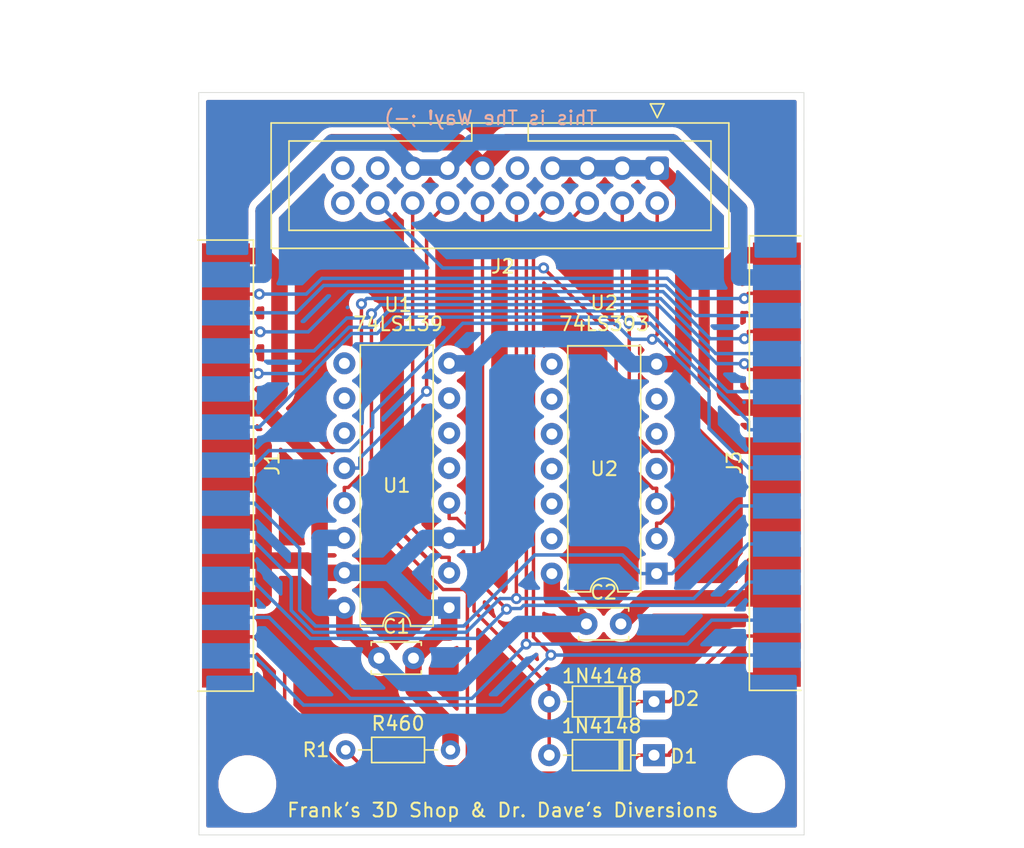
<source format=kicad_pcb>
(kicad_pcb (version 20171130) (host pcbnew "(5.1.9)-1")

  (general
    (thickness 1.6)
    (drawings 6)
    (tracks 333)
    (zones 0)
    (modules 12)
    (nets 43)
  )

  (page USLetter)
  (title_block
    (title "Amiga to Mac Floppy Adapter")
    (date 2021-05-02)
    (rev 1.0)
    (company "Frank's 3D Shop")
    (comment 1 "Idea from Dr. Dave Diversions")
  )

  (layers
    (0 F.Cu signal)
    (31 B.Cu signal)
    (32 B.Adhes user)
    (33 F.Adhes user)
    (34 B.Paste user)
    (35 F.Paste user)
    (36 B.SilkS user)
    (37 F.SilkS user)
    (38 B.Mask user)
    (39 F.Mask user)
    (40 Dwgs.User user)
    (41 Cmts.User user)
    (42 Eco1.User user)
    (43 Eco2.User user)
    (44 Edge.Cuts user)
    (45 Margin user)
    (46 B.CrtYd user)
    (47 F.CrtYd user)
    (48 B.Fab user)
    (49 F.Fab user)
  )

  (setup
    (last_trace_width 0.25)
    (trace_clearance 0.2)
    (zone_clearance 0.508)
    (zone_45_only no)
    (trace_min 0.2)
    (via_size 0.8)
    (via_drill 0.4)
    (via_min_size 0.4)
    (via_min_drill 0.3)
    (uvia_size 0.3)
    (uvia_drill 0.1)
    (uvias_allowed no)
    (uvia_min_size 0.2)
    (uvia_min_drill 0.1)
    (edge_width 0.05)
    (segment_width 0.2)
    (pcb_text_width 0.3)
    (pcb_text_size 1.5 1.5)
    (mod_edge_width 0.12)
    (mod_text_size 1 1)
    (mod_text_width 0.15)
    (pad_size 1.524 1.524)
    (pad_drill 0.762)
    (pad_to_mask_clearance 0)
    (aux_axis_origin 15.92072 15.24508)
    (grid_origin 116.46776 77.69296)
    (visible_elements 7FFFFFFF)
    (pcbplotparams
      (layerselection 0x010fc_ffffffff)
      (usegerberextensions false)
      (usegerberattributes true)
      (usegerberadvancedattributes true)
      (creategerberjobfile true)
      (excludeedgelayer true)
      (linewidth 0.100000)
      (plotframeref false)
      (viasonmask false)
      (mode 1)
      (useauxorigin false)
      (hpglpennumber 1)
      (hpglpenspeed 20)
      (hpglpendiameter 15.000000)
      (psnegative false)
      (psa4output false)
      (plotreference true)
      (plotvalue true)
      (plotinvisibletext false)
      (padsonsilk false)
      (subtractmaskfromsilk false)
      (outputformat 1)
      (mirror false)
      (drillshape 0)
      (scaleselection 1)
      (outputdirectory "../Gerber Files/"))
  )

  (net 0 "")
  (net 1 +5V)
  (net 2 GND)
  (net 3 +12V)
  (net 4 _INDEX)
  (net 5 _SEL1)
  (net 6 _SEL3)
  (net 7 DIR)
  (net 8 _STEP)
  (net 9 _DKWD)
  (net 10 _DKWE)
  (net 11 _TKO)
  (net 12 _WPRO)
  (net 13 _SIDE)
  (net 14 _CHNG)
  (net 15 _DRES)
  (net 16 _SEL2)
  (net 17 /_DKRD)
  (net 18 /_RDY)
  (net 19 WR)
  (net 20 RD)
  (net 21 _Enbl2)
  (net 22 "Net-(D1-Pad2)")
  (net 23 "Net-(J1-Pad20)")
  (net 24 "Net-(J2-Pad20)")
  (net 25 "Net-(J2-Pad19)")
  (net 26 "Net-(J2-Pad17)")
  (net 27 "Net-(J2-Pad9)")
  (net 28 "Net-(U1-Pad7)")
  (net 29 "Net-(U1-Pad6)")
  (net 30 "Net-(U1-Pad5)")
  (net 31 "Net-(U1-Pad11)")
  (net 32 "Net-(U1-Pad10)")
  (net 33 "Net-(U1-Pad9)")
  (net 34 "Net-(U2-Pad13)")
  (net 35 "Net-(U2-Pad6)")
  (net 36 "Net-(U2-Pad12)")
  (net 37 "Net-(U2-Pad5)")
  (net 38 "Net-(U2-Pad11)")
  (net 39 "Net-(U2-Pad4)")
  (net 40 "Net-(U2-Pad10)")
  (net 41 "Net-(U2-Pad9)")
  (net 42 "Net-(U2-Pad8)")

  (net_class Default "This is the default net class."
    (clearance 0.2)
    (trace_width 0.25)
    (via_dia 0.8)
    (via_drill 0.4)
    (uvia_dia 0.3)
    (uvia_drill 0.1)
    (add_net /_DKRD)
    (add_net /_RDY)
    (add_net DIR)
    (add_net "Net-(D1-Pad2)")
    (add_net "Net-(J1-Pad20)")
    (add_net "Net-(J2-Pad17)")
    (add_net "Net-(J2-Pad19)")
    (add_net "Net-(J2-Pad20)")
    (add_net "Net-(J2-Pad9)")
    (add_net "Net-(U1-Pad10)")
    (add_net "Net-(U1-Pad11)")
    (add_net "Net-(U1-Pad5)")
    (add_net "Net-(U1-Pad6)")
    (add_net "Net-(U1-Pad7)")
    (add_net "Net-(U1-Pad9)")
    (add_net "Net-(U2-Pad10)")
    (add_net "Net-(U2-Pad11)")
    (add_net "Net-(U2-Pad12)")
    (add_net "Net-(U2-Pad13)")
    (add_net "Net-(U2-Pad4)")
    (add_net "Net-(U2-Pad5)")
    (add_net "Net-(U2-Pad6)")
    (add_net "Net-(U2-Pad8)")
    (add_net "Net-(U2-Pad9)")
    (add_net RD)
    (add_net WR)
    (add_net _CHNG)
    (add_net _DKWD)
    (add_net _DKWE)
    (add_net _DRES)
    (add_net _Enbl2)
    (add_net _INDEX)
    (add_net _SEL1)
    (add_net _SEL2)
    (add_net _SEL3)
    (add_net _SIDE)
    (add_net _STEP)
    (add_net _TKO)
    (add_net _WPRO)
  )

  (net_class Power ""
    (clearance 0.4)
    (trace_width 1.2)
    (via_dia 0.8)
    (via_drill 0.4)
    (uvia_dia 0.3)
    (uvia_drill 0.1)
    (add_net +12V)
    (add_net +5V)
    (add_net GND)
  )

  (module Capacitor_THT:C_Disc_D3.4mm_W2.1mm_P2.50mm (layer F.Cu) (tedit 5AE50EF0) (tstamp 608F8E3F)
    (at 144.658 116.343)
    (descr "C, Disc series, Radial, pin pitch=2.50mm, , diameter*width=3.4*2.1mm^2, Capacitor, http://www.vishay.com/docs/45233/krseries.pdf")
    (tags "C Disc series Radial pin pitch 2.50mm  diameter 3.4mm width 2.1mm Capacitor")
    (path /6092A708)
    (fp_text reference C2 (at 1.25 -2.3) (layer F.SilkS)
      (effects (font (size 1 1) (thickness 0.15)))
    )
    (fp_text value 100nF (at 1.25 2.3) (layer F.Fab)
      (effects (font (size 1 1) (thickness 0.15)))
    )
    (fp_line (start 3.55 -1.3) (end -1.05 -1.3) (layer F.CrtYd) (width 0.05))
    (fp_line (start 3.55 1.3) (end 3.55 -1.3) (layer F.CrtYd) (width 0.05))
    (fp_line (start -1.05 1.3) (end 3.55 1.3) (layer F.CrtYd) (width 0.05))
    (fp_line (start -1.05 -1.3) (end -1.05 1.3) (layer F.CrtYd) (width 0.05))
    (fp_line (start 3.07 0.925) (end 3.07 1.17) (layer F.SilkS) (width 0.12))
    (fp_line (start 3.07 -1.17) (end 3.07 -0.925) (layer F.SilkS) (width 0.12))
    (fp_line (start -0.57 0.925) (end -0.57 1.17) (layer F.SilkS) (width 0.12))
    (fp_line (start -0.57 -1.17) (end -0.57 -0.925) (layer F.SilkS) (width 0.12))
    (fp_line (start -0.57 1.17) (end 3.07 1.17) (layer F.SilkS) (width 0.12))
    (fp_line (start -0.57 -1.17) (end 3.07 -1.17) (layer F.SilkS) (width 0.12))
    (fp_line (start 2.95 -1.05) (end -0.45 -1.05) (layer F.Fab) (width 0.1))
    (fp_line (start 2.95 1.05) (end 2.95 -1.05) (layer F.Fab) (width 0.1))
    (fp_line (start -0.45 1.05) (end 2.95 1.05) (layer F.Fab) (width 0.1))
    (fp_line (start -0.45 -1.05) (end -0.45 1.05) (layer F.Fab) (width 0.1))
    (fp_text user %R (at 1.25 0) (layer F.Fab)
      (effects (font (size 0.68 0.68) (thickness 0.102)))
    )
    (pad 2 thru_hole circle (at 2.5 0) (size 1.6 1.6) (drill 0.8) (layers *.Cu *.Mask)
      (net 2 GND))
    (pad 1 thru_hole circle (at 0 0) (size 1.6 1.6) (drill 0.8) (layers *.Cu *.Mask)
      (net 1 +5V))
    (model ${KISYS3DMOD}/Capacitor_THT.3dshapes/C_Disc_D3.4mm_W2.1mm_P2.50mm.wrl
      (at (xyz 0 0 0))
      (scale (xyz 1 1 1))
      (rotate (xyz 0 0 0))
    )
  )

  (module Capacitor_THT:C_Disc_D3.4mm_W2.1mm_P2.50mm (layer F.Cu) (tedit 5AE50EF0) (tstamp 608F5AB1)
    (at 129.578 118.833)
    (descr "C, Disc series, Radial, pin pitch=2.50mm, , diameter*width=3.4*2.1mm^2, Capacitor, http://www.vishay.com/docs/45233/krseries.pdf")
    (tags "C Disc series Radial pin pitch 2.50mm  diameter 3.4mm width 2.1mm Capacitor")
    (path /608D3DC0)
    (fp_text reference C1 (at 1.25 -2.3) (layer F.SilkS)
      (effects (font (size 1 1) (thickness 0.15)))
    )
    (fp_text value 100nF (at 1.25 2.3) (layer F.Fab)
      (effects (font (size 1 1) (thickness 0.15)))
    )
    (fp_line (start 3.55 -1.3) (end -1.05 -1.3) (layer F.CrtYd) (width 0.05))
    (fp_line (start 3.55 1.3) (end 3.55 -1.3) (layer F.CrtYd) (width 0.05))
    (fp_line (start -1.05 1.3) (end 3.55 1.3) (layer F.CrtYd) (width 0.05))
    (fp_line (start -1.05 -1.3) (end -1.05 1.3) (layer F.CrtYd) (width 0.05))
    (fp_line (start 3.07 0.925) (end 3.07 1.17) (layer F.SilkS) (width 0.12))
    (fp_line (start 3.07 -1.17) (end 3.07 -0.925) (layer F.SilkS) (width 0.12))
    (fp_line (start -0.57 0.925) (end -0.57 1.17) (layer F.SilkS) (width 0.12))
    (fp_line (start -0.57 -1.17) (end -0.57 -0.925) (layer F.SilkS) (width 0.12))
    (fp_line (start -0.57 1.17) (end 3.07 1.17) (layer F.SilkS) (width 0.12))
    (fp_line (start -0.57 -1.17) (end 3.07 -1.17) (layer F.SilkS) (width 0.12))
    (fp_line (start 2.95 -1.05) (end -0.45 -1.05) (layer F.Fab) (width 0.1))
    (fp_line (start 2.95 1.05) (end 2.95 -1.05) (layer F.Fab) (width 0.1))
    (fp_line (start -0.45 1.05) (end 2.95 1.05) (layer F.Fab) (width 0.1))
    (fp_line (start -0.45 -1.05) (end -0.45 1.05) (layer F.Fab) (width 0.1))
    (fp_text user %R (at 1.25 0) (layer F.Fab)
      (effects (font (size 0.68 0.68) (thickness 0.102)))
    )
    (pad 2 thru_hole circle (at 2.5 0) (size 1.6 1.6) (drill 0.8) (layers *.Cu *.Mask)
      (net 2 GND))
    (pad 1 thru_hole circle (at 0 0) (size 1.6 1.6) (drill 0.8) (layers *.Cu *.Mask)
      (net 1 +5V))
    (model ${KISYS3DMOD}/Capacitor_THT.3dshapes/C_Disc_D3.4mm_W2.1mm_P2.50mm.wrl
      (at (xyz 0 0 0))
      (scale (xyz 1 1 1))
      (rotate (xyz 0 0 0))
    )
  )

  (module MountingHole:MountingHole_3.2mm_M3_DIN965 locked (layer F.Cu) (tedit 56D1B4CB) (tstamp 608F5BE2)
    (at 157 128)
    (descr "Mounting Hole 3.2mm, no annular, M3, DIN965")
    (tags "mounting hole 3.2mm no annular m3 din965")
    (attr virtual)
    (fp_text reference Hole2 (at 0 -3.8) (layer F.SilkS) hide
      (effects (font (size 1 1) (thickness 0.15)))
    )
    (fp_text value MountingHole_3.2mm_M3_DIN965 (at 0 3.8) (layer F.Fab)
      (effects (font (size 1 1) (thickness 0.15)))
    )
    (fp_circle (center 0 0) (end 3.05 0) (layer F.CrtYd) (width 0.05))
    (fp_circle (center 0 0) (end 2.8 0) (layer Cmts.User) (width 0.15))
    (fp_text user %R (at 0.3 0) (layer F.Fab)
      (effects (font (size 1 1) (thickness 0.15)))
    )
    (pad 1 np_thru_hole circle (at 0 0) (size 3.2 3.2) (drill 3.2) (layers *.Cu *.Mask))
  )

  (module A-Max:DSUB-23_Female_EdgeMount_P2.77mm (layer F.Cu) (tedit 608BFE00) (tstamp 608F5D7A)
    (at 118.444 104.7 270)
    (descr "25-pin D-Sub connector, solder-cups edge-mounted, female, x-pin-pitch 2.77mm, distance of mounting holes 47.1mm, see https://disti-assets.s3.amazonaws.com/tonar/files/datasheets/16730.pdf")
    (tags "25-pin D-Sub connector edge mount solder cup female x-pin-pitch 2.77mm mounting holes distance 47.1mm")
    (path /608E5C01)
    (attr smd)
    (fp_text reference J1 (at -21.2141 -0.3251 270) (layer F.SilkS) hide
      (effects (font (size 1 1) (thickness 0.15)))
    )
    (fp_text value DB23F (at 0 16.86 270) (layer F.Fab) hide
      (effects (font (size 1 1) (thickness 0.15)))
    )
    (fp_line (start -25.026 1.99) (end 25.4 1.99) (layer Dwgs.User) (width 0.05))
    (fp_line (start -16.279333 -2) (end -16.279333 2.032) (layer F.SilkS) (width 0.12))
    (fp_line (start 16.533333 -2) (end -16.279333 -2) (layer F.SilkS) (width 0.12))
    (fp_line (start 16.533333 2.032) (end 16.533333 -2) (layer F.SilkS) (width 0.12))
    (fp_line (start -16.526 1.5) (end -16.526 -2.25) (layer F.CrtYd) (width 0.05))
    (fp_line (start -17.526 1.5) (end -16.526 1.5) (layer F.CrtYd) (width 0.05))
    (fp_line (start -17.526 4.3) (end -17.526 1.5) (layer F.CrtYd) (width 0.05))
    (fp_line (start -18.526 4.3) (end -17.526 4.3) (layer F.CrtYd) (width 0.05))
    (fp_line (start -18.526 8.8) (end -18.526 4.3) (layer F.CrtYd) (width 0.05))
    (fp_line (start -25.654 8.8) (end -18.526 8.8) (layer F.CrtYd) (width 0.05))
    (fp_line (start -25.654 10.2) (end -25.654 8.8) (layer F.CrtYd) (width 0.05))
    (fp_line (start -18.126 10.2) (end -25.654 10.2) (layer F.CrtYd) (width 0.05))
    (fp_line (start -18.126 16.4) (end -18.126 10.2) (layer F.CrtYd) (width 0.05))
    (fp_line (start 18.38 16.4) (end -18.126 16.4) (layer F.CrtYd) (width 0.05))
    (fp_line (start 18.38 10.2) (end 18.38 16.4) (layer F.CrtYd) (width 0.05))
    (fp_line (start 25.78 10.2) (end 18.38 10.2) (layer F.CrtYd) (width 0.05))
    (fp_line (start 25.78 8.8) (end 25.78 10.2) (layer F.CrtYd) (width 0.05))
    (fp_line (start 18.78 8.8) (end 25.78 8.8) (layer F.CrtYd) (width 0.05))
    (fp_line (start 18.78 4.3) (end 18.78 8.8) (layer F.CrtYd) (width 0.05))
    (fp_line (start 17.78 4.3) (end 18.78 4.3) (layer F.CrtYd) (width 0.05))
    (fp_line (start 17.78 1.5) (end 17.78 4.3) (layer F.CrtYd) (width 0.05))
    (fp_line (start 16.78 1.5) (end 17.78 1.5) (layer F.CrtYd) (width 0.05))
    (fp_line (start 16.78 -2.25) (end 16.78 1.5) (layer F.CrtYd) (width 0.05))
    (fp_line (start -16.526 -2.25) (end 16.78 -2.25) (layer F.CrtYd) (width 0.05))
    (fp_line (start 20.674 9.69) (end -17.626 9.69) (layer F.Fab) (width 0.1))
    (fp_line (start 17.88 15.86) (end 17.88 9.69) (layer F.Fab) (width 0.1))
    (fp_line (start -17.626 15.86) (end 17.88 15.86) (layer F.Fab) (width 0.1))
    (fp_line (start -17.626 9.69) (end -17.626 15.86) (layer F.Fab) (width 0.1))
    (fp_line (start 25.28 9.29) (end -25.026 9.29) (layer F.Fab) (width 0.1))
    (fp_line (start 25.28 9.69) (end 25.28 9.29) (layer F.Fab) (width 0.1))
    (fp_line (start -25.026 9.69) (end 25.28 9.69) (layer F.Fab) (width 0.1))
    (fp_line (start -25.026 9.29) (end -25.026 9.69) (layer F.Fab) (width 0.1))
    (fp_line (start 18.28 4.79) (end -18.026 4.79) (layer F.Fab) (width 0.1))
    (fp_line (start 18.28 9.29) (end 18.28 4.79) (layer F.Fab) (width 0.1))
    (fp_line (start -18.026 9.29) (end 21.074 9.29) (layer F.Fab) (width 0.1))
    (fp_line (start -18.026 4.79) (end -18.026 9.29) (layer F.Fab) (width 0.1))
    (fp_line (start 17.28 1.99) (end -17.026 1.99) (layer F.Fab) (width 0.1))
    (fp_line (start 17.28 4.79) (end 17.28 1.99) (layer F.Fab) (width 0.1))
    (fp_line (start -17.026 4.79) (end 18.28 4.79) (layer F.Fab) (width 0.1))
    (fp_line (start -17.026 1.99) (end -17.026 4.79) (layer F.Fab) (width 0.1))
    (fp_line (start -13.111 -0.91) (end -14.311 -0.91) (layer B.Fab) (width 0.1))
    (fp_line (start -13.111 1.99) (end -13.111 -0.91) (layer B.Fab) (width 0.1))
    (fp_line (start -14.311 1.99) (end -13.111 1.99) (layer B.Fab) (width 0.1))
    (fp_line (start -14.311 -0.91) (end -14.311 1.99) (layer B.Fab) (width 0.1))
    (fp_line (start -10.341 -0.91) (end -11.541 -0.91) (layer B.Fab) (width 0.1))
    (fp_line (start -10.341 1.99) (end -10.341 -0.91) (layer B.Fab) (width 0.1))
    (fp_line (start -11.541 1.99) (end -10.341 1.99) (layer B.Fab) (width 0.1))
    (fp_line (start -11.541 -0.91) (end -11.541 1.99) (layer B.Fab) (width 0.1))
    (fp_line (start -7.571 -0.91) (end -8.771 -0.91) (layer B.Fab) (width 0.1))
    (fp_line (start -7.571 1.99) (end -7.571 -0.91) (layer B.Fab) (width 0.1))
    (fp_line (start -8.771 1.99) (end -7.571 1.99) (layer B.Fab) (width 0.1))
    (fp_line (start -8.771 -0.91) (end -8.771 1.99) (layer B.Fab) (width 0.1))
    (fp_line (start -4.801 -0.91) (end -6.001 -0.91) (layer B.Fab) (width 0.1))
    (fp_line (start -4.801 1.99) (end -4.801 -0.91) (layer B.Fab) (width 0.1))
    (fp_line (start -6.001 1.99) (end -4.801 1.99) (layer B.Fab) (width 0.1))
    (fp_line (start -6.001 -0.91) (end -6.001 1.99) (layer B.Fab) (width 0.1))
    (fp_line (start -2.031 -0.91) (end -3.231 -0.91) (layer B.Fab) (width 0.1))
    (fp_line (start -2.031 1.99) (end -2.031 -0.91) (layer B.Fab) (width 0.1))
    (fp_line (start -3.231 1.99) (end -2.031 1.99) (layer B.Fab) (width 0.1))
    (fp_line (start -3.231 -0.91) (end -3.231 1.99) (layer B.Fab) (width 0.1))
    (fp_line (start 0.739 -0.91) (end -0.461 -0.91) (layer B.Fab) (width 0.1))
    (fp_line (start 0.739 1.99) (end 0.739 -0.91) (layer B.Fab) (width 0.1))
    (fp_line (start -0.461 1.99) (end 0.739 1.99) (layer B.Fab) (width 0.1))
    (fp_line (start -0.461 -0.91) (end -0.461 1.99) (layer B.Fab) (width 0.1))
    (fp_line (start 3.509 -0.91) (end 2.309 -0.91) (layer B.Fab) (width 0.1))
    (fp_line (start 3.509 1.99) (end 3.509 -0.91) (layer B.Fab) (width 0.1))
    (fp_line (start 2.309 1.99) (end 3.509 1.99) (layer B.Fab) (width 0.1))
    (fp_line (start 2.309 -0.91) (end 2.309 1.99) (layer B.Fab) (width 0.1))
    (fp_line (start 6.279 -0.91) (end 5.079 -0.91) (layer B.Fab) (width 0.1))
    (fp_line (start 6.279 1.99) (end 6.279 -0.91) (layer B.Fab) (width 0.1))
    (fp_line (start 5.079 1.99) (end 6.279 1.99) (layer B.Fab) (width 0.1))
    (fp_line (start 5.079 -0.91) (end 5.079 1.99) (layer B.Fab) (width 0.1))
    (fp_line (start 9.049 -0.91) (end 7.849 -0.91) (layer B.Fab) (width 0.1))
    (fp_line (start 9.049 1.99) (end 9.049 -0.91) (layer B.Fab) (width 0.1))
    (fp_line (start 7.849 1.99) (end 9.049 1.99) (layer B.Fab) (width 0.1))
    (fp_line (start 7.849 -0.91) (end 7.849 1.99) (layer B.Fab) (width 0.1))
    (fp_line (start 11.819 -0.91) (end 10.619 -0.91) (layer B.Fab) (width 0.1))
    (fp_line (start 11.819 1.99) (end 11.819 -0.91) (layer B.Fab) (width 0.1))
    (fp_line (start 10.619 1.99) (end 11.819 1.99) (layer B.Fab) (width 0.1))
    (fp_line (start 10.619 -0.91) (end 10.619 1.99) (layer B.Fab) (width 0.1))
    (fp_line (start 14.589 -0.91) (end 13.389 -0.91) (layer B.Fab) (width 0.1))
    (fp_line (start 14.589 1.99) (end 14.589 -0.91) (layer B.Fab) (width 0.1))
    (fp_line (start 13.389 1.99) (end 14.589 1.99) (layer B.Fab) (width 0.1))
    (fp_line (start 13.389 -0.91) (end 13.389 1.99) (layer B.Fab) (width 0.1))
    (fp_line (start 17.359 -0.91) (end 16.159 -0.91) (layer B.Fab) (width 0.1))
    (fp_line (start 17.359 1.99) (end 17.359 -0.91) (layer B.Fab) (width 0.1))
    (fp_line (start 16.159 1.99) (end 17.359 1.99) (layer B.Fab) (width 0.1))
    (fp_line (start 16.159 -0.91) (end 16.159 1.99) (layer B.Fab) (width 0.1))
    (fp_line (start -14.496 -0.91) (end -15.696 -0.91) (layer F.Fab) (width 0.1))
    (fp_line (start -14.496 1.99) (end -14.496 -0.91) (layer F.Fab) (width 0.1))
    (fp_line (start -15.696 1.99) (end -14.496 1.99) (layer F.Fab) (width 0.1))
    (fp_line (start -15.696 -0.91) (end -15.696 1.99) (layer F.Fab) (width 0.1))
    (fp_line (start -11.726 -0.91) (end -12.926 -0.91) (layer F.Fab) (width 0.1))
    (fp_line (start -11.726 1.99) (end -11.726 -0.91) (layer F.Fab) (width 0.1))
    (fp_line (start -12.926 1.99) (end -11.726 1.99) (layer F.Fab) (width 0.1))
    (fp_line (start -12.926 -0.91) (end -12.926 1.99) (layer F.Fab) (width 0.1))
    (fp_line (start -8.956 -0.91) (end -10.156 -0.91) (layer F.Fab) (width 0.1))
    (fp_line (start -8.956 1.99) (end -8.956 -0.91) (layer F.Fab) (width 0.1))
    (fp_line (start -10.156 1.99) (end -8.956 1.99) (layer F.Fab) (width 0.1))
    (fp_line (start -10.156 -0.91) (end -10.156 1.99) (layer F.Fab) (width 0.1))
    (fp_line (start -6.186 -0.91) (end -7.386 -0.91) (layer F.Fab) (width 0.1))
    (fp_line (start -6.186 1.99) (end -6.186 -0.91) (layer F.Fab) (width 0.1))
    (fp_line (start -7.386 1.99) (end -6.186 1.99) (layer F.Fab) (width 0.1))
    (fp_line (start -7.386 -0.91) (end -7.386 1.99) (layer F.Fab) (width 0.1))
    (fp_line (start -3.416 -0.91) (end -4.616 -0.91) (layer F.Fab) (width 0.1))
    (fp_line (start -3.416 1.99) (end -3.416 -0.91) (layer F.Fab) (width 0.1))
    (fp_line (start -4.616 1.99) (end -3.416 1.99) (layer F.Fab) (width 0.1))
    (fp_line (start -4.616 -0.91) (end -4.616 1.99) (layer F.Fab) (width 0.1))
    (fp_line (start -0.646 -0.91) (end -1.846 -0.91) (layer F.Fab) (width 0.1))
    (fp_line (start -0.646 1.99) (end -0.646 -0.91) (layer F.Fab) (width 0.1))
    (fp_line (start -1.846 1.99) (end -0.646 1.99) (layer F.Fab) (width 0.1))
    (fp_line (start -1.846 -0.91) (end -1.846 1.99) (layer F.Fab) (width 0.1))
    (fp_line (start 2.124 -0.91) (end 0.924 -0.91) (layer F.Fab) (width 0.1))
    (fp_line (start 2.124 1.99) (end 2.124 -0.91) (layer F.Fab) (width 0.1))
    (fp_line (start 0.924 1.99) (end 2.124 1.99) (layer F.Fab) (width 0.1))
    (fp_line (start 0.924 -0.91) (end 0.924 1.99) (layer F.Fab) (width 0.1))
    (fp_line (start 4.894 -0.91) (end 3.694 -0.91) (layer F.Fab) (width 0.1))
    (fp_line (start 4.894 1.99) (end 4.894 -0.91) (layer F.Fab) (width 0.1))
    (fp_line (start 3.694 1.99) (end 4.894 1.99) (layer F.Fab) (width 0.1))
    (fp_line (start 3.694 -0.91) (end 3.694 1.99) (layer F.Fab) (width 0.1))
    (fp_line (start 7.664 -0.91) (end 6.464 -0.91) (layer F.Fab) (width 0.1))
    (fp_line (start 7.664 1.99) (end 7.664 -0.91) (layer F.Fab) (width 0.1))
    (fp_line (start 6.464 1.99) (end 7.664 1.99) (layer F.Fab) (width 0.1))
    (fp_line (start 6.464 -0.91) (end 6.464 1.99) (layer F.Fab) (width 0.1))
    (fp_line (start 10.434 -0.91) (end 9.234 -0.91) (layer F.Fab) (width 0.1))
    (fp_line (start 10.434 1.99) (end 10.434 -0.91) (layer F.Fab) (width 0.1))
    (fp_line (start 9.234 1.99) (end 10.434 1.99) (layer F.Fab) (width 0.1))
    (fp_line (start 9.234 -0.91) (end 9.234 1.99) (layer F.Fab) (width 0.1))
    (fp_line (start 13.204 -0.91) (end 12.004 -0.91) (layer F.Fab) (width 0.1))
    (fp_line (start 13.204 1.99) (end 13.204 -0.91) (layer F.Fab) (width 0.1))
    (fp_line (start 12.004 1.99) (end 13.204 1.99) (layer F.Fab) (width 0.1))
    (fp_line (start 12.004 -0.91) (end 12.004 1.99) (layer F.Fab) (width 0.1))
    (fp_line (start 15.974 -0.91) (end 14.774 -0.91) (layer F.Fab) (width 0.1))
    (fp_line (start 15.974 1.99) (end 15.974 -0.91) (layer F.Fab) (width 0.1))
    (fp_line (start 14.774 1.99) (end 15.974 1.99) (layer F.Fab) (width 0.1))
    (fp_line (start 14.774 -0.91) (end 14.774 1.99) (layer F.Fab) (width 0.1))
    (fp_text user "PCB edge" (at -20.026 1.323333 270) (layer Dwgs.User) hide
      (effects (font (size 0.5 0.5) (thickness 0.075)))
    )
    (fp_text user %R (at -0.0051 -3.3731 90) (layer F.SilkS)
      (effects (font (size 1 1) (thickness 0.15)))
    )
    (pad 23 smd rect (at -13.759 0 270) (size 1.846667 3.48) (layers B.Cu B.Paste B.Mask)
      (net 3 +12V))
    (pad 22 smd rect (at -10.989 0 270) (size 1.846667 3.48) (layers B.Cu B.Paste B.Mask)
      (net 4 _INDEX))
    (pad 21 smd rect (at -8.219 0 270) (size 1.846667 3.48) (layers B.Cu B.Paste B.Mask)
      (net 16 _SEL2))
    (pad 20 smd rect (at -5.449 0 270) (size 1.846667 3.48) (layers B.Cu B.Paste B.Mask)
      (net 23 "Net-(J1-Pad20)"))
    (pad 19 smd rect (at -2.679 0 270) (size 1.846667 3.48) (layers B.Cu B.Paste B.Mask)
      (net 7 DIR))
    (pad 18 smd rect (at 0.091 0 270) (size 1.846667 3.48) (layers B.Cu B.Paste B.Mask)
      (net 8 _STEP))
    (pad 17 smd rect (at 2.861 0 270) (size 1.846667 3.48) (layers B.Cu B.Paste B.Mask)
      (net 9 _DKWD))
    (pad 16 smd rect (at 5.631 0 270) (size 1.846667 3.48) (layers B.Cu B.Paste B.Mask)
      (net 10 _DKWE))
    (pad 15 smd rect (at 8.401 0 270) (size 1.846667 3.48) (layers B.Cu B.Paste B.Mask)
      (net 11 _TKO))
    (pad 14 smd rect (at 11.171 0 270) (size 1.846667 3.48) (layers B.Cu B.Paste B.Mask)
      (net 12 _WPRO))
    (pad 13 smd rect (at 13.97 0 270) (size 1.846667 3.48) (layers B.Cu B.Paste B.Mask)
      (net 13 _SIDE))
    (pad 12 smd rect (at -15.12 0 270) (size 1.846667 3.48) (layers F.Cu F.Paste F.Mask)
      (net 1 +5V))
    (pad 11 smd rect (at -12.35 0 270) (size 1.846667 3.48) (layers F.Cu F.Paste F.Mask)
      (net 14 _CHNG))
    (pad 10 smd rect (at -9.58 0 270) (size 1.846667 3.48) (layers F.Cu F.Paste F.Mask)
      (net 15 _DRES))
    (pad 9 smd rect (at -6.81 0 270) (size 1.846667 3.48) (layers F.Cu F.Paste F.Mask)
      (net 6 _SEL3))
    (pad 8 smd rect (at -4.04 0 270) (size 1.846667 3.48) (layers F.Cu F.Paste F.Mask)
      (net 1 +5V))
    (pad 7 smd rect (at -1.27 0 270) (size 1.846667 3.48) (layers F.Cu F.Paste F.Mask)
      (net 2 GND))
    (pad 6 smd rect (at 1.5 0 270) (size 1.846667 3.48) (layers F.Cu F.Paste F.Mask)
      (net 2 GND))
    (pad 5 smd rect (at 4.27 0 270) (size 1.846667 3.48) (layers F.Cu F.Paste F.Mask)
      (net 2 GND))
    (pad 4 smd rect (at 7.04 0 270) (size 1.846667 3.48) (layers F.Cu F.Paste F.Mask)
      (net 2 GND))
    (pad 3 smd rect (at 9.81 0 270) (size 1.846667 3.48) (layers F.Cu F.Paste F.Mask)
      (net 2 GND))
    (pad 2 smd rect (at 12.58 0 270) (size 1.846667 3.48) (layers F.Cu F.Paste F.Mask)
      (net 17 /_DKRD))
    (pad 1 smd rect (at 15.35 0 270) (size 1.846667 3.48) (layers F.Cu F.Paste F.Mask)
      (net 18 /_RDY))
    (model ${KISYS3DMOD}/Connector_Dsub.3dshapes/DSUB-25_Female_EdgeMount_P2.77mm.wrl
      (at (xyz 0 0 0))
      (scale (xyz 1 1 1))
      (rotate (xyz 0 0 0))
    )
  )

  (module A-Max:DSUB-23_Male_EdgeMount_P2.77mm (layer F.Cu) (tedit 608B82A0) (tstamp 608F6019)
    (at 158.5 104.9 90)
    (descr "25-pin D-Sub connector, solder-cups edge-mounted, male, x-pin-pitch 2.77mm, distance of mounting holes 47.1mm, see https://disti-assets.s3.amazonaws.com/tonar/files/datasheets/16730.pdf")
    (tags "25-pin D-Sub connector edge mount solder cup male x-pin-pitch 2.77mm mounting holes distance 47.1mm")
    (path /608ED48F)
    (attr smd)
    (fp_text reference J3 (at -19.019333 0 90) (layer F.SilkS) hide
      (effects (font (size 1 1) (thickness 0.15)))
    )
    (fp_text value DB23M (at 0 16.69 90) (layer F.Fab) hide
      (effects (font (size 1 1) (thickness 0.15)))
    )
    (fp_line (start -15.696 -0.91) (end -15.696 1.99) (layer F.Fab) (width 0.1))
    (fp_line (start -15.696 1.99) (end -14.496 1.99) (layer F.Fab) (width 0.1))
    (fp_line (start -14.496 1.99) (end -14.496 -0.91) (layer F.Fab) (width 0.1))
    (fp_line (start -14.496 -0.91) (end -15.696 -0.91) (layer F.Fab) (width 0.1))
    (fp_line (start -12.926 -0.91) (end -12.926 1.99) (layer F.Fab) (width 0.1))
    (fp_line (start -12.926 1.99) (end -11.726 1.99) (layer F.Fab) (width 0.1))
    (fp_line (start -11.726 1.99) (end -11.726 -0.91) (layer F.Fab) (width 0.1))
    (fp_line (start -11.726 -0.91) (end -12.926 -0.91) (layer F.Fab) (width 0.1))
    (fp_line (start -10.156 -0.91) (end -10.156 1.99) (layer F.Fab) (width 0.1))
    (fp_line (start -10.156 1.99) (end -8.956 1.99) (layer F.Fab) (width 0.1))
    (fp_line (start -8.956 1.99) (end -8.956 -0.91) (layer F.Fab) (width 0.1))
    (fp_line (start -8.956 -0.91) (end -10.156 -0.91) (layer F.Fab) (width 0.1))
    (fp_line (start -7.386 -0.91) (end -7.386 1.99) (layer F.Fab) (width 0.1))
    (fp_line (start -7.386 1.99) (end -6.186 1.99) (layer F.Fab) (width 0.1))
    (fp_line (start -6.186 1.99) (end -6.186 -0.91) (layer F.Fab) (width 0.1))
    (fp_line (start -6.186 -0.91) (end -7.386 -0.91) (layer F.Fab) (width 0.1))
    (fp_line (start -4.616 -0.91) (end -4.616 1.99) (layer F.Fab) (width 0.1))
    (fp_line (start -4.616 1.99) (end -3.416 1.99) (layer F.Fab) (width 0.1))
    (fp_line (start -3.416 1.99) (end -3.416 -0.91) (layer F.Fab) (width 0.1))
    (fp_line (start -3.416 -0.91) (end -4.616 -0.91) (layer F.Fab) (width 0.1))
    (fp_line (start -1.846 -0.91) (end -1.846 1.99) (layer F.Fab) (width 0.1))
    (fp_line (start -1.846 1.99) (end -0.646 1.99) (layer F.Fab) (width 0.1))
    (fp_line (start -0.646 1.99) (end -0.646 -0.91) (layer F.Fab) (width 0.1))
    (fp_line (start -0.646 -0.91) (end -1.846 -0.91) (layer F.Fab) (width 0.1))
    (fp_line (start 0.924 -0.91) (end 0.924 1.99) (layer F.Fab) (width 0.1))
    (fp_line (start 0.924 1.99) (end 2.124 1.99) (layer F.Fab) (width 0.1))
    (fp_line (start 2.124 1.99) (end 2.124 -0.91) (layer F.Fab) (width 0.1))
    (fp_line (start 2.124 -0.91) (end 0.924 -0.91) (layer F.Fab) (width 0.1))
    (fp_line (start 3.694 -0.91) (end 3.694 1.99) (layer F.Fab) (width 0.1))
    (fp_line (start 3.694 1.99) (end 4.894 1.99) (layer F.Fab) (width 0.1))
    (fp_line (start 4.894 1.99) (end 4.894 -0.91) (layer F.Fab) (width 0.1))
    (fp_line (start 4.894 -0.91) (end 3.694 -0.91) (layer F.Fab) (width 0.1))
    (fp_line (start 6.464 -0.91) (end 6.464 1.99) (layer F.Fab) (width 0.1))
    (fp_line (start 6.464 1.99) (end 7.664 1.99) (layer F.Fab) (width 0.1))
    (fp_line (start 7.664 1.99) (end 7.664 -0.91) (layer F.Fab) (width 0.1))
    (fp_line (start 7.664 -0.91) (end 6.464 -0.91) (layer F.Fab) (width 0.1))
    (fp_line (start 9.234 -0.91) (end 9.234 1.99) (layer F.Fab) (width 0.1))
    (fp_line (start 9.234 1.99) (end 10.434 1.99) (layer F.Fab) (width 0.1))
    (fp_line (start 10.434 1.99) (end 10.434 -0.91) (layer F.Fab) (width 0.1))
    (fp_line (start 10.434 -0.91) (end 9.234 -0.91) (layer F.Fab) (width 0.1))
    (fp_line (start 12.004 -0.91) (end 12.004 1.99) (layer F.Fab) (width 0.1))
    (fp_line (start 12.004 1.99) (end 13.204 1.99) (layer F.Fab) (width 0.1))
    (fp_line (start 13.204 1.99) (end 13.204 -0.91) (layer F.Fab) (width 0.1))
    (fp_line (start 13.204 -0.91) (end 12.004 -0.91) (layer F.Fab) (width 0.1))
    (fp_line (start 14.774 -0.91) (end 14.774 1.99) (layer F.Fab) (width 0.1))
    (fp_line (start 14.774 1.99) (end 15.974 1.99) (layer F.Fab) (width 0.1))
    (fp_line (start 15.974 1.99) (end 15.974 -0.91) (layer F.Fab) (width 0.1))
    (fp_line (start 15.974 -0.91) (end 14.774 -0.91) (layer F.Fab) (width 0.1))
    (fp_line (start -14.311 -0.91) (end -14.311 1.99) (layer B.Fab) (width 0.1))
    (fp_line (start -14.311 1.99) (end -13.111 1.99) (layer B.Fab) (width 0.1))
    (fp_line (start -13.111 1.99) (end -13.111 -0.91) (layer B.Fab) (width 0.1))
    (fp_line (start -13.111 -0.91) (end -14.311 -0.91) (layer B.Fab) (width 0.1))
    (fp_line (start -11.541 -0.91) (end -11.541 1.99) (layer B.Fab) (width 0.1))
    (fp_line (start -11.541 1.99) (end -10.341 1.99) (layer B.Fab) (width 0.1))
    (fp_line (start -10.341 1.99) (end -10.341 -0.91) (layer B.Fab) (width 0.1))
    (fp_line (start -10.341 -0.91) (end -11.541 -0.91) (layer B.Fab) (width 0.1))
    (fp_line (start -8.771 -0.91) (end -8.771 1.99) (layer B.Fab) (width 0.1))
    (fp_line (start -8.771 1.99) (end -7.571 1.99) (layer B.Fab) (width 0.1))
    (fp_line (start -7.571 1.99) (end -7.571 -0.91) (layer B.Fab) (width 0.1))
    (fp_line (start -7.571 -0.91) (end -8.771 -0.91) (layer B.Fab) (width 0.1))
    (fp_line (start -6.001 -0.91) (end -6.001 1.99) (layer B.Fab) (width 0.1))
    (fp_line (start -6.001 1.99) (end -4.801 1.99) (layer B.Fab) (width 0.1))
    (fp_line (start -4.801 1.99) (end -4.801 -0.91) (layer B.Fab) (width 0.1))
    (fp_line (start -4.801 -0.91) (end -6.001 -0.91) (layer B.Fab) (width 0.1))
    (fp_line (start -3.231 -0.91) (end -3.231 1.99) (layer B.Fab) (width 0.1))
    (fp_line (start -3.231 1.99) (end -2.031 1.99) (layer B.Fab) (width 0.1))
    (fp_line (start -2.031 1.99) (end -2.031 -0.91) (layer B.Fab) (width 0.1))
    (fp_line (start -2.031 -0.91) (end -3.231 -0.91) (layer B.Fab) (width 0.1))
    (fp_line (start -0.461 -0.91) (end -0.461 1.99) (layer B.Fab) (width 0.1))
    (fp_line (start -0.461 1.99) (end 0.739 1.99) (layer B.Fab) (width 0.1))
    (fp_line (start 0.739 1.99) (end 0.739 -0.91) (layer B.Fab) (width 0.1))
    (fp_line (start 0.739 -0.91) (end -0.461 -0.91) (layer B.Fab) (width 0.1))
    (fp_line (start 2.309 -0.91) (end 2.309 1.99) (layer B.Fab) (width 0.1))
    (fp_line (start 2.309 1.99) (end 3.509 1.99) (layer B.Fab) (width 0.1))
    (fp_line (start 3.509 1.99) (end 3.509 -0.91) (layer B.Fab) (width 0.1))
    (fp_line (start 3.509 -0.91) (end 2.309 -0.91) (layer B.Fab) (width 0.1))
    (fp_line (start 5.079 -0.91) (end 5.079 1.99) (layer B.Fab) (width 0.1))
    (fp_line (start 5.079 1.99) (end 6.279 1.99) (layer B.Fab) (width 0.1))
    (fp_line (start 6.279 1.99) (end 6.279 -0.91) (layer B.Fab) (width 0.1))
    (fp_line (start 6.279 -0.91) (end 5.079 -0.91) (layer B.Fab) (width 0.1))
    (fp_line (start 7.849 -0.91) (end 7.849 1.99) (layer B.Fab) (width 0.1))
    (fp_line (start 7.849 1.99) (end 9.049 1.99) (layer B.Fab) (width 0.1))
    (fp_line (start 9.049 1.99) (end 9.049 -0.91) (layer B.Fab) (width 0.1))
    (fp_line (start 9.049 -0.91) (end 7.849 -0.91) (layer B.Fab) (width 0.1))
    (fp_line (start 10.619 -0.91) (end 10.619 1.99) (layer B.Fab) (width 0.1))
    (fp_line (start 10.619 1.99) (end 11.819 1.99) (layer B.Fab) (width 0.1))
    (fp_line (start 11.819 1.99) (end 11.819 -0.91) (layer B.Fab) (width 0.1))
    (fp_line (start 11.819 -0.91) (end 10.619 -0.91) (layer B.Fab) (width 0.1))
    (fp_line (start 13.389 -0.91) (end 13.389 1.99) (layer B.Fab) (width 0.1))
    (fp_line (start 13.389 1.99) (end 14.589 1.99) (layer B.Fab) (width 0.1))
    (fp_line (start 14.589 1.99) (end 14.589 -0.91) (layer B.Fab) (width 0.1))
    (fp_line (start 14.589 -0.91) (end 13.389 -0.91) (layer B.Fab) (width 0.1))
    (fp_line (start 16.159 -0.91) (end 16.159 1.99) (layer B.Fab) (width 0.1))
    (fp_line (start 16.159 1.99) (end 17.359 1.99) (layer B.Fab) (width 0.1))
    (fp_line (start 17.359 -0.91) (end 16.159 -0.91) (layer B.Fab) (width 0.1))
    (fp_line (start -17.026 1.99) (end -17.026 4.79) (layer F.Fab) (width 0.1))
    (fp_line (start -17.026 4.79) (end 18.534 4.79) (layer F.Fab) (width 0.1))
    (fp_line (start 17.534 4.79) (end 17.534 1.99) (layer F.Fab) (width 0.1))
    (fp_line (start 17.534 1.99) (end -17.026 1.99) (layer F.Fab) (width 0.1))
    (fp_line (start -18.026 4.79) (end -18.026 9.29) (layer F.Fab) (width 0.1))
    (fp_line (start -18.026 9.29) (end 21.074 9.29) (layer F.Fab) (width 0.1))
    (fp_line (start 18.534 9.29) (end 18.534 4.79) (layer F.Fab) (width 0.1))
    (fp_line (start 18.534 4.79) (end -18.026 4.79) (layer F.Fab) (width 0.1))
    (fp_line (start -25.026 9.29) (end -25.026 9.69) (layer F.Fab) (width 0.1))
    (fp_line (start -25.026 9.69) (end 25.534 9.69) (layer F.Fab) (width 0.1))
    (fp_line (start 25.534 9.69) (end 25.534 9.29) (layer F.Fab) (width 0.1))
    (fp_line (start 25.534 9.29) (end -25.026 9.29) (layer F.Fab) (width 0.1))
    (fp_line (start -17.626 9.69) (end -17.626 15.69) (layer F.Fab) (width 0.1))
    (fp_line (start -17.626 15.69) (end 18.134 15.69) (layer F.Fab) (width 0.1))
    (fp_line (start 18.134 15.69) (end 18.134 9.69) (layer F.Fab) (width 0.1))
    (fp_line (start 20.674 9.69) (end -17.626 9.69) (layer F.Fab) (width 0.1))
    (fp_line (start -16.526 -2.25) (end 17.034 -2.25) (layer F.CrtYd) (width 0.05))
    (fp_line (start 17.034 -2.25) (end 17.034 1.5) (layer F.CrtYd) (width 0.05))
    (fp_line (start 17.034 1.5) (end 18.034 1.5) (layer F.CrtYd) (width 0.05))
    (fp_line (start 18.034 1.5) (end 18.034 4.3) (layer F.CrtYd) (width 0.05))
    (fp_line (start 18.034 4.3) (end 19.034 4.3) (layer F.CrtYd) (width 0.05))
    (fp_line (start 19.034 4.3) (end 19.034 8.8) (layer F.CrtYd) (width 0.05))
    (fp_line (start 19.034 8.8) (end 26.034 8.8) (layer F.CrtYd) (width 0.05))
    (fp_line (start 26.034 8.8) (end 26.034 10.2) (layer F.CrtYd) (width 0.05))
    (fp_line (start 26.034 10.2) (end 18.634 10.2) (layer F.CrtYd) (width 0.05))
    (fp_line (start 18.634 10.2) (end 18.634 16.2) (layer F.CrtYd) (width 0.05))
    (fp_line (start 18.634 16.2) (end -18.126 16.2) (layer F.CrtYd) (width 0.05))
    (fp_line (start -18.126 16.2) (end -18.126 10.2) (layer F.CrtYd) (width 0.05))
    (fp_line (start -18.126 10.2) (end -25.526 10.2) (layer F.CrtYd) (width 0.05))
    (fp_line (start -25.526 10.2) (end -25.526 8.8) (layer F.CrtYd) (width 0.05))
    (fp_line (start -25.526 8.8) (end -18.526 8.8) (layer F.CrtYd) (width 0.05))
    (fp_line (start -18.526 8.8) (end -18.526 4.3) (layer F.CrtYd) (width 0.05))
    (fp_line (start -18.526 4.3) (end -17.526 4.3) (layer F.CrtYd) (width 0.05))
    (fp_line (start -17.526 4.3) (end -17.526 1.5) (layer F.CrtYd) (width 0.05))
    (fp_line (start -17.526 1.5) (end -16.526 1.5) (layer F.CrtYd) (width 0.05))
    (fp_line (start -16.526 1.5) (end -16.526 -2.25) (layer F.CrtYd) (width 0.05))
    (fp_line (start 16.787333 1.74) (end 16.787333 -2) (layer F.SilkS) (width 0.12))
    (fp_line (start 16.787333 -2) (end -16.279333 -2) (layer F.SilkS) (width 0.12))
    (fp_line (start -16.279333 -2) (end -16.279333 1.74) (layer F.SilkS) (width 0.12))
    (fp_line (start -25.026 1.99) (end 25.4 2.032) (layer Dwgs.User) (width 0.05))
    (fp_text user %R (at 0.2896 -3.109 270) (layer F.SilkS)
      (effects (font (size 1 1) (thickness 0.15)))
    )
    (fp_text user "PCB edge" (at -20.026 1.323333 90) (layer Dwgs.User) hide
      (effects (font (size 0.5 0.5) (thickness 0.075)))
    )
    (pad 13 smd rect (at -13.711 0 90) (size 1.846667 3.48) (layers B.Cu B.Paste B.Mask)
      (net 13 _SIDE))
    (pad 1 smd rect (at -15.096 0 90) (size 1.846667 3.48) (layers F.Cu F.Paste F.Mask)
      (net 18 /_RDY))
    (pad 2 smd rect (at -12.326 0 90) (size 1.846667 3.48) (layers F.Cu F.Paste F.Mask)
      (net 17 /_DKRD))
    (pad 3 smd rect (at -9.556 0 90) (size 1.846667 3.48) (layers F.Cu F.Paste F.Mask)
      (net 2 GND))
    (pad 4 smd rect (at -6.786 0 90) (size 1.846667 3.48) (layers F.Cu F.Paste F.Mask)
      (net 2 GND))
    (pad 5 smd rect (at -4.016 0 90) (size 1.846667 3.48) (layers F.Cu F.Paste F.Mask)
      (net 2 GND))
    (pad 6 smd rect (at -1.246 0 90) (size 1.846667 3.48) (layers F.Cu F.Paste F.Mask)
      (net 2 GND))
    (pad 7 smd rect (at 1.524 0 90) (size 1.846667 3.48) (layers F.Cu F.Paste F.Mask)
      (net 2 GND))
    (pad 8 smd rect (at 4.294 0 90) (size 1.846667 3.48) (layers F.Cu F.Paste F.Mask)
      (net 1 +5V))
    (pad 9 smd rect (at 7.064 0 90) (size 1.846667 3.48) (layers F.Cu F.Paste F.Mask)
      (net 16 _SEL2))
    (pad 10 smd rect (at 9.834 0 90) (size 1.846667 3.48) (layers F.Cu F.Paste F.Mask)
      (net 15 _DRES))
    (pad 11 smd rect (at 12.604 0 90) (size 1.846667 3.48) (layers F.Cu F.Paste F.Mask)
      (net 14 _CHNG))
    (pad 12 smd rect (at 15.374 0 90) (size 1.846667 3.48) (layers F.Cu F.Paste F.Mask)
      (net 1 +5V))
    (pad 14 smd rect (at -11.171 0 90) (size 1.846667 3.48) (layers B.Cu B.Paste B.Mask)
      (net 12 _WPRO))
    (pad 15 smd rect (at -8.401 0 90) (size 1.846667 3.48) (layers B.Cu B.Paste B.Mask)
      (net 11 _TKO))
    (pad 16 smd rect (at -5.631 0 90) (size 1.846667 3.48) (layers B.Cu B.Paste B.Mask)
      (net 10 _DKWE))
    (pad 17 smd rect (at -2.861 0 90) (size 1.846667 3.48) (layers B.Cu B.Paste B.Mask)
      (net 9 _DKWD))
    (pad 18 smd rect (at -0.091 0 90) (size 1.846667 3.48) (layers B.Cu B.Paste B.Mask)
      (net 8 _STEP))
    (pad 19 smd rect (at 2.679 0 90) (size 1.846667 3.48) (layers B.Cu B.Paste B.Mask)
      (net 7 DIR))
    (pad 20 smd rect (at 5.449 0 90) (size 1.846667 3.48) (layers B.Cu B.Paste B.Mask)
      (net 6 _SEL3))
    (pad 21 smd rect (at 8.219 0 90) (size 1.846667 3.48) (layers B.Cu B.Paste B.Mask)
      (net 5 _SEL1))
    (pad 22 smd rect (at 10.989 0 90) (size 1.846667 3.48) (layers B.Cu B.Paste B.Mask)
      (net 4 _INDEX))
    (pad 23 smd rect (at 13.759 0 90) (size 1.846667 3.48) (layers B.Cu B.Paste B.Mask)
      (net 3 +12V))
    (model ${KISYS3DMOD}/Connector_Dsub.3dshapes/DSUB-25_Male_EdgeMount_P2.77mm.wrl
      (at (xyz 0 0 0))
      (scale (xyz 1 1 1))
      (rotate (xyz 0 0 0))
    )
  )

  (module Diode_THT:D_DO-35_SOD27_P7.62mm_Horizontal (layer F.Cu) (tedit 5AE50CD5) (tstamp 608F5B4D)
    (at 149.568 125.893 180)
    (descr "Diode, DO-35_SOD27 series, Axial, Horizontal, pin pitch=7.62mm, , length*diameter=4*2mm^2, , http://www.diodes.com/_files/packages/DO-35.pdf")
    (tags "Diode DO-35_SOD27 series Axial Horizontal pin pitch 7.62mm  length 4mm diameter 2mm")
    (path /6089E823)
    (fp_text reference D1 (at -2.1844 -0.086) (layer F.SilkS)
      (effects (font (size 1 1) (thickness 0.15)))
    )
    (fp_text value 1N4148 (at 3.81 2.12) (layer F.SilkS)
      (effects (font (size 1 1) (thickness 0.15)))
    )
    (fp_line (start 8.67 -1.25) (end -1.05 -1.25) (layer F.CrtYd) (width 0.05))
    (fp_line (start 8.67 1.25) (end 8.67 -1.25) (layer F.CrtYd) (width 0.05))
    (fp_line (start -1.05 1.25) (end 8.67 1.25) (layer F.CrtYd) (width 0.05))
    (fp_line (start -1.05 -1.25) (end -1.05 1.25) (layer F.CrtYd) (width 0.05))
    (fp_line (start 2.29 -1.12) (end 2.29 1.12) (layer F.SilkS) (width 0.12))
    (fp_line (start 2.53 -1.12) (end 2.53 1.12) (layer F.SilkS) (width 0.12))
    (fp_line (start 2.41 -1.12) (end 2.41 1.12) (layer F.SilkS) (width 0.12))
    (fp_line (start 6.58 0) (end 5.93 0) (layer F.SilkS) (width 0.12))
    (fp_line (start 1.04 0) (end 1.69 0) (layer F.SilkS) (width 0.12))
    (fp_line (start 5.93 -1.12) (end 1.69 -1.12) (layer F.SilkS) (width 0.12))
    (fp_line (start 5.93 1.12) (end 5.93 -1.12) (layer F.SilkS) (width 0.12))
    (fp_line (start 1.69 1.12) (end 5.93 1.12) (layer F.SilkS) (width 0.12))
    (fp_line (start 1.69 -1.12) (end 1.69 1.12) (layer F.SilkS) (width 0.12))
    (fp_line (start 2.31 -1) (end 2.31 1) (layer F.Fab) (width 0.1))
    (fp_line (start 2.51 -1) (end 2.51 1) (layer F.Fab) (width 0.1))
    (fp_line (start 2.41 -1) (end 2.41 1) (layer F.Fab) (width 0.1))
    (fp_line (start 7.62 0) (end 5.81 0) (layer F.Fab) (width 0.1))
    (fp_line (start 0 0) (end 1.81 0) (layer F.Fab) (width 0.1))
    (fp_line (start 5.81 -1) (end 1.81 -1) (layer F.Fab) (width 0.1))
    (fp_line (start 5.81 1) (end 5.81 -1) (layer F.Fab) (width 0.1))
    (fp_line (start 1.81 1) (end 5.81 1) (layer F.Fab) (width 0.1))
    (fp_line (start 1.81 -1) (end 1.81 1) (layer F.Fab) (width 0.1))
    (fp_text user K (at 0 -1.8) (layer F.SilkS) hide
      (effects (font (size 1 1) (thickness 0.15)))
    )
    (fp_text user K (at 0 -1.8) (layer F.Fab)
      (effects (font (size 1 1) (thickness 0.15)))
    )
    (fp_text user %R (at 4.11 0) (layer F.Fab)
      (effects (font (size 0.8 0.8) (thickness 0.12)))
    )
    (pad 2 thru_hole oval (at 7.62 0 180) (size 1.6 1.6) (drill 0.8) (layers *.Cu *.Mask)
      (net 22 "Net-(D1-Pad2)"))
    (pad 1 thru_hole rect (at 0 0 180) (size 1.6 1.6) (drill 0.8) (layers *.Cu *.Mask)
      (net 18 /_RDY))
    (model ${KISYS3DMOD}/Diode_THT.3dshapes/D_DO-35_SOD27_P7.62mm_Horizontal.wrl
      (at (xyz 0 0 0))
      (scale (xyz 1 1 1))
      (rotate (xyz 0 0 0))
    )
  )

  (module MountingHole:MountingHole_3.2mm_M3_DIN965 locked (layer F.Cu) (tedit 56D1B4CB) (tstamp 608F5A91)
    (at 120 128)
    (descr "Mounting Hole 3.2mm, no annular, M3, DIN965")
    (tags "mounting hole 3.2mm no annular m3 din965")
    (attr virtual)
    (fp_text reference Hole1 (at 0 -3.8) (layer F.SilkS) hide
      (effects (font (size 1 1) (thickness 0.15)))
    )
    (fp_text value MountingHole_3.2mm_M3_DIN965 (at 0 3.8) (layer F.Fab)
      (effects (font (size 1 1) (thickness 0.15)))
    )
    (fp_circle (center 0 0) (end 3.05 0) (layer F.CrtYd) (width 0.05))
    (fp_circle (center 0 0) (end 2.8 0) (layer Cmts.User) (width 0.15))
    (fp_text user %R (at 0.3 0) (layer F.Fab)
      (effects (font (size 1 1) (thickness 0.15)))
    )
    (pad 1 np_thru_hole circle (at 0 0) (size 3.2 3.2) (drill 3.2) (layers *.Cu *.Mask))
  )

  (module Resistor_THT:R_Axial_DIN0204_L3.6mm_D1.6mm_P7.62mm_Horizontal (layer F.Cu) (tedit 5AE5139B) (tstamp 608F5CAA)
    (at 127.151 125.511)
    (descr "Resistor, Axial_DIN0204 series, Axial, Horizontal, pin pitch=7.62mm, 0.167W, length*diameter=3.6*1.6mm^2, http://cdn-reichelt.de/documents/datenblatt/B400/1_4W%23YAG.pdf")
    (tags "Resistor Axial_DIN0204 series Axial Horizontal pin pitch 7.62mm 0.167W length 3.6mm diameter 1.6mm")
    (path /6094BB23)
    (fp_text reference R460 (at 3.81 -1.92) (layer F.SilkS)
      (effects (font (size 1 1) (thickness 0.15)))
    )
    (fp_text value R1 (at -2.159 0) (layer F.SilkS)
      (effects (font (size 1 1) (thickness 0.15)))
    )
    (fp_line (start 8.57 -1.05) (end -0.95 -1.05) (layer F.CrtYd) (width 0.05))
    (fp_line (start 8.57 1.05) (end 8.57 -1.05) (layer F.CrtYd) (width 0.05))
    (fp_line (start -0.95 1.05) (end 8.57 1.05) (layer F.CrtYd) (width 0.05))
    (fp_line (start -0.95 -1.05) (end -0.95 1.05) (layer F.CrtYd) (width 0.05))
    (fp_line (start 6.68 0) (end 5.73 0) (layer F.SilkS) (width 0.12))
    (fp_line (start 0.94 0) (end 1.89 0) (layer F.SilkS) (width 0.12))
    (fp_line (start 5.73 -0.92) (end 1.89 -0.92) (layer F.SilkS) (width 0.12))
    (fp_line (start 5.73 0.92) (end 5.73 -0.92) (layer F.SilkS) (width 0.12))
    (fp_line (start 1.89 0.92) (end 5.73 0.92) (layer F.SilkS) (width 0.12))
    (fp_line (start 1.89 -0.92) (end 1.89 0.92) (layer F.SilkS) (width 0.12))
    (fp_line (start 7.62 0) (end 5.61 0) (layer F.Fab) (width 0.1))
    (fp_line (start 0 0) (end 2.01 0) (layer F.Fab) (width 0.1))
    (fp_line (start 5.61 -0.8) (end 2.01 -0.8) (layer F.Fab) (width 0.1))
    (fp_line (start 5.61 0.8) (end 5.61 -0.8) (layer F.Fab) (width 0.1))
    (fp_line (start 2.01 0.8) (end 5.61 0.8) (layer F.Fab) (width 0.1))
    (fp_line (start 2.01 -0.8) (end 2.01 0.8) (layer F.Fab) (width 0.1))
    (fp_text user %R (at 3.81 0) (layer F.Fab)
      (effects (font (size 0.72 0.72) (thickness 0.108)))
    )
    (pad 2 thru_hole oval (at 7.62 0) (size 1.4 1.4) (drill 0.7) (layers *.Cu *.Mask)
      (net 2 GND))
    (pad 1 thru_hole circle (at 0 0) (size 1.4 1.4) (drill 0.7) (layers *.Cu *.Mask)
      (net 16 _SEL2))
    (model ${KISYS3DMOD}/Resistor_THT.3dshapes/R_Axial_DIN0204_L3.6mm_D1.6mm_P7.62mm_Horizontal.wrl
      (at (xyz 0 0 0))
      (scale (xyz 1 1 1))
      (rotate (xyz 0 0 0))
    )
  )

  (module Diode_THT:D_DO-35_SOD27_P7.62mm_Horizontal (layer F.Cu) (tedit 5AE50CD5) (tstamp 608F5AF3)
    (at 149.568 121.993 180)
    (descr "Diode, DO-35_SOD27 series, Axial, Horizontal, pin pitch=7.62mm, , length*diameter=4*2mm^2, , http://www.diodes.com/_files/packages/DO-35.pdf")
    (tags "Diode DO-35_SOD27 series Axial Horizontal pin pitch 7.62mm  length 4mm diameter 2mm")
    (path /6089F80A)
    (fp_text reference D2 (at -2.3114 0.203) (layer F.SilkS)
      (effects (font (size 1 1) (thickness 0.15)))
    )
    (fp_text value 1N4148 (at 3.7846 1.854) (layer F.SilkS)
      (effects (font (size 1 1) (thickness 0.15)))
    )
    (fp_line (start 8.67 -1.25) (end -1.05 -1.25) (layer F.CrtYd) (width 0.05))
    (fp_line (start 8.67 1.25) (end 8.67 -1.25) (layer F.CrtYd) (width 0.05))
    (fp_line (start -1.05 1.25) (end 8.67 1.25) (layer F.CrtYd) (width 0.05))
    (fp_line (start -1.05 -1.25) (end -1.05 1.25) (layer F.CrtYd) (width 0.05))
    (fp_line (start 2.29 -1.12) (end 2.29 1.12) (layer F.SilkS) (width 0.12))
    (fp_line (start 2.53 -1.12) (end 2.53 1.12) (layer F.SilkS) (width 0.12))
    (fp_line (start 2.41 -1.12) (end 2.41 1.12) (layer F.SilkS) (width 0.12))
    (fp_line (start 6.58 0) (end 5.93 0) (layer F.SilkS) (width 0.12))
    (fp_line (start 1.04 0) (end 1.69 0) (layer F.SilkS) (width 0.12))
    (fp_line (start 5.93 -1.12) (end 1.69 -1.12) (layer F.SilkS) (width 0.12))
    (fp_line (start 5.93 1.12) (end 5.93 -1.12) (layer F.SilkS) (width 0.12))
    (fp_line (start 1.69 1.12) (end 5.93 1.12) (layer F.SilkS) (width 0.12))
    (fp_line (start 1.69 -1.12) (end 1.69 1.12) (layer F.SilkS) (width 0.12))
    (fp_line (start 2.31 -1) (end 2.31 1) (layer F.Fab) (width 0.1))
    (fp_line (start 2.51 -1) (end 2.51 1) (layer F.Fab) (width 0.1))
    (fp_line (start 2.41 -1) (end 2.41 1) (layer F.Fab) (width 0.1))
    (fp_line (start 7.62 0) (end 5.81 0) (layer F.Fab) (width 0.1))
    (fp_line (start 0 0) (end 1.81 0) (layer F.Fab) (width 0.1))
    (fp_line (start 5.81 -1) (end 1.81 -1) (layer F.Fab) (width 0.1))
    (fp_line (start 5.81 1) (end 5.81 -1) (layer F.Fab) (width 0.1))
    (fp_line (start 1.81 1) (end 5.81 1) (layer F.Fab) (width 0.1))
    (fp_line (start 1.81 -1) (end 1.81 1) (layer F.Fab) (width 0.1))
    (fp_text user K (at 0 -1.8) (layer F.SilkS) hide
      (effects (font (size 1 1) (thickness 0.15)))
    )
    (fp_text user K (at 0 -1.8) (layer F.Fab)
      (effects (font (size 1 1) (thickness 0.15)))
    )
    (fp_text user %R (at 4.11 0) (layer F.Fab)
      (effects (font (size 0.8 0.8) (thickness 0.12)))
    )
    (pad 2 thru_hole oval (at 7.62 0 180) (size 1.6 1.6) (drill 0.8) (layers *.Cu *.Mask)
      (net 22 "Net-(D1-Pad2)"))
    (pad 1 thru_hole rect (at 0 0 180) (size 1.6 1.6) (drill 0.8) (layers *.Cu *.Mask)
      (net 17 /_DKRD))
    (model ${KISYS3DMOD}/Diode_THT.3dshapes/D_DO-35_SOD27_P7.62mm_Horizontal.wrl
      (at (xyz 0 0 0))
      (scale (xyz 1 1 1))
      (rotate (xyz 0 0 0))
    )
  )

  (module Connector_IDC:IDC-Header_2x10_P2.54mm_Vertical (layer F.Cu) (tedit 5EAC9A07) (tstamp 608F5C24)
    (at 149.8 83.193 270)
    (descr "Through hole IDC box header, 2x10, 2.54mm pitch, DIN 41651 / IEC 60603-13, double rows, https://docs.google.com/spreadsheets/d/16SsEcesNF15N3Lb4niX7dcUr-NY5_MFPQhobNuNppn4/edit#gid=0")
    (tags "Through hole vertical IDC box header THT 2x10 2.54mm double row")
    (path /608B805B)
    (fp_text reference J2 (at 7.1425 11.2166 180) (layer F.SilkS)
      (effects (font (size 1 1) (thickness 0.15)))
    )
    (fp_text value Conn_02x10_Odd_Even_MountingPin (at 1.27 28.96 90) (layer F.Fab)
      (effects (font (size 1 1) (thickness 0.15)))
    )
    (fp_line (start 6.22 -5.6) (end -3.68 -5.6) (layer F.CrtYd) (width 0.05))
    (fp_line (start 6.22 28.46) (end 6.22 -5.6) (layer F.CrtYd) (width 0.05))
    (fp_line (start -3.68 28.46) (end 6.22 28.46) (layer F.CrtYd) (width 0.05))
    (fp_line (start -3.68 -5.6) (end -3.68 28.46) (layer F.CrtYd) (width 0.05))
    (fp_line (start -4.68 0.5) (end -3.68 0) (layer F.SilkS) (width 0.12))
    (fp_line (start -4.68 -0.5) (end -4.68 0.5) (layer F.SilkS) (width 0.12))
    (fp_line (start -3.68 0) (end -4.68 -0.5) (layer F.SilkS) (width 0.12))
    (fp_line (start -1.98 13.48) (end -3.29 13.48) (layer F.SilkS) (width 0.12))
    (fp_line (start -1.98 13.48) (end -1.98 13.48) (layer F.SilkS) (width 0.12))
    (fp_line (start -1.98 26.77) (end -1.98 13.48) (layer F.SilkS) (width 0.12))
    (fp_line (start 4.52 26.77) (end -1.98 26.77) (layer F.SilkS) (width 0.12))
    (fp_line (start 4.52 -3.91) (end 4.52 26.77) (layer F.SilkS) (width 0.12))
    (fp_line (start -1.98 -3.91) (end 4.52 -3.91) (layer F.SilkS) (width 0.12))
    (fp_line (start -1.98 9.38) (end -1.98 -3.91) (layer F.SilkS) (width 0.12))
    (fp_line (start -3.29 9.38) (end -1.98 9.38) (layer F.SilkS) (width 0.12))
    (fp_line (start -3.29 28.07) (end -3.29 -5.21) (layer F.SilkS) (width 0.12))
    (fp_line (start 5.83 28.07) (end -3.29 28.07) (layer F.SilkS) (width 0.12))
    (fp_line (start 5.83 -5.21) (end 5.83 28.07) (layer F.SilkS) (width 0.12))
    (fp_line (start -3.29 -5.21) (end 5.83 -5.21) (layer F.SilkS) (width 0.12))
    (fp_line (start -1.98 13.48) (end -3.18 13.48) (layer F.Fab) (width 0.1))
    (fp_line (start -1.98 13.48) (end -1.98 13.48) (layer F.Fab) (width 0.1))
    (fp_line (start -1.98 26.77) (end -1.98 13.48) (layer F.Fab) (width 0.1))
    (fp_line (start 4.52 26.77) (end -1.98 26.77) (layer F.Fab) (width 0.1))
    (fp_line (start 4.52 -3.91) (end 4.52 26.77) (layer F.Fab) (width 0.1))
    (fp_line (start -1.98 -3.91) (end 4.52 -3.91) (layer F.Fab) (width 0.1))
    (fp_line (start -1.98 9.38) (end -1.98 -3.91) (layer F.Fab) (width 0.1))
    (fp_line (start -3.18 9.38) (end -1.98 9.38) (layer F.Fab) (width 0.1))
    (fp_line (start -3.18 27.96) (end -3.18 -4.1) (layer F.Fab) (width 0.1))
    (fp_line (start 5.72 27.96) (end -3.18 27.96) (layer F.Fab) (width 0.1))
    (fp_line (start 5.72 -5.1) (end 5.72 27.96) (layer F.Fab) (width 0.1))
    (fp_line (start -2.18 -5.1) (end 5.72 -5.1) (layer F.Fab) (width 0.1))
    (fp_line (start -3.18 -4.1) (end -2.18 -5.1) (layer F.Fab) (width 0.1))
    (fp_text user %R (at 1.27 11.43) (layer F.Fab)
      (effects (font (size 1 1) (thickness 0.15)))
    )
    (pad 20 thru_hole circle (at 2.54 22.86 270) (size 1.7 1.7) (drill 1) (layers *.Cu *.Mask)
      (net 24 "Net-(J2-Pad20)"))
    (pad 18 thru_hole circle (at 2.54 20.32 270) (size 1.7 1.7) (drill 1) (layers *.Cu *.Mask)
      (net 19 WR))
    (pad 16 thru_hole circle (at 2.54 17.78 270) (size 1.7 1.7) (drill 1) (layers *.Cu *.Mask)
      (net 20 RD))
    (pad 14 thru_hole circle (at 2.54 15.24 270) (size 1.7 1.7) (drill 1) (layers *.Cu *.Mask)
      (net 21 _Enbl2))
    (pad 12 thru_hole circle (at 2.54 12.7 270) (size 1.7 1.7) (drill 1) (layers *.Cu *.Mask)
      (net 11 _TKO))
    (pad 10 thru_hole circle (at 2.54 10.16 270) (size 1.7 1.7) (drill 1) (layers *.Cu *.Mask)
      (net 10 _DKWE))
    (pad 8 thru_hole circle (at 2.54 7.62 270) (size 1.7 1.7) (drill 1) (layers *.Cu *.Mask)
      (net 12 _WPRO))
    (pad 6 thru_hole circle (at 2.54 5.08 270) (size 1.7 1.7) (drill 1) (layers *.Cu *.Mask)
      (net 13 _SIDE))
    (pad 4 thru_hole circle (at 2.54 2.54 270) (size 1.7 1.7) (drill 1) (layers *.Cu *.Mask)
      (net 7 DIR))
    (pad 2 thru_hole circle (at 2.54 0 270) (size 1.7 1.7) (drill 1) (layers *.Cu *.Mask)
      (net 8 _STEP))
    (pad 19 thru_hole circle (at 0 22.86 270) (size 1.7 1.7) (drill 1) (layers *.Cu *.Mask)
      (net 25 "Net-(J2-Pad19)"))
    (pad 17 thru_hole circle (at 0 20.32 270) (size 1.7 1.7) (drill 1) (layers *.Cu *.Mask)
      (net 26 "Net-(J2-Pad17)"))
    (pad 15 thru_hole circle (at 0 17.78 270) (size 1.7 1.7) (drill 1) (layers *.Cu *.Mask)
      (net 3 +12V))
    (pad 13 thru_hole circle (at 0 15.24 270) (size 1.7 1.7) (drill 1) (layers *.Cu *.Mask)
      (net 3 +12V))
    (pad 11 thru_hole circle (at 0 12.7 270) (size 1.7 1.7) (drill 1) (layers *.Cu *.Mask)
      (net 1 +5V))
    (pad 9 thru_hole circle (at 0 10.16 270) (size 1.7 1.7) (drill 1) (layers *.Cu *.Mask)
      (net 27 "Net-(J2-Pad9)"))
    (pad 7 thru_hole circle (at 0 7.62 270) (size 1.7 1.7) (drill 1) (layers *.Cu *.Mask)
      (net 2 GND))
    (pad 5 thru_hole circle (at 0 5.08 270) (size 1.7 1.7) (drill 1) (layers *.Cu *.Mask)
      (net 2 GND))
    (pad 3 thru_hole circle (at 0 2.54 270) (size 1.7 1.7) (drill 1) (layers *.Cu *.Mask)
      (net 2 GND))
    (pad 1 thru_hole roundrect (at 0 0 270) (size 1.7 1.7) (drill 1) (layers *.Cu *.Mask) (roundrect_rratio 0.1470588235294118)
      (net 2 GND))
    (model ${KISYS3DMOD}/Connector_IDC.3dshapes/IDC-Header_2x10_P2.54mm_Vertical.wrl
      (at (xyz 0 0 0))
      (scale (xyz 1 1 1))
      (rotate (xyz 0 0 0))
    )
  )

  (module Package_DIP:DIP-14_W7.62mm (layer F.Cu) (tedit 5A02E8C5) (tstamp 608F5BAA)
    (at 149.757 112.684 180)
    (descr "14-lead though-hole mounted DIP package, row spacing 7.62 mm (300 mils)")
    (tags "THT DIP DIL PDIP 2.54mm 7.62mm 300mil")
    (path /608A314F)
    (fp_text reference U2 (at 3.81 19.685) (layer F.SilkS)
      (effects (font (size 1 1) (thickness 0.15)))
    )
    (fp_text value 74LS393 (at 3.81 18.161) (layer F.SilkS)
      (effects (font (size 1 1) (thickness 0.15)))
    )
    (fp_line (start 1.635 -1.27) (end 6.985 -1.27) (layer F.Fab) (width 0.1))
    (fp_line (start 6.985 -1.27) (end 6.985 16.51) (layer F.Fab) (width 0.1))
    (fp_line (start 6.985 16.51) (end 0.635 16.51) (layer F.Fab) (width 0.1))
    (fp_line (start 0.635 16.51) (end 0.635 -0.27) (layer F.Fab) (width 0.1))
    (fp_line (start 0.635 -0.27) (end 1.635 -1.27) (layer F.Fab) (width 0.1))
    (fp_line (start 2.81 -1.33) (end 1.16 -1.33) (layer F.SilkS) (width 0.12))
    (fp_line (start 1.16 -1.33) (end 1.16 16.57) (layer F.SilkS) (width 0.12))
    (fp_line (start 1.16 16.57) (end 6.46 16.57) (layer F.SilkS) (width 0.12))
    (fp_line (start 6.46 16.57) (end 6.46 -1.33) (layer F.SilkS) (width 0.12))
    (fp_line (start 6.46 -1.33) (end 4.81 -1.33) (layer F.SilkS) (width 0.12))
    (fp_line (start -1.1 -1.55) (end -1.1 16.8) (layer F.CrtYd) (width 0.05))
    (fp_line (start -1.1 16.8) (end 8.7 16.8) (layer F.CrtYd) (width 0.05))
    (fp_line (start 8.7 16.8) (end 8.7 -1.55) (layer F.CrtYd) (width 0.05))
    (fp_line (start 8.7 -1.55) (end -1.1 -1.55) (layer F.CrtYd) (width 0.05))
    (fp_text user %R (at 3.81 7.62) (layer F.SilkS)
      (effects (font (size 1 1) (thickness 0.15)))
    )
    (fp_arc (start 3.81 -1.33) (end 2.81 -1.33) (angle -180) (layer F.SilkS) (width 0.12))
    (pad 14 thru_hole oval (at 7.62 0 180) (size 1.6 1.6) (drill 0.8) (layers *.Cu *.Mask)
      (net 1 +5V))
    (pad 7 thru_hole oval (at 0 15.24 180) (size 1.6 1.6) (drill 0.8) (layers *.Cu *.Mask)
      (net 2 GND))
    (pad 13 thru_hole oval (at 7.62 2.54 180) (size 1.6 1.6) (drill 0.8) (layers *.Cu *.Mask)
      (net 34 "Net-(U2-Pad13)"))
    (pad 6 thru_hole oval (at 0 12.7 180) (size 1.6 1.6) (drill 0.8) (layers *.Cu *.Mask)
      (net 35 "Net-(U2-Pad6)"))
    (pad 12 thru_hole oval (at 7.62 5.08 180) (size 1.6 1.6) (drill 0.8) (layers *.Cu *.Mask)
      (net 36 "Net-(U2-Pad12)"))
    (pad 5 thru_hole oval (at 0 10.16 180) (size 1.6 1.6) (drill 0.8) (layers *.Cu *.Mask)
      (net 37 "Net-(U2-Pad5)"))
    (pad 11 thru_hole oval (at 7.62 7.62 180) (size 1.6 1.6) (drill 0.8) (layers *.Cu *.Mask)
      (net 38 "Net-(U2-Pad11)"))
    (pad 4 thru_hole oval (at 0 7.62 180) (size 1.6 1.6) (drill 0.8) (layers *.Cu *.Mask)
      (net 39 "Net-(U2-Pad4)"))
    (pad 10 thru_hole oval (at 7.62 10.16 180) (size 1.6 1.6) (drill 0.8) (layers *.Cu *.Mask)
      (net 40 "Net-(U2-Pad10)"))
    (pad 3 thru_hole oval (at 0 5.08 180) (size 1.6 1.6) (drill 0.8) (layers *.Cu *.Mask)
      (net 19 WR))
    (pad 9 thru_hole oval (at 7.62 12.7 180) (size 1.6 1.6) (drill 0.8) (layers *.Cu *.Mask)
      (net 41 "Net-(U2-Pad9)"))
    (pad 2 thru_hole oval (at 0 2.54 180) (size 1.6 1.6) (drill 0.8) (layers *.Cu *.Mask)
      (net 7 DIR))
    (pad 8 thru_hole oval (at 7.62 15.24 180) (size 1.6 1.6) (drill 0.8) (layers *.Cu *.Mask)
      (net 42 "Net-(U2-Pad8)"))
    (pad 1 thru_hole rect (at 0 0 180) (size 1.6 1.6) (drill 0.8) (layers *.Cu *.Mask)
      (net 9 _DKWD))
    (model ${KISYS3DMOD}/Package_DIP.3dshapes/DIP-14_W7.62mm.wrl
      (at (xyz 0 0 0))
      (scale (xyz 1 1 1))
      (rotate (xyz 0 0 0))
    )
  )

  (module Package_DIP:DIP-16_W7.62mm (layer F.Cu) (tedit 5A02E8C5) (tstamp 608F5EE5)
    (at 134.674 115.168 180)
    (descr "16-lead though-hole mounted DIP package, row spacing 7.62 mm (300 mils)")
    (tags "THT DIP DIL PDIP 2.54mm 7.62mm 300mil")
    (path /6089F82B)
    (fp_text reference U1 (at 3.7135 22.042) (layer F.SilkS)
      (effects (font (size 1 1) (thickness 0.15)))
    )
    (fp_text value 74LS139 (at 3.7135 20.645) (layer F.SilkS)
      (effects (font (size 1 1) (thickness 0.15)))
    )
    (fp_line (start 1.635 -1.27) (end 6.985 -1.27) (layer F.Fab) (width 0.1))
    (fp_line (start 6.985 -1.27) (end 6.985 19.05) (layer F.Fab) (width 0.1))
    (fp_line (start 6.985 19.05) (end 0.635 19.05) (layer F.Fab) (width 0.1))
    (fp_line (start 0.635 19.05) (end 0.635 -0.27) (layer F.Fab) (width 0.1))
    (fp_line (start 0.635 -0.27) (end 1.635 -1.27) (layer F.Fab) (width 0.1))
    (fp_line (start 2.81 -1.33) (end 1.16 -1.33) (layer F.SilkS) (width 0.12))
    (fp_line (start 1.16 -1.33) (end 1.16 19.11) (layer F.SilkS) (width 0.12))
    (fp_line (start 1.16 19.11) (end 6.46 19.11) (layer F.SilkS) (width 0.12))
    (fp_line (start 6.46 19.11) (end 6.46 -1.33) (layer F.SilkS) (width 0.12))
    (fp_line (start 6.46 -1.33) (end 4.81 -1.33) (layer F.SilkS) (width 0.12))
    (fp_line (start -1.1 -1.55) (end -1.1 19.3) (layer F.CrtYd) (width 0.05))
    (fp_line (start -1.1 19.3) (end 8.7 19.3) (layer F.CrtYd) (width 0.05))
    (fp_line (start 8.7 19.3) (end 8.7 -1.55) (layer F.CrtYd) (width 0.05))
    (fp_line (start 8.7 -1.55) (end -1.1 -1.55) (layer F.CrtYd) (width 0.05))
    (fp_text user %R (at 3.81 8.89) (layer F.SilkS)
      (effects (font (size 1 1) (thickness 0.15)))
    )
    (fp_arc (start 3.81 -1.33) (end 2.81 -1.33) (angle -180) (layer F.SilkS) (width 0.12))
    (pad 16 thru_hole oval (at 7.62 0 180) (size 1.6 1.6) (drill 0.8) (layers *.Cu *.Mask)
      (net 1 +5V))
    (pad 8 thru_hole oval (at 0 17.78 180) (size 1.6 1.6) (drill 0.8) (layers *.Cu *.Mask)
      (net 2 GND))
    (pad 15 thru_hole oval (at 7.62 2.54 180) (size 1.6 1.6) (drill 0.8) (layers *.Cu *.Mask)
      (net 2 GND))
    (pad 7 thru_hole oval (at 0 15.24 180) (size 1.6 1.6) (drill 0.8) (layers *.Cu *.Mask)
      (net 28 "Net-(U1-Pad7)"))
    (pad 14 thru_hole oval (at 7.62 5.08 180) (size 1.6 1.6) (drill 0.8) (layers *.Cu *.Mask)
      (net 1 +5V))
    (pad 6 thru_hole oval (at 0 12.7 180) (size 1.6 1.6) (drill 0.8) (layers *.Cu *.Mask)
      (net 29 "Net-(U1-Pad6)"))
    (pad 13 thru_hole oval (at 7.62 7.62 180) (size 1.6 1.6) (drill 0.8) (layers *.Cu *.Mask)
      (net 5 _SEL1))
    (pad 5 thru_hole oval (at 0 10.16 180) (size 1.6 1.6) (drill 0.8) (layers *.Cu *.Mask)
      (net 30 "Net-(U1-Pad5)"))
    (pad 12 thru_hole oval (at 7.62 10.16 180) (size 1.6 1.6) (drill 0.8) (layers *.Cu *.Mask)
      (net 21 _Enbl2))
    (pad 4 thru_hole oval (at 0 7.62 180) (size 1.6 1.6) (drill 0.8) (layers *.Cu *.Mask)
      (net 22 "Net-(D1-Pad2)"))
    (pad 11 thru_hole oval (at 7.62 12.7 180) (size 1.6 1.6) (drill 0.8) (layers *.Cu *.Mask)
      (net 31 "Net-(U1-Pad11)"))
    (pad 3 thru_hole oval (at 0 5.08 180) (size 1.6 1.6) (drill 0.8) (layers *.Cu *.Mask)
      (net 2 GND))
    (pad 10 thru_hole oval (at 7.62 15.24 180) (size 1.6 1.6) (drill 0.8) (layers *.Cu *.Mask)
      (net 32 "Net-(U1-Pad10)"))
    (pad 2 thru_hole oval (at 0 2.54 180) (size 1.6 1.6) (drill 0.8) (layers *.Cu *.Mask)
      (net 20 RD))
    (pad 9 thru_hole oval (at 7.62 17.78 180) (size 1.6 1.6) (drill 0.8) (layers *.Cu *.Mask)
      (net 33 "Net-(U1-Pad9)"))
    (pad 1 thru_hole rect (at 0 0 180) (size 1.6 1.6) (drill 0.8) (layers *.Cu *.Mask)
      (net 2 GND))
    (model ${KISYS3DMOD}/Package_DIP.3dshapes/DIP-16_W7.62mm.wrl
      (at (xyz 0 0 0))
      (scale (xyz 1 1 1))
      (rotate (xyz 0 0 0))
    )
  )

  (gr_text "Frank's 3D Shop & Dr. Dave's Diversions" (at 138.56776 129.89296) (layer F.SilkS)
    (effects (font (size 1 1) (thickness 0.15)))
  )
  (gr_text "This is The Way! ;-)" (at 137.692 79.537) (layer B.SilkS) (tstamp 608F5A76)
    (effects (font (size 1 1) (thickness 0.15)) (justify mirror))
  )
  (gr_line (start 116.483 131.69296) (end 116.46776 77.69296) (layer Edge.Cuts) (width 0.05) (tstamp 608F5A88))
  (gr_line (start 160.483 131.69296) (end 116.483 131.69296) (layer Edge.Cuts) (width 0.05) (tstamp 608F5A7F))
  (gr_line (start 160.46776 77.69296) (end 160.483 131.69296) (layer Edge.Cuts) (width 0.05) (tstamp 608F5A82))
  (gr_line (start 116.46776 77.69296) (end 160.46776 77.69296) (layer Edge.Cuts) (width 0.05) (tstamp 608F5A85))

  (segment (start 155.7597 89.526) (end 154.7291 90.5566) (width 1.2) (layer F.Cu) (net 1))
  (segment (start 154.7291 90.5566) (end 154.7291 99.5754) (width 1.2) (layer F.Cu) (net 1))
  (segment (start 154.7291 99.5754) (end 155.7597 100.606) (width 1.2) (layer F.Cu) (net 1))
  (segment (start 137.1 83.0772) (end 138.8792 81.298) (width 1.2) (layer F.Cu) (net 1))
  (segment (start 138.8792 81.298) (end 150.8806 81.298) (width 1.2) (layer F.Cu) (net 1))
  (segment (start 150.8806 81.298) (end 155.7597 86.1771) (width 1.2) (layer F.Cu) (net 1))
  (segment (start 155.7597 86.1771) (end 155.7597 89.526) (width 1.2) (layer F.Cu) (net 1))
  (segment (start 158.5 100.606) (end 155.7597 100.606) (width 1.2) (layer F.Cu) (net 1))
  (segment (start 137.1 83.0772) (end 135.3267 81.3039) (width 1.2) (layer F.Cu) (net 1))
  (segment (start 135.3267 81.3039) (end 126.1902 81.3039) (width 1.2) (layer F.Cu) (net 1))
  (segment (start 126.1902 81.3039) (end 121.1843 86.3098) (width 1.2) (layer F.Cu) (net 1))
  (segment (start 121.1843 86.3098) (end 121.1843 89.58) (width 1.2) (layer F.Cu) (net 1))
  (segment (start 137.1 83.193) (end 137.1 83.0772) (width 1.2) (layer F.Cu) (net 1))
  (segment (start 158.5 89.526) (end 155.7597 89.526) (width 1.2) (layer F.Cu) (net 1))
  (segment (start 127.054 115.168) (end 127.054 116.9683) (width 1.2) (layer F.Cu) (net 1))
  (segment (start 127.054 116.9683) (end 127.7133 116.9683) (width 1.2) (layer F.Cu) (net 1))
  (segment (start 127.7133 116.9683) (end 129.578 118.833) (width 1.2) (layer F.Cu) (net 1))
  (segment (start 121.1843 100.66) (end 122.3387 99.5056) (width 1.2) (layer F.Cu) (net 1))
  (segment (start 122.3387 99.5056) (end 122.3387 90.7344) (width 1.2) (layer F.Cu) (net 1))
  (segment (start 122.3387 90.7344) (end 121.1843 89.58) (width 1.2) (layer F.Cu) (net 1))
  (segment (start 144.658 116.343) (end 144.65 116.351) (width 1.2) (layer B.Cu) (net 1))
  (segment (start 144.65 116.351) (end 139.7538 116.351) (width 1.2) (layer B.Cu) (net 1))
  (segment (start 139.7538 116.351) (end 135.464 120.6408) (width 1.2) (layer B.Cu) (net 1))
  (segment (start 135.464 120.6408) (end 131.2969 120.6408) (width 1.2) (layer B.Cu) (net 1))
  (segment (start 131.2969 120.6408) (end 129.578 118.9219) (width 1.2) (layer B.Cu) (net 1))
  (segment (start 129.578 118.9219) (end 129.578 118.833) (width 1.2) (layer B.Cu) (net 1))
  (segment (start 125.2537 110.088) (end 125.2537 104.7294) (width 1.2) (layer F.Cu) (net 1))
  (segment (start 125.2537 104.7294) (end 121.1843 100.66) (width 1.2) (layer F.Cu) (net 1))
  (segment (start 118.444 89.58) (end 121.1843 89.58) (width 1.2) (layer F.Cu) (net 1))
  (segment (start 118.444 100.66) (end 121.1843 100.66) (width 1.2) (layer F.Cu) (net 1))
  (segment (start 127.054 110.088) (end 125.2537 110.088) (width 1.2) (layer F.Cu) (net 1))
  (segment (start 142.137 112.684) (end 142.137 114.4843) (width 1.2) (layer F.Cu) (net 1))
  (segment (start 144.658 116.343) (end 142.7993 114.4843) (width 1.2) (layer F.Cu) (net 1))
  (segment (start 142.7993 114.4843) (end 142.137 114.4843) (width 1.2) (layer F.Cu) (net 1))
  (segment (start 127.054 115.168) (end 125.2537 115.168) (width 1.2) (layer B.Cu) (net 1))
  (segment (start 127.054 110.088) (end 125.2537 110.088) (width 1.2) (layer B.Cu) (net 1))
  (segment (start 125.2537 110.088) (end 125.2537 115.168) (width 1.2) (layer B.Cu) (net 1))
  (segment (start 157.1299 103.376) (end 155.7597 103.376) (width 1.2) (layer F.Cu) (net 2))
  (segment (start 158.5 103.376) (end 157.1299 103.376) (width 1.2) (layer F.Cu) (net 2))
  (segment (start 157.1299 103.376) (end 157.1299 106.146) (width 1.2) (layer F.Cu) (net 2))
  (segment (start 151.6281 97.444) (end 151.6281 99.2444) (width 1.2) (layer F.Cu) (net 2))
  (segment (start 151.6281 99.2444) (end 155.7597 103.376) (width 1.2) (layer F.Cu) (net 2))
  (segment (start 149.8 83.193) (end 149.9181 83.193) (width 1.2) (layer F.Cu) (net 2))
  (segment (start 149.9181 83.193) (end 151.6988 84.9737) (width 1.2) (layer F.Cu) (net 2))
  (segment (start 151.6988 84.9737) (end 151.6988 97.3733) (width 1.2) (layer F.Cu) (net 2))
  (segment (start 151.6988 97.3733) (end 151.6281 97.444) (width 1.2) (layer F.Cu) (net 2))
  (segment (start 151.5573 97.444) (end 151.6281 97.444) (width 1.2) (layer F.Cu) (net 2))
  (segment (start 149.8 83.193) (end 147.26 83.193) (width 1.2) (layer B.Cu) (net 2))
  (segment (start 158.5 106.146) (end 157.1299 106.146) (width 1.2) (layer F.Cu) (net 2))
  (segment (start 157.1299 106.146) (end 157.1299 108.916) (width 1.2) (layer F.Cu) (net 2))
  (segment (start 158.5 108.916) (end 157.1299 108.916) (width 1.2) (layer F.Cu) (net 2))
  (segment (start 157.1299 108.916) (end 157.1299 111.686) (width 1.2) (layer F.Cu) (net 2))
  (segment (start 157.1299 111.686) (end 156.7651 112.0508) (width 1.2) (layer F.Cu) (net 2))
  (segment (start 156.7651 112.0508) (end 156.7651 114.456) (width 1.2) (layer F.Cu) (net 2))
  (segment (start 158.5 111.686) (end 157.1299 111.686) (width 1.2) (layer F.Cu) (net 2))
  (segment (start 156.7651 114.456) (end 156.7367 114.4844) (width 1.2) (layer F.Cu) (net 2))
  (segment (start 156.7367 114.4844) (end 149.0166 114.4844) (width 1.2) (layer F.Cu) (net 2))
  (segment (start 149.0166 114.4844) (end 147.158 116.343) (width 1.2) (layer F.Cu) (net 2))
  (segment (start 158.5 114.456) (end 156.7651 114.456) (width 1.2) (layer F.Cu) (net 2))
  (segment (start 130.3337 112.628) (end 132.8737 115.168) (width 1.2) (layer B.Cu) (net 2))
  (segment (start 127.054 112.628) (end 130.3337 112.628) (width 1.2) (layer B.Cu) (net 2))
  (segment (start 130.3337 112.628) (end 132.8737 110.088) (width 1.2) (layer B.Cu) (net 2))
  (segment (start 134.674 110.088) (end 132.8737 110.088) (width 1.2) (layer B.Cu) (net 2))
  (segment (start 136.4743 97.388) (end 138.2383 95.624) (width 1.2) (layer B.Cu) (net 2))
  (segment (start 138.2383 95.624) (end 146.1367 95.624) (width 1.2) (layer B.Cu) (net 2))
  (segment (start 146.1367 95.624) (end 147.9567 97.444) (width 1.2) (layer B.Cu) (net 2))
  (segment (start 134.674 110.088) (end 136.4743 110.088) (width 1.2) (layer B.Cu) (net 2))
  (segment (start 136.4743 110.088) (end 136.4743 97.388) (width 1.2) (layer B.Cu) (net 2))
  (segment (start 127.054 112.628) (end 125.2537 112.628) (width 1.2) (layer F.Cu) (net 2))
  (segment (start 125.2537 112.628) (end 124.3657 111.74) (width 1.2) (layer F.Cu) (net 2))
  (segment (start 124.3657 111.74) (end 121.1843 111.74) (width 1.2) (layer F.Cu) (net 2))
  (segment (start 118.444 103.43) (end 121.1843 103.43) (width 1.2) (layer F.Cu) (net 2))
  (segment (start 118.444 106.2) (end 121.1843 106.2) (width 1.2) (layer F.Cu) (net 2))
  (segment (start 118.444 108.97) (end 121.1843 108.97) (width 1.2) (layer F.Cu) (net 2))
  (segment (start 121.1843 111.74) (end 121.1843 108.97) (width 1.2) (layer F.Cu) (net 2))
  (segment (start 118.444 114.51) (end 121.1843 114.51) (width 1.2) (layer F.Cu) (net 2))
  (segment (start 118.444 111.74) (end 121.1843 111.74) (width 1.2) (layer F.Cu) (net 2))
  (segment (start 121.1843 114.51) (end 121.1843 111.74) (width 1.2) (layer F.Cu) (net 2))
  (segment (start 121.1843 106.2) (end 121.1843 103.43) (width 1.2) (layer F.Cu) (net 2))
  (segment (start 121.1843 108.97) (end 121.1843 106.2) (width 1.2) (layer F.Cu) (net 2))
  (segment (start 134.771 125.511) (end 134.771 123.8107) (width 1.2) (layer F.Cu) (net 2))
  (segment (start 134.771 123.8107) (end 132.078 121.1177) (width 1.2) (layer F.Cu) (net 2))
  (segment (start 132.078 121.1177) (end 132.078 118.833) (width 1.2) (layer F.Cu) (net 2))
  (segment (start 144.72 83.193) (end 142.18 83.193) (width 1.2) (layer B.Cu) (net 2))
  (segment (start 147.26 83.193) (end 144.72 83.193) (width 1.2) (layer B.Cu) (net 2))
  (segment (start 149.757 97.444) (end 151.5573 97.444) (width 1.2) (layer F.Cu) (net 2))
  (segment (start 149.757 97.444) (end 147.9567 97.444) (width 1.2) (layer B.Cu) (net 2))
  (segment (start 134.674 97.388) (end 136.4743 97.388) (width 1.2) (layer B.Cu) (net 2))
  (segment (start 134.674 115.168) (end 132.8737 115.168) (width 1.2) (layer B.Cu) (net 2))
  (segment (start 134.674 115.168) (end 134.674 116.9683) (width 1.2) (layer F.Cu) (net 2))
  (segment (start 134.674 116.9683) (end 133.9427 116.9683) (width 1.2) (layer F.Cu) (net 2))
  (segment (start 133.9427 116.9683) (end 132.078 118.833) (width 1.2) (layer F.Cu) (net 2))
  (segment (start 132.02 83.1453) (end 132.02 83.1136) (width 1.2) (layer B.Cu) (net 3))
  (segment (start 132.02 83.1136) (end 130.2314 81.325) (width 1.2) (layer B.Cu) (net 3))
  (segment (start 130.2314 81.325) (end 126.17 81.325) (width 1.2) (layer B.Cu) (net 3))
  (segment (start 126.17 81.325) (end 121.1843 86.3107) (width 1.2) (layer B.Cu) (net 3))
  (segment (start 121.1843 86.3107) (end 121.1843 90.941) (width 1.2) (layer B.Cu) (net 3))
  (segment (start 132.02 83.193) (end 132.02 83.1453) (width 1.2) (layer B.Cu) (net 3))
  (segment (start 134.56 83.1453) (end 134.56 83.193) (width 1.2) (layer B.Cu) (net 3))
  (segment (start 155.7597 91.141) (end 155.7597 86.1801) (width 1.2) (layer B.Cu) (net 3))
  (segment (start 155.7597 86.1801) (end 150.8905 81.3109) (width 1.2) (layer B.Cu) (net 3))
  (segment (start 150.8905 81.3109) (end 136.3468 81.3109) (width 1.2) (layer B.Cu) (net 3))
  (segment (start 136.3468 81.3109) (end 134.56 83.0977) (width 1.2) (layer B.Cu) (net 3))
  (segment (start 134.56 83.0977) (end 134.56 83.1453) (width 1.2) (layer B.Cu) (net 3))
  (segment (start 134.56 83.1453) (end 132.02 83.1453) (width 1.2) (layer B.Cu) (net 3))
  (segment (start 158.5 91.141) (end 155.7597 91.141) (width 1.2) (layer B.Cu) (net 3))
  (segment (start 118.444 90.941) (end 121.1843 90.941) (width 1.2) (layer B.Cu) (net 3))
  (segment (start 156.4347 93.911) (end 152.5959 93.911) (width 0.25) (layer B.Cu) (net 4))
  (segment (start 152.5959 93.911) (end 150.4058 91.7209) (width 0.25) (layer B.Cu) (net 4))
  (segment (start 150.4058 91.7209) (end 125.5494 91.7209) (width 0.25) (layer B.Cu) (net 4))
  (segment (start 125.5494 91.7209) (end 123.5593 93.711) (width 0.25) (layer B.Cu) (net 4))
  (segment (start 123.5593 93.711) (end 120.5093 93.711) (width 0.25) (layer B.Cu) (net 4))
  (segment (start 158.5 93.911) (end 156.4347 93.911) (width 0.25) (layer B.Cu) (net 4))
  (segment (start 118.444 93.711) (end 120.5093 93.711) (width 0.25) (layer B.Cu) (net 4))
  (segment (start 158.5 96.681) (end 156.4347 96.681) (width 0.25) (layer B.Cu) (net 5))
  (segment (start 156.4347 96.681) (end 154.0537 96.681) (width 0.25) (layer B.Cu) (net 5))
  (segment (start 154.0537 96.681) (end 150.0424 92.6697) (width 0.25) (layer B.Cu) (net 5))
  (segment (start 150.0424 92.6697) (end 128.6876 92.6697) (width 0.25) (layer B.Cu) (net 5))
  (segment (start 128.6876 92.6697) (end 128.2952 93.0621) (width 0.25) (layer B.Cu) (net 5))
  (segment (start 127.054 107.548) (end 127.054 106.4227) (width 0.25) (layer F.Cu) (net 5))
  (segment (start 127.054 106.4227) (end 127.3353 106.4227) (width 0.25) (layer F.Cu) (net 5))
  (segment (start 127.3353 106.4227) (end 128.2952 105.4628) (width 0.25) (layer F.Cu) (net 5))
  (segment (start 128.2952 105.4628) (end 128.2952 93.0621) (width 0.25) (layer F.Cu) (net 5))
  (via (at 128.2952 93.0621) (size 0.8) (layers F.Cu B.Cu) (net 5))
  (segment (start 120.7951 98.1288) (end 124.0352 98.1288) (width 0.25) (layer B.Cu) (net 6))
  (segment (start 124.0352 98.1288) (end 124.0352 98.1287) (width 0.25) (layer B.Cu) (net 6))
  (segment (start 124.0352 98.1287) (end 127.3983 94.7656) (width 0.25) (layer B.Cu) (net 6))
  (segment (start 127.3983 94.7656) (end 129.0716 94.7656) (width 0.25) (layer B.Cu) (net 6))
  (segment (start 129.0716 94.7656) (end 130.2639 93.5733) (width 0.25) (layer B.Cu) (net 6))
  (segment (start 130.2639 93.5733) (end 149.0353 93.5733) (width 0.25) (layer B.Cu) (net 6))
  (segment (start 149.0353 93.5733) (end 154.913 99.451) (width 0.25) (layer B.Cu) (net 6))
  (segment (start 154.913 99.451) (end 158.5 99.451) (width 0.25) (layer B.Cu) (net 6))
  (segment (start 120.7951 98.1288) (end 120.7481 98.1288) (width 0.25) (layer F.Cu) (net 6))
  (segment (start 120.7481 98.1288) (end 120.5093 97.89) (width 0.25) (layer F.Cu) (net 6))
  (segment (start 118.444 97.89) (end 120.5093 97.89) (width 0.25) (layer F.Cu) (net 6))
  (via (at 120.7951 98.1288) (size 0.8) (layers F.Cu B.Cu) (net 6))
  (segment (start 120.5093 102.021) (end 120.8593 102.021) (width 0.25) (layer B.Cu) (net 7))
  (segment (start 120.8593 102.021) (end 124.9684 97.9119) (width 0.25) (layer B.Cu) (net 7))
  (segment (start 124.9684 97.9119) (end 124.9684 97.8324) (width 0.25) (layer B.Cu) (net 7))
  (segment (start 124.9684 97.8324) (end 127.5849 95.2159) (width 0.25) (layer B.Cu) (net 7))
  (segment (start 127.5849 95.2159) (end 129.4447 95.2159) (width 0.25) (layer B.Cu) (net 7))
  (segment (start 129.4447 95.2159) (end 130.637 94.0236) (width 0.25) (layer B.Cu) (net 7))
  (segment (start 130.637 94.0236) (end 147.3154 94.0236) (width 0.25) (layer B.Cu) (net 7))
  (segment (start 147.3154 94.0236) (end 147.7658 94.474) (width 0.25) (layer B.Cu) (net 7))
  (segment (start 147.7658 94.474) (end 149.2991 94.474) (width 0.25) (layer B.Cu) (net 7))
  (segment (start 149.2991 94.474) (end 156.4347 101.6096) (width 0.25) (layer B.Cu) (net 7))
  (segment (start 156.4347 101.6096) (end 156.4347 102.221) (width 0.25) (layer B.Cu) (net 7))
  (segment (start 149.757 109.0187) (end 150.0383 109.0187) (width 0.25) (layer F.Cu) (net 7))
  (segment (start 150.0383 109.0187) (end 150.8963 108.1607) (width 0.25) (layer F.Cu) (net 7))
  (segment (start 150.8963 108.1607) (end 150.8963 104.6084) (width 0.25) (layer F.Cu) (net 7))
  (segment (start 150.8963 104.6084) (end 150.0819 103.794) (width 0.25) (layer F.Cu) (net 7))
  (segment (start 150.0819 103.794) (end 149.3929 103.794) (width 0.25) (layer F.Cu) (net 7))
  (segment (start 149.3929 103.794) (end 147.7658 102.1669) (width 0.25) (layer F.Cu) (net 7))
  (segment (start 147.7658 102.1669) (end 147.7658 94.474) (width 0.25) (layer F.Cu) (net 7))
  (segment (start 147.7658 94.474) (end 147.26 93.9682) (width 0.25) (layer F.Cu) (net 7))
  (segment (start 147.26 93.9682) (end 147.26 85.733) (width 0.25) (layer F.Cu) (net 7))
  (segment (start 149.757 110.144) (end 149.757 109.0187) (width 0.25) (layer F.Cu) (net 7))
  (segment (start 158.5 102.221) (end 156.4347 102.221) (width 0.25) (layer B.Cu) (net 7))
  (segment (start 118.444 102.021) (end 120.5093 102.021) (width 0.25) (layer B.Cu) (net 7))
  (via (at 147.7658 94.474) (size 0.8) (layers F.Cu B.Cu) (net 7))
  (segment (start 149.4374 95.6383) (end 149.8265 95.6383) (width 0.25) (layer B.Cu) (net 8))
  (segment (start 149.8265 95.6383) (end 153.5698 99.3816) (width 0.25) (layer B.Cu) (net 8))
  (segment (start 153.5698 99.3816) (end 153.5698 102.1261) (width 0.25) (layer B.Cu) (net 8))
  (segment (start 153.5698 102.1261) (end 156.4347 104.991) (width 0.25) (layer B.Cu) (net 8))
  (segment (start 120.5093 104.791) (end 121.5623 103.738) (width 0.25) (layer B.Cu) (net 8))
  (segment (start 121.5623 103.738) (end 127.4318 103.738) (width 0.25) (layer B.Cu) (net 8))
  (segment (start 127.4318 103.738) (end 129.1135 102.0563) (width 0.25) (layer B.Cu) (net 8))
  (segment (start 129.1135 102.0563) (end 129.1135 101.0301) (width 0.25) (layer B.Cu) (net 8))
  (segment (start 129.1135 101.0301) (end 135.6697 94.4739) (width 0.25) (layer B.Cu) (net 8))
  (segment (start 135.6697 94.4739) (end 146.74 94.4739) (width 0.25) (layer B.Cu) (net 8))
  (segment (start 146.74 94.4739) (end 147.9044 95.6383) (width 0.25) (layer B.Cu) (net 8))
  (segment (start 147.9044 95.6383) (end 149.4374 95.6383) (width 0.25) (layer B.Cu) (net 8))
  (segment (start 149.8 85.733) (end 149.8 95.2757) (width 0.25) (layer F.Cu) (net 8))
  (segment (start 149.8 95.2757) (end 149.4374 95.6383) (width 0.25) (layer F.Cu) (net 8))
  (segment (start 118.444 104.791) (end 120.5093 104.791) (width 0.25) (layer B.Cu) (net 8))
  (segment (start 158.5 104.991) (end 156.4347 104.991) (width 0.25) (layer B.Cu) (net 8))
  (via (at 149.4374 95.6383) (size 0.8) (layers F.Cu B.Cu) (net 8))
  (segment (start 118.444 107.561) (end 120.5093 107.561) (width 0.25) (layer B.Cu) (net 9))
  (segment (start 149.757 112.684) (end 148.6317 112.684) (width 0.25) (layer B.Cu) (net 9))
  (segment (start 148.6317 112.684) (end 147.2765 111.3288) (width 0.25) (layer B.Cu) (net 9))
  (segment (start 147.2765 111.3288) (end 140.9035 111.3288) (width 0.25) (layer B.Cu) (net 9))
  (segment (start 140.9035 111.3288) (end 135.7337 116.4986) (width 0.25) (layer B.Cu) (net 9))
  (segment (start 135.7337 116.4986) (end 124.965 116.4986) (width 0.25) (layer B.Cu) (net 9))
  (segment (start 124.965 116.4986) (end 123.8035 115.3371) (width 0.25) (layer B.Cu) (net 9))
  (segment (start 123.8035 115.3371) (end 123.8035 110.8552) (width 0.25) (layer B.Cu) (net 9))
  (segment (start 123.8035 110.8552) (end 120.5093 107.561) (width 0.25) (layer B.Cu) (net 9))
  (segment (start 150.3197 112.684) (end 149.757 112.684) (width 0.25) (layer B.Cu) (net 9))
  (segment (start 158.5 107.761) (end 155.8053 107.761) (width 0.25) (layer B.Cu) (net 9))
  (segment (start 155.8053 107.761) (end 150.8823 112.684) (width 0.25) (layer B.Cu) (net 9))
  (segment (start 150.3197 112.684) (end 150.8823 112.684) (width 0.25) (layer B.Cu) (net 9))
  (segment (start 120.5093 110.331) (end 123.1939 113.0156) (width 0.25) (layer B.Cu) (net 10))
  (segment (start 123.1939 113.0156) (end 123.1939 115.3644) (width 0.25) (layer B.Cu) (net 10))
  (segment (start 123.1939 115.3644) (end 124.7784 116.9489) (width 0.25) (layer B.Cu) (net 10))
  (segment (start 124.7784 116.9489) (end 135.9203 116.9489) (width 0.25) (layer B.Cu) (net 10))
  (segment (start 135.9203 116.9489) (end 138.3688 114.5004) (width 0.25) (layer B.Cu) (net 10))
  (segment (start 138.3688 114.5004) (end 139.5618 114.5004) (width 0.25) (layer B.Cu) (net 10))
  (segment (start 118.444 110.331) (end 120.5093 110.331) (width 0.25) (layer B.Cu) (net 10))
  (segment (start 158.5 110.531) (end 156.4218 110.531) (width 0.25) (layer B.Cu) (net 10))
  (segment (start 156.4218 110.531) (end 152.4524 114.5004) (width 0.25) (layer B.Cu) (net 10))
  (segment (start 152.4524 114.5004) (end 139.5618 114.5004) (width 0.25) (layer B.Cu) (net 10))
  (segment (start 139.64 85.733) (end 139.5618 85.8112) (width 0.25) (layer F.Cu) (net 10))
  (segment (start 139.5618 85.8112) (end 139.5618 114.5004) (width 0.25) (layer F.Cu) (net 10))
  (via (at 139.5618 114.5004) (size 0.8) (layers F.Cu B.Cu) (net 10))
  (segment (start 120.5093 113.101) (end 120.5093 113.3167) (width 0.25) (layer B.Cu) (net 11))
  (segment (start 120.5093 113.3167) (end 124.5918 117.3992) (width 0.25) (layer B.Cu) (net 11))
  (segment (start 124.5918 117.3992) (end 136.7253 117.3992) (width 0.25) (layer B.Cu) (net 11))
  (segment (start 136.7253 117.3992) (end 138.8485 115.276) (width 0.25) (layer B.Cu) (net 11))
  (segment (start 138.8485 115.276) (end 138.8988 115.2257) (width 0.25) (layer B.Cu) (net 11))
  (segment (start 138.8988 115.2257) (end 139.8623 115.2257) (width 0.25) (layer B.Cu) (net 11))
  (segment (start 139.8623 115.2257) (end 140.0964 114.9916) (width 0.25) (layer B.Cu) (net 11))
  (segment (start 140.0964 114.9916) (end 154.7441 114.9916) (width 0.25) (layer B.Cu) (net 11))
  (segment (start 154.7441 114.9916) (end 156.4347 113.301) (width 0.25) (layer B.Cu) (net 11))
  (segment (start 137.1 85.733) (end 137.1 113.5275) (width 0.25) (layer F.Cu) (net 11))
  (segment (start 137.1 113.5275) (end 138.8485 115.276) (width 0.25) (layer F.Cu) (net 11))
  (segment (start 118.444 113.101) (end 120.5093 113.101) (width 0.25) (layer B.Cu) (net 11))
  (segment (start 158.5 113.301) (end 156.4347 113.301) (width 0.25) (layer B.Cu) (net 11))
  (via (at 138.8485 115.276) (size 0.8) (layers F.Cu B.Cu) (net 11))
  (segment (start 140.275 117.8132) (end 136.3208 121.7674) (width 0.25) (layer B.Cu) (net 12))
  (segment (start 136.3208 121.7674) (end 127.4851 121.7674) (width 0.25) (layer B.Cu) (net 12))
  (segment (start 127.4851 121.7674) (end 121.5887 115.871) (width 0.25) (layer B.Cu) (net 12))
  (segment (start 121.5887 115.871) (end 118.444 115.871) (width 0.25) (layer B.Cu) (net 12))
  (segment (start 140.275 117.8132) (end 140.2871 117.8011) (width 0.25) (layer F.Cu) (net 12))
  (segment (start 140.2871 117.8011) (end 140.2871 87.6259) (width 0.25) (layer F.Cu) (net 12))
  (segment (start 140.2871 87.6259) (end 142.18 85.733) (width 0.25) (layer F.Cu) (net 12))
  (segment (start 158.5 116.071) (end 153.7523 116.071) (width 0.25) (layer B.Cu) (net 12))
  (segment (start 153.7523 116.071) (end 152.0101 117.8132) (width 0.25) (layer B.Cu) (net 12))
  (segment (start 152.0101 117.8132) (end 140.275 117.8132) (width 0.25) (layer B.Cu) (net 12))
  (via (at 140.275 117.8132) (size 0.8) (layers F.Cu B.Cu) (net 12))
  (segment (start 118.444 118.67) (end 120.5093 118.67) (width 0.25) (layer B.Cu) (net 13))
  (segment (start 142.0723 118.611) (end 138.4345 122.2488) (width 0.25) (layer B.Cu) (net 13))
  (segment (start 138.4345 122.2488) (end 124.0881 122.2488) (width 0.25) (layer B.Cu) (net 13))
  (segment (start 124.0881 122.2488) (end 120.5093 118.67) (width 0.25) (layer B.Cu) (net 13))
  (segment (start 156.4347 118.611) (end 142.0723 118.611) (width 0.25) (layer B.Cu) (net 13))
  (segment (start 144.72 85.733) (end 140.8032 89.6498) (width 0.25) (layer F.Cu) (net 13))
  (segment (start 140.8032 89.6498) (end 140.8032 117.2887) (width 0.25) (layer F.Cu) (net 13))
  (segment (start 140.8032 117.2887) (end 142.0723 118.5578) (width 0.25) (layer F.Cu) (net 13))
  (segment (start 142.0723 118.5578) (end 142.0723 118.611) (width 0.25) (layer F.Cu) (net 13))
  (segment (start 158.5 118.611) (end 156.4347 118.611) (width 0.25) (layer B.Cu) (net 13))
  (via (at 142.0723 118.611) (size 0.8) (layers F.Cu B.Cu) (net 13))
  (segment (start 156.1316 92.6725) (end 151.9943 92.6725) (width 0.25) (layer B.Cu) (net 14))
  (segment (start 151.9943 92.6725) (end 150.5282 91.2064) (width 0.25) (layer B.Cu) (net 14))
  (segment (start 150.5282 91.2064) (end 125.4269 91.2064) (width 0.25) (layer B.Cu) (net 14))
  (segment (start 125.4269 91.2064) (end 124.2833 92.35) (width 0.25) (layer B.Cu) (net 14))
  (segment (start 124.2833 92.35) (end 120.8737 92.35) (width 0.25) (layer B.Cu) (net 14))
  (segment (start 156.4347 92.296) (end 156.1316 92.5991) (width 0.25) (layer F.Cu) (net 14))
  (segment (start 156.1316 92.5991) (end 156.1316 92.6725) (width 0.25) (layer F.Cu) (net 14))
  (segment (start 120.5093 92.35) (end 120.8737 92.35) (width 0.25) (layer F.Cu) (net 14))
  (segment (start 158.5 92.296) (end 156.4347 92.296) (width 0.25) (layer F.Cu) (net 14))
  (segment (start 118.444 92.35) (end 120.5093 92.35) (width 0.25) (layer F.Cu) (net 14))
  (via (at 120.8737 92.35) (size 0.8) (layers F.Cu B.Cu) (net 14))
  (via (at 156.1316 92.6725) (size 0.8) (layers F.Cu B.Cu) (net 14))
  (segment (start 156.4347 95.066) (end 156.4347 95.3023) (width 0.25) (layer F.Cu) (net 15))
  (segment (start 156.4347 95.3023) (end 156.1401 95.5969) (width 0.25) (layer F.Cu) (net 15))
  (segment (start 120.9384 95.096) (end 124.429 95.096) (width 0.25) (layer B.Cu) (net 15))
  (segment (start 124.429 95.096) (end 127.3537 92.1713) (width 0.25) (layer B.Cu) (net 15))
  (segment (start 127.3537 92.1713) (end 150.2193 92.1713) (width 0.25) (layer B.Cu) (net 15))
  (segment (start 150.2193 92.1713) (end 153.6449 95.5969) (width 0.25) (layer B.Cu) (net 15))
  (segment (start 153.6449 95.5969) (end 156.1401 95.5969) (width 0.25) (layer B.Cu) (net 15))
  (segment (start 158.5 95.066) (end 156.4347 95.066) (width 0.25) (layer F.Cu) (net 15))
  (segment (start 118.444 95.12) (end 120.5093 95.12) (width 0.25) (layer F.Cu) (net 15))
  (segment (start 120.9384 95.096) (end 120.5333 95.096) (width 0.25) (layer F.Cu) (net 15))
  (segment (start 120.5333 95.096) (end 120.5093 95.12) (width 0.25) (layer F.Cu) (net 15))
  (via (at 120.9384 95.096) (size 0.8) (layers F.Cu B.Cu) (net 15))
  (via (at 156.1401 95.5969) (size 0.8) (layers F.Cu B.Cu) (net 15))
  (segment (start 156.4347 97.836) (end 156.4347 97.7131) (width 0.25) (layer F.Cu) (net 16))
  (segment (start 156.4347 97.7131) (end 156.1348 97.4132) (width 0.25) (layer F.Cu) (net 16))
  (segment (start 129.0237 93.7862) (end 129.6898 93.1201) (width 0.25) (layer B.Cu) (net 16))
  (segment (start 129.6898 93.1201) (end 149.8559 93.1201) (width 0.25) (layer B.Cu) (net 16))
  (segment (start 149.8559 93.1201) (end 154.149 97.4132) (width 0.25) (layer B.Cu) (net 16))
  (segment (start 154.149 97.4132) (end 156.1348 97.4132) (width 0.25) (layer B.Cu) (net 16))
  (segment (start 158.5 97.836) (end 156.4347 97.836) (width 0.25) (layer F.Cu) (net 16))
  (segment (start 127.151 125.511) (end 128.3871 126.7471) (width 0.25) (layer F.Cu) (net 16))
  (segment (start 128.3871 126.7471) (end 135.3372 126.7471) (width 0.25) (layer F.Cu) (net 16))
  (segment (start 135.3372 126.7471) (end 135.9994 126.0849) (width 0.25) (layer F.Cu) (net 16))
  (segment (start 135.9994 126.0849) (end 135.9994 114.1021) (width 0.25) (layer F.Cu) (net 16))
  (segment (start 135.9994 114.1021) (end 135.7399 113.8426) (width 0.25) (layer F.Cu) (net 16))
  (segment (start 135.7399 113.8426) (end 134.2444 113.8426) (width 0.25) (layer F.Cu) (net 16))
  (segment (start 134.2444 113.8426) (end 129.0238 108.622) (width 0.25) (layer F.Cu) (net 16))
  (segment (start 129.0238 108.622) (end 129.0238 93.7862) (width 0.25) (layer F.Cu) (net 16))
  (segment (start 129.0238 93.7862) (end 129.0237 93.7862) (width 0.25) (layer F.Cu) (net 16))
  (segment (start 129.0237 93.7862) (end 128.7197 94.0902) (width 0.25) (layer B.Cu) (net 16))
  (segment (start 128.7197 94.0902) (end 127.2388 94.0902) (width 0.25) (layer B.Cu) (net 16))
  (segment (start 127.2388 94.0902) (end 124.848 96.481) (width 0.25) (layer B.Cu) (net 16))
  (segment (start 124.848 96.481) (end 118.444 96.481) (width 0.25) (layer B.Cu) (net 16))
  (via (at 156.1348 97.4132) (size 0.8) (layers F.Cu B.Cu) (net 16))
  (via (at 129.0237 93.7862) (size 0.8) (layers F.Cu B.Cu) (net 16))
  (segment (start 118.444 117.28) (end 120.5093 117.28) (width 0.25) (layer F.Cu) (net 17))
  (segment (start 149.568 121.993) (end 148.4427 121.993) (width 0.25) (layer F.Cu) (net 17))
  (segment (start 148.4427 121.993) (end 143.2382 127.1975) (width 0.25) (layer F.Cu) (net 17))
  (segment (start 143.2382 127.1975) (end 127.3874 127.1975) (width 0.25) (layer F.Cu) (net 17))
  (segment (start 127.3874 127.1975) (end 122.7156 122.5257) (width 0.25) (layer F.Cu) (net 17))
  (segment (start 122.7156 122.5257) (end 122.7156 119.4863) (width 0.25) (layer F.Cu) (net 17))
  (segment (start 122.7156 119.4863) (end 120.5093 117.28) (width 0.25) (layer F.Cu) (net 17))
  (segment (start 150.1307 121.993) (end 149.568 121.993) (width 0.25) (layer F.Cu) (net 17))
  (segment (start 150.1307 121.993) (end 150.6933 121.993) (width 0.25) (layer F.Cu) (net 17))
  (segment (start 150.6933 121.993) (end 155.4603 117.226) (width 0.25) (layer F.Cu) (net 17))
  (segment (start 155.4603 117.226) (end 158.5 117.226) (width 0.25) (layer F.Cu) (net 17))
  (segment (start 149.568 125.893) (end 150.6933 125.893) (width 0.25) (layer F.Cu) (net 18))
  (segment (start 158.5 119.996) (end 156.4347 119.996) (width 0.25) (layer F.Cu) (net 18))
  (segment (start 150.6933 125.893) (end 150.6933 125.7374) (width 0.25) (layer F.Cu) (net 18))
  (segment (start 150.6933 125.7374) (end 156.4347 119.996) (width 0.25) (layer F.Cu) (net 18))
  (segment (start 149.0054 125.893) (end 149.568 125.893) (width 0.25) (layer F.Cu) (net 18))
  (segment (start 149.0054 125.893) (end 148.4427 125.893) (width 0.25) (layer F.Cu) (net 18))
  (segment (start 118.444 120.05) (end 120.5093 120.05) (width 0.25) (layer F.Cu) (net 18))
  (segment (start 148.4427 125.893) (end 146.6766 127.6591) (width 0.25) (layer F.Cu) (net 18))
  (segment (start 146.6766 127.6591) (end 127.1819 127.6591) (width 0.25) (layer F.Cu) (net 18))
  (segment (start 127.1819 127.6591) (end 120.5093 120.9865) (width 0.25) (layer F.Cu) (net 18))
  (segment (start 120.5093 120.9865) (end 120.5093 120.05) (width 0.25) (layer F.Cu) (net 18))
  (segment (start 149.757 107.604) (end 149.757 106.4787) (width 0.25) (layer F.Cu) (net 19))
  (segment (start 141.5397 90.45) (end 134.197 90.45) (width 0.25) (layer B.Cu) (net 19))
  (segment (start 134.197 90.45) (end 129.48 85.733) (width 0.25) (layer B.Cu) (net 19))
  (segment (start 149.757 106.4787) (end 149.4757 106.4787) (width 0.25) (layer F.Cu) (net 19))
  (segment (start 149.4757 106.4787) (end 146.8096 103.8126) (width 0.25) (layer F.Cu) (net 19))
  (segment (start 146.8096 103.8126) (end 146.8096 95.7199) (width 0.25) (layer F.Cu) (net 19))
  (segment (start 146.8096 95.7199) (end 141.5397 90.45) (width 0.25) (layer F.Cu) (net 19))
  (via (at 141.5397 90.45) (size 0.8) (layers F.Cu B.Cu) (net 19))
  (segment (start 134.674 112.628) (end 134.674 111.5027) (width 0.25) (layer F.Cu) (net 20))
  (segment (start 134.674 111.5027) (end 134.1114 111.5027) (width 0.25) (layer F.Cu) (net 20))
  (segment (start 134.1114 111.5027) (end 132.02 109.4113) (width 0.25) (layer F.Cu) (net 20))
  (segment (start 132.02 109.4113) (end 132.02 85.733) (width 0.25) (layer F.Cu) (net 20))
  (segment (start 127.054 105.008) (end 128.1793 105.008) (width 0.25) (layer B.Cu) (net 21))
  (segment (start 133.0329 99.4279) (end 133.0329 87.2601) (width 0.25) (layer F.Cu) (net 21))
  (segment (start 133.0329 87.2601) (end 134.56 85.733) (width 0.25) (layer F.Cu) (net 21))
  (segment (start 128.1793 105.008) (end 128.1793 104.2815) (width 0.25) (layer B.Cu) (net 21))
  (segment (start 128.1793 104.2815) (end 133.0329 99.4279) (width 0.25) (layer B.Cu) (net 21))
  (via (at 133.0329 99.4279) (size 0.8) (layers F.Cu B.Cu) (net 21))
  (segment (start 141.948 121.993) (end 141.948 120.8677) (width 0.25) (layer F.Cu) (net 22))
  (segment (start 134.674 107.548) (end 134.674 108.6733) (width 0.25) (layer F.Cu) (net 22))
  (segment (start 134.674 108.6733) (end 135.2366 108.6733) (width 0.25) (layer F.Cu) (net 22))
  (segment (start 135.2366 108.6733) (end 136.4838 109.9205) (width 0.25) (layer F.Cu) (net 22))
  (segment (start 136.4838 109.9205) (end 136.4838 115.4035) (width 0.25) (layer F.Cu) (net 22))
  (segment (start 136.4838 115.4035) (end 141.948 120.8677) (width 0.25) (layer F.Cu) (net 22))
  (segment (start 141.948 121.993) (end 141.948 125.893) (width 0.25) (layer F.Cu) (net 22))

  (zone (net 0) (net_name "") (layers F&B.Cu) (tstamp 608F5A7C) (hatch edge 0.508)
    (connect_pads (clearance 0.508))
    (min_thickness 0.254)
    (keepout (tracks not_allowed) (vias not_allowed) (copperpour allowed))
    (fill (arc_segments 32) (thermal_gap 0.508) (thermal_bridge_width 0.508))
    (polygon
      (pts
        (xy 176.46776 131.69296) (xy 160.46776 131.69296) (xy 160.46776 77.69296) (xy 176.46776 77.69296)
      )
    )
  )
  (zone (net 0) (net_name "") (layers F&B.Cu) (tstamp 608F5A79) (hatch edge 0.508)
    (connect_pads (clearance 0.508))
    (min_thickness 0.254)
    (keepout (tracks not_allowed) (vias not_allowed) (copperpour allowed))
    (fill (arc_segments 32) (thermal_gap 0.508) (thermal_bridge_width 0.508))
    (polygon
      (pts
        (xy 116.46776 131.69296) (xy 102.688333 131.69296) (xy 102.688333 77.69296) (xy 116.46776 77.69296)
      )
    )
  )
  (zone (net 0) (net_name "") (layer F.Cu) (tstamp 0) (hatch edge 0.508)
    (connect_pads (clearance 0.508))
    (min_thickness 0.254)
    (fill yes (arc_segments 32) (thermal_gap 0.508) (thermal_bridge_width 0.508))
    (polygon
      (pts
        (xy 160.36776 131.80296) (xy 116.49776 131.80296) (xy 116.40776 77.62296) (xy 160.45776 77.62296)
      )
    )
    (filled_polygon
      (pts
        (xy 156.308815 121.370518) (xy 156.405506 121.44987) (xy 156.51582 121.508835) (xy 156.635518 121.545145) (xy 156.76 121.557405)
        (xy 159.82014 121.557405) (xy 159.822815 131.03296) (xy 117.142814 131.03296) (xy 117.141896 127.779872) (xy 117.765 127.779872)
        (xy 117.765 128.220128) (xy 117.85089 128.651925) (xy 118.019369 129.058669) (xy 118.263962 129.424729) (xy 118.575271 129.736038)
        (xy 118.941331 129.980631) (xy 119.348075 130.14911) (xy 119.779872 130.235) (xy 120.220128 130.235) (xy 120.651925 130.14911)
        (xy 121.058669 129.980631) (xy 121.424729 129.736038) (xy 121.736038 129.424729) (xy 121.980631 129.058669) (xy 122.14911 128.651925)
        (xy 122.235 128.220128) (xy 122.235 127.779872) (xy 122.14911 127.348075) (xy 121.980631 126.941331) (xy 121.736038 126.575271)
        (xy 121.424729 126.263962) (xy 121.058669 126.019369) (xy 120.651925 125.85089) (xy 120.220128 125.765) (xy 119.779872 125.765)
        (xy 119.348075 125.85089) (xy 118.941331 126.019369) (xy 118.575271 126.263962) (xy 118.263962 126.575271) (xy 118.019369 126.941331)
        (xy 117.85089 127.348075) (xy 117.765 127.779872) (xy 117.141896 127.779872) (xy 117.140155 121.611405) (xy 120.059404 121.611405)
        (xy 126.618105 128.170108) (xy 126.641899 128.199101) (xy 126.670892 128.222895) (xy 126.670896 128.222899) (xy 126.741585 128.280911)
        (xy 126.757624 128.294074) (xy 126.889653 128.364646) (xy 127.032914 128.408103) (xy 127.144567 128.4191) (xy 127.144576 128.4191)
        (xy 127.181899 128.422776) (xy 127.219222 128.4191) (xy 146.639278 128.4191) (xy 146.6766 128.422776) (xy 146.713922 128.4191)
        (xy 146.713933 128.4191) (xy 146.825586 128.408103) (xy 146.968847 128.364646) (xy 147.100876 128.294074) (xy 147.216601 128.199101)
        (xy 147.240404 128.170097) (xy 147.630629 127.779872) (xy 154.765 127.779872) (xy 154.765 128.220128) (xy 154.85089 128.651925)
        (xy 155.019369 129.058669) (xy 155.263962 129.424729) (xy 155.575271 129.736038) (xy 155.941331 129.980631) (xy 156.348075 130.14911)
        (xy 156.779872 130.235) (xy 157.220128 130.235) (xy 157.651925 130.14911) (xy 158.058669 129.980631) (xy 158.424729 129.736038)
        (xy 158.736038 129.424729) (xy 158.980631 129.058669) (xy 159.14911 128.651925) (xy 159.235 128.220128) (xy 159.235 127.779872)
        (xy 159.14911 127.348075) (xy 158.980631 126.941331) (xy 158.736038 126.575271) (xy 158.424729 126.263962) (xy 158.058669 126.019369)
        (xy 157.651925 125.85089) (xy 157.220128 125.765) (xy 156.779872 125.765) (xy 156.348075 125.85089) (xy 155.941331 126.019369)
        (xy 155.575271 126.263962) (xy 155.263962 126.575271) (xy 155.019369 126.941331) (xy 154.85089 127.348075) (xy 154.765 127.779872)
        (xy 147.630629 127.779872) (xy 148.294053 127.116449) (xy 148.316815 127.144185) (xy 148.413506 127.223537) (xy 148.52382 127.282502)
        (xy 148.643518 127.318812) (xy 148.768 127.331072) (xy 150.368 127.331072) (xy 150.492482 127.318812) (xy 150.61218 127.282502)
        (xy 150.722494 127.223537) (xy 150.819185 127.144185) (xy 150.898537 127.047494) (xy 150.957502 126.93718) (xy 150.993812 126.817482)
        (xy 151.006072 126.693) (xy 151.006072 126.587575) (xy 151.117576 126.527974) (xy 151.233301 126.433001) (xy 151.328274 126.317276)
        (xy 151.398846 126.185247) (xy 151.433067 126.072434) (xy 156.23046 121.275042)
      )
    )
    (filled_polygon
      (pts
        (xy 156.121928 118.149333) (xy 156.134188 118.273815) (xy 156.170498 118.393513) (xy 156.229463 118.503827) (xy 156.308815 118.600518)
        (xy 156.321587 118.611) (xy 156.308815 118.621482) (xy 156.229463 118.718173) (xy 156.170498 118.828487) (xy 156.134188 118.948185)
        (xy 156.121928 119.072667) (xy 156.121928 119.301425) (xy 156.010424 119.361026) (xy 155.894699 119.455999) (xy 155.870901 119.484997)
        (xy 150.761459 124.59444) (xy 150.722494 124.562463) (xy 150.61218 124.503498) (xy 150.492482 124.467188) (xy 150.368 124.454928)
        (xy 148.768 124.454928) (xy 148.643518 124.467188) (xy 148.52382 124.503498) (xy 148.413506 124.562463) (xy 148.316815 124.641815)
        (xy 148.237463 124.738506) (xy 148.178498 124.84882) (xy 148.142188 124.968518) (xy 148.129928 125.093) (xy 148.129928 125.198425)
        (xy 148.018424 125.258026) (xy 147.902699 125.352999) (xy 147.878901 125.381997) (xy 146.361799 126.8991) (xy 144.611401 126.8991)
        (xy 148.294053 123.21645) (xy 148.316815 123.244185) (xy 148.413506 123.323537) (xy 148.52382 123.382502) (xy 148.643518 123.418812)
        (xy 148.768 123.431072) (xy 150.368 123.431072) (xy 150.492482 123.418812) (xy 150.61218 123.382502) (xy 150.722494 123.323537)
        (xy 150.819185 123.244185) (xy 150.898537 123.147494) (xy 150.957502 123.03718) (xy 150.993812 122.917482) (xy 151.006072 122.793)
        (xy 151.006072 122.687575) (xy 151.117576 122.627974) (xy 151.233301 122.533001) (xy 151.257104 122.503997) (xy 155.775102 117.986)
        (xy 156.121928 117.986)
      )
    )
    (filled_polygon
      (pts
        (xy 140.958551 120.953053) (xy 140.833363 121.078241) (xy 140.67632 121.313273) (xy 140.568147 121.574426) (xy 140.513 121.851665)
        (xy 140.513 122.134335) (xy 140.568147 122.411574) (xy 140.67632 122.672727) (xy 140.833363 122.907759) (xy 141.033241 123.107637)
        (xy 141.188 123.211044) (xy 141.188001 124.674956) (xy 141.033241 124.778363) (xy 140.833363 124.978241) (xy 140.67632 125.213273)
        (xy 140.568147 125.474426) (xy 140.513 125.751665) (xy 140.513 126.034335) (xy 140.568147 126.311574) (xy 140.620307 126.4375)
        (xy 136.672686 126.4375) (xy 136.704946 126.377147) (xy 136.748403 126.233886) (xy 136.7594 126.122233) (xy 136.7594 126.122224)
        (xy 136.763076 126.084901) (xy 136.7594 126.047578) (xy 136.7594 116.753901)
      )
    )
    (filled_polygon
      (pts
        (xy 124.337521 113.458374) (xy 124.376198 113.505502) (xy 124.564251 113.659833) (xy 124.778799 113.774511) (xy 124.927922 113.819747)
        (xy 125.011598 113.84513) (xy 125.2537 113.868975) (xy 125.314365 113.863) (xy 126.319377 113.863) (xy 126.371759 113.898)
        (xy 126.139241 114.053363) (xy 125.939363 114.253241) (xy 125.78232 114.488273) (xy 125.674147 114.749426) (xy 125.619 115.026665)
        (xy 125.619 115.309335) (xy 125.674147 115.586574) (xy 125.78232 115.847727) (xy 125.819 115.902623) (xy 125.819 116.907635)
        (xy 125.813025 116.9683) (xy 125.83687 117.210402) (xy 125.907489 117.443201) (xy 126.022167 117.657749) (xy 126.176498 117.845802)
        (xy 126.364551 118.000133) (xy 126.579099 118.114811) (xy 126.811898 118.18543) (xy 126.993335 118.2033) (xy 127.054 118.209275)
        (xy 127.114665 118.2033) (xy 127.201747 118.2033) (xy 128.185266 119.18682) (xy 128.198147 119.251574) (xy 128.30632 119.512727)
        (xy 128.463363 119.747759) (xy 128.663241 119.947637) (xy 128.898273 120.10468) (xy 129.159426 120.212853) (xy 129.436665 120.268)
        (xy 129.719335 120.268) (xy 129.996574 120.212853) (xy 130.257727 120.10468) (xy 130.492759 119.947637) (xy 130.692637 119.747759)
        (xy 130.828 119.545173) (xy 130.843001 119.567624) (xy 130.843 121.057034) (xy 130.837025 121.1177) (xy 130.85419 121.291976)
        (xy 130.86087 121.359801) (xy 130.931489 121.5926) (xy 131.046167 121.807148) (xy 131.200498 121.995202) (xy 131.247625 122.033878)
        (xy 133.536 124.322254) (xy 133.536 125.004033) (xy 133.487304 125.121595) (xy 133.436 125.379514) (xy 133.436 125.642486)
        (xy 133.487304 125.900405) (xy 133.523214 125.9871) (xy 128.701903 125.9871) (xy 128.464645 125.749843) (xy 128.486 125.642486)
        (xy 128.486 125.379514) (xy 128.434696 125.121595) (xy 128.334061 124.878641) (xy 128.187962 124.659987) (xy 128.002013 124.474038)
        (xy 127.783359 124.327939) (xy 127.540405 124.227304) (xy 127.282486 124.176) (xy 127.019514 124.176) (xy 126.761595 124.227304)
        (xy 126.518641 124.327939) (xy 126.299987 124.474038) (xy 126.114038 124.659987) (xy 126.038196 124.773494) (xy 123.4756 122.210899)
        (xy 123.4756 119.523622) (xy 123.479276 119.486299) (xy 123.4756 119.448976) (xy 123.4756 119.448967) (xy 123.464603 119.337314)
        (xy 123.421146 119.194053) (xy 123.350574 119.062024) (xy 123.337411 119.045985) (xy 123.279399 118.975296) (xy 123.279395 118.975292)
        (xy 123.255601 118.946299) (xy 123.226608 118.922505) (xy 121.073104 116.769002) (xy 121.049301 116.739999) (xy 120.933576 116.645026)
        (xy 120.822072 116.585425) (xy 120.822072 116.356667) (xy 120.809812 116.232185) (xy 120.773502 116.112487) (xy 120.714537 116.002173)
        (xy 120.635185 115.905482) (xy 120.622413 115.895) (xy 120.635185 115.884518) (xy 120.714537 115.787827) (xy 120.737429 115.745)
        (xy 121.123635 115.745) (xy 121.1843 115.750975) (xy 121.244965 115.745) (xy 121.426402 115.72713) (xy 121.659201 115.656511)
        (xy 121.873749 115.541833) (xy 122.061802 115.387502) (xy 122.216133 115.199449) (xy 122.330811 114.984901) (xy 122.40143 114.752102)
        (xy 122.425275 114.51) (xy 122.4193 114.449335) (xy 122.4193 112.975) (xy 123.854147 112.975)
      )
    )
    (filled_polygon
      (pts
        (xy 141.662099 115.630811) (xy 141.894898 115.70143) (xy 142.076335 115.7193) (xy 142.137 115.725275) (xy 142.197665 115.7193)
        (xy 142.287747 115.7193) (xy 143.265266 116.69682) (xy 143.278147 116.761574) (xy 143.38632 117.022727) (xy 143.543363 117.257759)
        (xy 143.743241 117.457637) (xy 143.978273 117.61468) (xy 144.239426 117.722853) (xy 144.516665 117.778) (xy 144.799335 117.778)
        (xy 145.076574 117.722853) (xy 145.337727 117.61468) (xy 145.572759 117.457637) (xy 145.772637 117.257759) (xy 145.908 117.055173)
        (xy 146.043363 117.257759) (xy 146.243241 117.457637) (xy 146.478273 117.61468) (xy 146.739426 117.722853) (xy 147.016665 117.778)
        (xy 147.299335 117.778) (xy 147.576574 117.722853) (xy 147.837727 117.61468) (xy 148.072759 117.457637) (xy 148.272637 117.257759)
        (xy 148.42968 117.022727) (xy 148.537853 116.761574) (xy 148.550734 116.69682) (xy 149.528154 115.7194) (xy 156.221751 115.7194)
        (xy 156.229463 115.733827) (xy 156.308815 115.830518) (xy 156.321587 115.841) (xy 156.308815 115.851482) (xy 156.229463 115.948173)
        (xy 156.170498 116.058487) (xy 156.134188 116.178185) (xy 156.121928 116.302667) (xy 156.121928 116.466) (xy 155.497622 116.466)
        (xy 155.460299 116.462324) (xy 155.422976 116.466) (xy 155.422967 116.466) (xy 155.311314 116.476997) (xy 155.181668 116.516324)
        (xy 155.168053 116.520454) (xy 155.036023 116.591026) (xy 155.01769 116.606072) (xy 154.920299 116.685999) (xy 154.896501 116.714997)
        (xy 150.841948 120.769551) (xy 150.819185 120.741815) (xy 150.722494 120.662463) (xy 150.61218 120.603498) (xy 150.492482 120.567188)
        (xy 150.368 120.554928) (xy 148.768 120.554928) (xy 148.643518 120.567188) (xy 148.52382 120.603498) (xy 148.413506 120.662463)
        (xy 148.316815 120.741815) (xy 148.237463 120.838506) (xy 148.178498 120.94882) (xy 148.142188 121.068518) (xy 148.129928 121.193)
        (xy 148.129928 121.298425) (xy 148.018424 121.358026) (xy 148.018422 121.358027) (xy 148.018423 121.358027) (xy 147.931696 121.429201)
        (xy 147.931692 121.429205) (xy 147.902699 121.452999) (xy 147.878905 121.481992) (xy 143.383 125.977899) (xy 143.383 125.751665)
        (xy 143.327853 125.474426) (xy 143.21968 125.213273) (xy 143.062637 124.978241) (xy 142.862759 124.778363) (xy 142.708 124.674957)
        (xy 142.708 123.211043) (xy 142.862759 123.107637) (xy 143.062637 122.907759) (xy 143.21968 122.672727) (xy 143.327853 122.411574)
        (xy 143.383 122.134335) (xy 143.383 121.851665) (xy 143.327853 121.574426) (xy 143.21968 121.313273) (xy 143.062637 121.078241)
        (xy 142.862759 120.878363) (xy 142.702158 120.771053) (xy 142.697003 120.718714) (xy 142.653546 120.575453) (xy 142.582974 120.443424)
        (xy 142.488001 120.327699) (xy 142.459003 120.303901) (xy 141.754911 119.59981) (xy 141.770402 119.606226) (xy 141.970361 119.646)
        (xy 142.174239 119.646) (xy 142.374198 119.606226) (xy 142.562556 119.528205) (xy 142.732074 119.414937) (xy 142.876237 119.270774)
        (xy 142.989505 119.101256) (xy 143.067526 118.912898) (xy 143.1073 118.712939) (xy 143.1073 118.509061) (xy 143.067526 118.309102)
        (xy 142.989505 118.120744) (xy 142.876237 117.951226) (xy 142.732074 117.807063) (xy 142.562556 117.693795) (xy 142.374198 117.615774)
        (xy 142.174239 117.576) (xy 142.165302 117.576) (xy 141.5632 116.973899) (xy 141.5632 115.577949)
      )
    )
    (filled_polygon
      (pts
        (xy 135.2394 122.532546) (xy 133.313 120.606147) (xy 133.313 119.567623) (xy 133.34968 119.512727) (xy 133.457853 119.251574)
        (xy 133.470734 119.18682) (xy 134.454254 118.2033) (xy 134.613335 118.2033) (xy 134.674 118.209275) (xy 134.734665 118.2033)
        (xy 134.916102 118.18543) (xy 135.148901 118.114811) (xy 135.239401 118.066438)
      )
    )
    (filled_polygon
      (pts
        (xy 121.955601 119.801104) (xy 121.9556 121.357999) (xy 121.2693 120.671699) (xy 121.2693 120.087333) (xy 121.272977 120.05)
        (xy 121.258303 119.901014) (xy 121.214846 119.757753) (xy 121.144274 119.625724) (xy 121.049301 119.509999) (xy 120.933576 119.415026)
        (xy 120.822072 119.355425) (xy 120.822072 119.126667) (xy 120.809812 119.002185) (xy 120.773502 118.882487) (xy 120.714537 118.772173)
        (xy 120.635185 118.675482) (xy 120.622413 118.665) (xy 120.635185 118.654518) (xy 120.71354 118.559042)
      )
    )
    (filled_polygon
      (pts
        (xy 141.0373 118.597602) (xy 141.0373 118.712939) (xy 141.077074 118.912898) (xy 141.083491 118.928389) (xy 140.837341 118.682239)
        (xy 140.934774 118.617137) (xy 140.995804 118.556107)
      )
    )
    (filled_polygon
      (pts
        (xy 128.2638 108.584678) (xy 128.260124 108.622) (xy 128.2638 108.659322) (xy 128.2638 108.659332) (xy 128.274797 108.770985)
        (xy 128.316764 108.909335) (xy 128.318254 108.914246) (xy 128.388826 109.046276) (xy 128.428671 109.094826) (xy 128.483799 109.162001)
        (xy 128.512803 109.185804) (xy 133.342432 114.015434) (xy 133.284498 114.12382) (xy 133.248188 114.243518) (xy 133.235928 114.368)
        (xy 133.235928 115.950684) (xy 133.065198 116.090798) (xy 133.026526 116.13792) (xy 131.72418 117.440266) (xy 131.659426 117.453147)
        (xy 131.398273 117.56132) (xy 131.163241 117.718363) (xy 130.963363 117.918241) (xy 130.828 118.120827) (xy 130.692637 117.918241)
        (xy 130.492759 117.718363) (xy 130.257727 117.56132) (xy 129.996574 117.453147) (xy 129.93182 117.440266) (xy 128.629478 116.137925)
        (xy 128.590802 116.090798) (xy 128.402749 115.936467) (xy 128.302271 115.882761) (xy 128.32568 115.847727) (xy 128.433853 115.586574)
        (xy 128.489 115.309335) (xy 128.489 115.026665) (xy 128.433853 114.749426) (xy 128.32568 114.488273) (xy 128.168637 114.253241)
        (xy 127.968759 114.053363) (xy 127.736241 113.898) (xy 127.968759 113.742637) (xy 128.168637 113.542759) (xy 128.32568 113.307727)
        (xy 128.433853 113.046574) (xy 128.489 112.769335) (xy 128.489 112.486665) (xy 128.433853 112.209426) (xy 128.32568 111.948273)
        (xy 128.168637 111.713241) (xy 127.968759 111.513363) (xy 127.736241 111.358) (xy 127.968759 111.202637) (xy 128.168637 111.002759)
        (xy 128.32568 110.767727) (xy 128.433853 110.506574) (xy 128.489 110.229335) (xy 128.489 109.946665) (xy 128.433853 109.669426)
        (xy 128.32568 109.408273) (xy 128.168637 109.173241) (xy 127.968759 108.973363) (xy 127.736241 108.818) (xy 127.968759 108.662637)
        (xy 128.168637 108.462759) (xy 128.2638 108.320337)
      )
    )
    (filled_polygon
      (pts
        (xy 139.5271 117.097389) (xy 139.471063 117.153426) (xy 139.40596 117.250859) (xy 138.328295 116.173194) (xy 138.358244 116.193205)
        (xy 138.546602 116.271226) (xy 138.746561 116.311) (xy 138.950439 116.311) (xy 139.150398 116.271226) (xy 139.338756 116.193205)
        (xy 139.508274 116.079937) (xy 139.5271 116.061111)
      )
    )
    (filled_polygon
      (pts
        (xy 137.8135 115.315802) (xy 137.8135 115.377939) (xy 137.853274 115.577898) (xy 137.931295 115.766256) (xy 137.951306 115.796205)
        (xy 137.2438 115.088699) (xy 137.2438 114.746102)
      )
    )
    (filled_polygon
      (pts
        (xy 146.049601 96.034703) (xy 146.0496 103.775278) (xy 146.045924 103.8126) (xy 146.0496 103.849922) (xy 146.0496 103.849932)
        (xy 146.060597 103.961585) (xy 146.092998 104.068399) (xy 146.104054 104.104846) (xy 146.174626 104.236876) (xy 146.18909 104.2545)
        (xy 146.269599 104.352601) (xy 146.298603 104.376404) (xy 148.629977 106.707779) (xy 148.48532 106.924273) (xy 148.377147 107.185426)
        (xy 148.322 107.462665) (xy 148.322 107.745335) (xy 148.377147 108.022574) (xy 148.48532 108.283727) (xy 148.642363 108.518759)
        (xy 148.842241 108.718637) (xy 149.018167 108.836187) (xy 149.007997 108.869714) (xy 149.002842 108.922053) (xy 148.842241 109.029363)
        (xy 148.642363 109.229241) (xy 148.48532 109.464273) (xy 148.377147 109.725426) (xy 148.322 110.002665) (xy 148.322 110.285335)
        (xy 148.377147 110.562574) (xy 148.48532 110.823727) (xy 148.642363 111.058759) (xy 148.840961 111.257357) (xy 148.832518 111.258188)
        (xy 148.71282 111.294498) (xy 148.602506 111.353463) (xy 148.505815 111.432815) (xy 148.426463 111.529506) (xy 148.367498 111.63982)
        (xy 148.331188 111.759518) (xy 148.318928 111.884) (xy 148.318928 113.459315) (xy 148.139098 113.606898) (xy 148.100426 113.65402)
        (xy 146.80418 114.950266) (xy 146.739426 114.963147) (xy 146.478273 115.07132) (xy 146.243241 115.228363) (xy 146.043363 115.428241)
        (xy 145.908 115.630827) (xy 145.772637 115.428241) (xy 145.572759 115.228363) (xy 145.337727 115.07132) (xy 145.076574 114.963147)
        (xy 145.01182 114.950266) (xy 143.715478 113.653925) (xy 143.676802 113.606798) (xy 143.488749 113.452467) (xy 143.386061 113.397579)
        (xy 143.40868 113.363727) (xy 143.516853 113.102574) (xy 143.572 112.825335) (xy 143.572 112.542665) (xy 143.516853 112.265426)
        (xy 143.40868 112.004273) (xy 143.251637 111.769241) (xy 143.051759 111.569363) (xy 142.819241 111.414) (xy 143.051759 111.258637)
        (xy 143.251637 111.058759) (xy 143.40868 110.823727) (xy 143.516853 110.562574) (xy 143.572 110.285335) (xy 143.572 110.002665)
        (xy 143.516853 109.725426) (xy 143.40868 109.464273) (xy 143.251637 109.229241) (xy 143.051759 109.029363) (xy 142.819241 108.874)
        (xy 143.051759 108.718637) (xy 143.251637 108.518759) (xy 143.40868 108.283727) (xy 143.516853 108.022574) (xy 143.572 107.745335)
        (xy 143.572 107.462665) (xy 143.516853 107.185426) (xy 143.40868 106.924273) (xy 143.251637 106.689241) (xy 143.051759 106.489363)
        (xy 142.819241 106.334) (xy 143.051759 106.178637) (xy 143.251637 105.978759) (xy 143.40868 105.743727) (xy 143.516853 105.482574)
        (xy 143.572 105.205335) (xy 143.572 104.922665) (xy 143.516853 104.645426) (xy 143.40868 104.384273) (xy 143.251637 104.149241)
        (xy 143.051759 103.949363) (xy 142.819241 103.794) (xy 143.051759 103.638637) (xy 143.251637 103.438759) (xy 143.40868 103.203727)
        (xy 143.516853 102.942574) (xy 143.572 102.665335) (xy 143.572 102.382665) (xy 143.516853 102.105426) (xy 143.40868 101.844273)
        (xy 143.251637 101.609241) (xy 143.051759 101.409363) (xy 142.819241 101.254) (xy 143.051759 101.098637) (xy 143.251637 100.898759)
        (xy 143.40868 100.663727) (xy 143.516853 100.402574) (xy 143.572 100.125335) (xy 143.572 99.842665) (xy 143.516853 99.565426)
        (xy 143.40868 99.304273) (xy 143.251637 99.069241) (xy 143.051759 98.869363) (xy 142.819241 98.714) (xy 143.051759 98.558637)
        (xy 143.251637 98.358759) (xy 143.40868 98.123727) (xy 143.516853 97.862574) (xy 143.572 97.585335) (xy 143.572 97.302665)
        (xy 143.516853 97.025426) (xy 143.40868 96.764273) (xy 143.251637 96.529241) (xy 143.051759 96.329363) (xy 142.816727 96.17232)
        (xy 142.555574 96.064147) (xy 142.278335 96.009) (xy 141.995665 96.009) (xy 141.718426 96.064147) (xy 141.5632 96.128444)
        (xy 141.5632 91.548301)
      )
    )
    (filled_polygon
      (pts
        (xy 138.486525 86.679632) (xy 138.693368 86.886475) (xy 138.8018 86.958927) (xy 138.801801 113.796688) (xy 138.757863 113.840626)
        (xy 138.649742 114.00244) (xy 137.86 113.212699) (xy 137.86 87.011178) (xy 138.046632 86.886475) (xy 138.253475 86.679632)
        (xy 138.37 86.50524)
      )
    )
    (filled_polygon
      (pts
        (xy 154.843526 104.20638) (xy 154.882198 104.253502) (xy 155.070251 104.407833) (xy 155.284799 104.522511) (xy 155.462041 104.576277)
        (xy 155.517598 104.59313) (xy 155.7597 104.616975) (xy 155.820365 104.611) (xy 155.8949 104.611) (xy 155.894901 106.085325)
        (xy 155.888925 106.146) (xy 155.8949 106.206665) (xy 155.894901 108.855325) (xy 155.888925 108.916) (xy 155.8949 108.976665)
        (xy 155.894901 111.167305) (xy 155.887598 111.173298) (xy 155.733267 111.361352) (xy 155.618589 111.5759) (xy 155.618589 111.575901)
        (xy 155.54797 111.808698) (xy 155.524125 112.0508) (xy 155.5301 112.111466) (xy 155.5301 113.2494) (xy 151.195072 113.2494)
        (xy 151.195072 111.884) (xy 151.182812 111.759518) (xy 151.146502 111.63982) (xy 151.087537 111.529506) (xy 151.008185 111.432815)
        (xy 150.911494 111.353463) (xy 150.80118 111.294498) (xy 150.681482 111.258188) (xy 150.673039 111.257357) (xy 150.871637 111.058759)
        (xy 151.02868 110.823727) (xy 151.136853 110.562574) (xy 151.192 110.285335) (xy 151.192 110.002665) (xy 151.136853 109.725426)
        (xy 151.02868 109.464273) (xy 150.884023 109.247778) (xy 151.407304 108.724498) (xy 151.436301 108.700701) (xy 151.531274 108.584976)
        (xy 151.601846 108.452947) (xy 151.645303 108.309686) (xy 151.6563 108.198033) (xy 151.6563 108.198024) (xy 151.659976 108.160701)
        (xy 151.6563 108.123378) (xy 151.6563 104.645733) (xy 151.659977 104.6084) (xy 151.645303 104.459414) (xy 151.601846 104.316153)
        (xy 151.531274 104.184124) (xy 151.460099 104.097397) (xy 151.436301 104.068399) (xy 151.407302 104.044601) (xy 150.836549 103.473847)
        (xy 150.871637 103.438759) (xy 151.02868 103.203727) (xy 151.136853 102.942574) (xy 151.192 102.665335) (xy 151.192 102.382665)
        (xy 151.136853 102.105426) (xy 151.02868 101.844273) (xy 150.871637 101.609241) (xy 150.671759 101.409363) (xy 150.439241 101.254)
        (xy 150.671759 101.098637) (xy 150.871637 100.898759) (xy 151.02868 100.663727) (xy 151.108404 100.471257)
      )
    )
    (filled_polygon
      (pts
        (xy 125.62401 83.896411) (xy 125.786525 84.139632) (xy 125.993368 84.346475) (xy 126.16776 84.463) (xy 125.993368 84.579525)
        (xy 125.786525 84.786368) (xy 125.62401 85.029589) (xy 125.512068 85.299842) (xy 125.455 85.58674) (xy 125.455 85.87926)
        (xy 125.512068 86.166158) (xy 125.62401 86.436411) (xy 125.786525 86.679632) (xy 125.993368 86.886475) (xy 126.236589 87.04899)
        (xy 126.506842 87.160932) (xy 126.79374 87.218) (xy 127.08626 87.218) (xy 127.373158 87.160932) (xy 127.643411 87.04899)
        (xy 127.886632 86.886475) (xy 128.093475 86.679632) (xy 128.21 86.50524) (xy 128.326525 86.679632) (xy 128.533368 86.886475)
        (xy 128.776589 87.04899) (xy 129.046842 87.160932) (xy 129.33374 87.218) (xy 129.62626 87.218) (xy 129.913158 87.160932)
        (xy 130.183411 87.04899) (xy 130.426632 86.886475) (xy 130.633475 86.679632) (xy 130.75 86.50524) (xy 130.866525 86.679632)
        (xy 131.073368 86.886475) (xy 131.260001 87.011179) (xy 131.26 109.373978) (xy 131.256324 109.4113) (xy 131.26 109.448622)
        (xy 131.26 109.448632) (xy 131.270997 109.560285) (xy 131.301078 109.659449) (xy 131.314454 109.703546) (xy 131.385026 109.835576)
        (xy 131.394814 109.847502) (xy 131.479999 109.951301) (xy 131.509003 109.975104) (xy 133.434304 111.900406) (xy 133.411354 111.934752)
        (xy 129.7838 108.307199) (xy 129.7838 94.489811) (xy 129.827637 94.445974) (xy 129.940905 94.276456) (xy 130.018926 94.088098)
        (xy 130.0587 93.888139) (xy 130.0587 93.684261) (xy 130.018926 93.484302) (xy 129.940905 93.295944) (xy 129.827637 93.126426)
        (xy 129.683474 92.982263) (xy 129.513956 92.868995) (xy 129.325598 92.790974) (xy 129.29535 92.784957) (xy 129.290426 92.760202)
        (xy 129.212405 92.571844) (xy 129.099137 92.402326) (xy 128.954974 92.258163) (xy 128.785456 92.144895) (xy 128.597098 92.066874)
        (xy 128.397139 92.0271) (xy 128.193261 92.0271) (xy 127.993302 92.066874) (xy 127.804944 92.144895) (xy 127.635426 92.258163)
        (xy 127.491263 92.402326) (xy 127.377995 92.571844) (xy 127.299974 92.760202) (xy 127.2602 92.960161) (xy 127.2602 93.164039)
        (xy 127.299974 93.363998) (xy 127.377995 93.552356) (xy 127.491263 93.721874) (xy 127.535201 93.765812) (xy 127.535201 96.034088)
        (xy 127.472574 96.008147) (xy 127.195335 95.953) (xy 126.912665 95.953) (xy 126.635426 96.008147) (xy 126.374273 96.11632)
        (xy 126.139241 96.273363) (xy 125.939363 96.473241) (xy 125.78232 96.708273) (xy 125.674147 96.969426) (xy 125.619 97.246665)
        (xy 125.619 97.529335) (xy 125.674147 97.806574) (xy 125.78232 98.067727) (xy 125.939363 98.302759) (xy 126.139241 98.502637)
        (xy 126.371759 98.658) (xy 126.139241 98.813363) (xy 125.939363 99.013241) (xy 125.78232 99.248273) (xy 125.674147 99.509426)
        (xy 125.619 99.786665) (xy 125.619 100.069335) (xy 125.674147 100.346574) (xy 125.78232 100.607727) (xy 125.939363 100.842759)
        (xy 126.139241 101.042637) (xy 126.371759 101.198) (xy 126.139241 101.353363) (xy 125.939363 101.553241) (xy 125.78232 101.788273)
        (xy 125.674147 102.049426) (xy 125.619 102.326665) (xy 125.619 102.609335) (xy 125.674147 102.886574) (xy 125.78232 103.147727)
        (xy 125.939363 103.382759) (xy 126.139241 103.582637) (xy 126.371759 103.738) (xy 126.156027 103.882147) (xy 126.131202 103.851898)
        (xy 126.08408 103.813226) (xy 122.930853 100.66) (xy 123.169081 100.421773) (xy 123.216202 100.383102) (xy 123.370533 100.195049)
        (xy 123.485211 99.980501) (xy 123.524138 99.852176) (xy 123.55583 99.747703) (xy 123.579675 99.505601) (xy 123.5737 99.444936)
        (xy 123.5737 90.795064) (xy 123.579675 90.734399) (xy 123.55583 90.492297) (xy 123.485211 90.259499) (xy 123.390176 90.081701)
        (xy 123.370533 90.044951) (xy 123.216202 89.856898) (xy 123.16908 89.818226) (xy 122.4193 89.068447) (xy 122.4193 86.821353)
        (xy 125.542068 83.698585)
      )
    )
    (filled_polygon
      (pts
        (xy 135.7238 111.648404) (xy 135.588759 111.513363) (xy 135.428158 111.406053) (xy 135.423003 111.353714) (xy 135.412833 111.320187)
        (xy 135.588759 111.202637) (xy 135.7238 111.067596)
      )
    )
    (filled_polygon
      (pts
        (xy 126.371759 111.358) (xy 126.319377 111.393) (xy 125.765253 111.393) (xy 125.695253 111.323) (xy 126.319377 111.323)
      )
    )
    (filled_polygon
      (pts
        (xy 124.018701 105.240955) (xy 124.0187 110.027335) (xy 124.012725 110.088) (xy 124.03657 110.330102) (xy 124.089625 110.505)
        (xy 122.4193 110.505) (xy 122.4193 109.030664) (xy 122.425275 108.97) (xy 122.4193 108.909335) (xy 122.4193 106.260664)
        (xy 122.425275 106.2) (xy 122.4193 106.139335) (xy 122.4193 103.641554)
      )
    )
    (filled_polygon
      (pts
        (xy 133.40232 100.607727) (xy 133.559363 100.842759) (xy 133.759241 101.042637) (xy 133.991759 101.198) (xy 133.759241 101.353363)
        (xy 133.559363 101.553241) (xy 133.40232 101.788273) (xy 133.294147 102.049426) (xy 133.239 102.326665) (xy 133.239 102.609335)
        (xy 133.294147 102.886574) (xy 133.40232 103.147727) (xy 133.559363 103.382759) (xy 133.759241 103.582637) (xy 133.991759 103.738)
        (xy 133.759241 103.893363) (xy 133.559363 104.093241) (xy 133.40232 104.328273) (xy 133.294147 104.589426) (xy 133.239 104.866665)
        (xy 133.239 105.149335) (xy 133.294147 105.426574) (xy 133.40232 105.687727) (xy 133.559363 105.922759) (xy 133.759241 106.122637)
        (xy 133.991759 106.278) (xy 133.759241 106.433363) (xy 133.559363 106.633241) (xy 133.40232 106.868273) (xy 133.294147 107.129426)
        (xy 133.239 107.406665) (xy 133.239 107.689335) (xy 133.294147 107.966574) (xy 133.40232 108.227727) (xy 133.559363 108.462759)
        (xy 133.759241 108.662637) (xy 133.919842 108.769947) (xy 133.924997 108.822286) (xy 133.935167 108.855813) (xy 133.759241 108.973363)
        (xy 133.559363 109.173241) (xy 133.40232 109.408273) (xy 133.311363 109.627862) (xy 132.78 109.096499) (xy 132.78 100.432872)
        (xy 132.930961 100.4629) (xy 133.134839 100.4629) (xy 133.326537 100.424769)
      )
    )
    (filled_polygon
      (pts
        (xy 135.946525 86.679632) (xy 136.153368 86.886475) (xy 136.34 87.011178) (xy 136.340001 108.701899) (xy 135.913696 108.275595)
        (xy 135.94568 108.227727) (xy 136.053853 107.966574) (xy 136.109 107.689335) (xy 136.109 107.406665) (xy 136.053853 107.129426)
        (xy 135.94568 106.868273) (xy 135.788637 106.633241) (xy 135.588759 106.433363) (xy 135.356241 106.278) (xy 135.588759 106.122637)
        (xy 135.788637 105.922759) (xy 135.94568 105.687727) (xy 136.053853 105.426574) (xy 136.109 105.149335) (xy 136.109 104.866665)
        (xy 136.053853 104.589426) (xy 135.94568 104.328273) (xy 135.788637 104.093241) (xy 135.588759 103.893363) (xy 135.356241 103.738)
        (xy 135.588759 103.582637) (xy 135.788637 103.382759) (xy 135.94568 103.147727) (xy 136.053853 102.886574) (xy 136.109 102.609335)
        (xy 136.109 102.326665) (xy 136.053853 102.049426) (xy 135.94568 101.788273) (xy 135.788637 101.553241) (xy 135.588759 101.353363)
        (xy 135.356241 101.198) (xy 135.588759 101.042637) (xy 135.788637 100.842759) (xy 135.94568 100.607727) (xy 136.053853 100.346574)
        (xy 136.109 100.069335) (xy 136.109 99.786665) (xy 136.053853 99.509426) (xy 135.94568 99.248273) (xy 135.788637 99.013241)
        (xy 135.588759 98.813363) (xy 135.356241 98.658) (xy 135.588759 98.502637) (xy 135.788637 98.302759) (xy 135.94568 98.067727)
        (xy 136.053853 97.806574) (xy 136.109 97.529335) (xy 136.109 97.246665) (xy 136.053853 96.969426) (xy 135.94568 96.708273)
        (xy 135.788637 96.473241) (xy 135.588759 96.273363) (xy 135.353727 96.11632) (xy 135.092574 96.008147) (xy 134.815335 95.953)
        (xy 134.532665 95.953) (xy 134.255426 96.008147) (xy 133.994273 96.11632) (xy 133.7929 96.250873) (xy 133.7929 87.574901)
        (xy 134.193592 87.174209) (xy 134.41374 87.218) (xy 134.70626 87.218) (xy 134.993158 87.160932) (xy 135.263411 87.04899)
        (xy 135.506632 86.886475) (xy 135.713475 86.679632) (xy 135.83 86.50524)
      )
    )
    (filled_polygon
      (pts
        (xy 128.2638 106.775663) (xy 128.181023 106.651778) (xy 128.2638 106.569001)
      )
    )
    (filled_polygon
      (pts
        (xy 148.657851 104.133753) (xy 148.642363 104.149241) (xy 148.48532 104.384273) (xy 148.476754 104.404953) (xy 147.5696 103.497799)
        (xy 147.5696 103.045501)
      )
    )
    (filled_polygon
      (pts
        (xy 120.972747 102.195) (xy 120.737429 102.195) (xy 120.714537 102.152173) (xy 120.635185 102.055482) (xy 120.622413 102.045)
        (xy 120.635185 102.034518) (xy 120.714537 101.937827) (xy 120.714898 101.937151)
      )
    )
    (filled_polygon
      (pts
        (xy 156.229463 101.883827) (xy 156.308815 101.980518) (xy 156.321587 101.991) (xy 156.308815 102.001482) (xy 156.229463 102.098173)
        (xy 156.229102 102.098848) (xy 155.971254 101.841) (xy 156.206571 101.841)
      )
    )
    (filled_polygon
      (pts
        (xy 148.642363 100.898759) (xy 148.842241 101.098637) (xy 149.074759 101.254) (xy 148.842241 101.409363) (xy 148.642363 101.609241)
        (xy 148.5258 101.78369) (xy 148.5258 100.72431)
      )
    )
    (filled_polygon
      (pts
        (xy 120.714898 99.382849) (xy 120.714537 99.382173) (xy 120.635185 99.285482) (xy 120.622413 99.275) (xy 120.635185 99.264518)
        (xy 120.714537 99.167827) (xy 120.71669 99.1638) (xy 120.897039 99.1638) (xy 120.943111 99.154636)
      )
    )
    (filled_polygon
      (pts
        (xy 154.5247 86.688654) (xy 154.524701 89.014446) (xy 153.898725 89.640422) (xy 153.851598 89.679098) (xy 153.697267 89.867152)
        (xy 153.582589 90.0817) (xy 153.582589 90.081701) (xy 153.51197 90.314498) (xy 153.488125 90.5566) (xy 153.4941 90.617265)
        (xy 153.494101 99.363848) (xy 152.8631 98.732847) (xy 152.8631 97.789559) (xy 152.91593 97.615402) (xy 152.9338 97.433965)
        (xy 152.939775 97.3733) (xy 152.9338 97.312635) (xy 152.9338 85.097754)
      )
    )
    (filled_polygon
      (pts
        (xy 155.966618 98.435024) (xy 156.010424 98.470974) (xy 156.121928 98.530575) (xy 156.121928 98.759333) (xy 156.134188 98.883815)
        (xy 156.170498 99.003513) (xy 156.229463 99.113827) (xy 156.308815 99.210518) (xy 156.321587 99.221) (xy 156.308815 99.231482)
        (xy 156.229463 99.328173) (xy 156.229102 99.328848) (xy 155.9641 99.063847) (xy 155.9641 98.434523)
      )
    )
    (filled_polygon
      (pts
        (xy 148.642363 98.358759) (xy 148.842241 98.558637) (xy 149.074759 98.714) (xy 148.842241 98.869363) (xy 148.642363 99.069241)
        (xy 148.5258 99.24369) (xy 148.5258 98.18431)
      )
    )
    (filled_polygon
      (pts
        (xy 133.991759 98.658) (xy 133.832874 98.764163) (xy 133.7929 98.724189) (xy 133.7929 98.525127)
      )
    )
    (filled_polygon
      (pts
        (xy 121.1037 97.13635) (xy 121.096998 97.133574) (xy 120.897039 97.0938) (xy 120.822072 97.0938) (xy 120.822072 96.966667)
        (xy 120.809812 96.842185) (xy 120.773502 96.722487) (xy 120.714537 96.612173) (xy 120.635185 96.515482) (xy 120.622413 96.505)
        (xy 120.635185 96.494518) (xy 120.714537 96.397827) (xy 120.773502 96.287513) (xy 120.809812 96.167815) (xy 120.81388 96.126508)
        (xy 120.836461 96.131) (xy 121.040339 96.131) (xy 121.1037 96.118397)
      )
    )
    (filled_polygon
      (pts
        (xy 148.633463 96.298074) (xy 148.753497 96.418108) (xy 148.642363 96.529241) (xy 148.5258 96.70369) (xy 148.5258 96.136944)
      )
    )
    (filled_polygon
      (pts
        (xy 150.463801 96.19041) (xy 150.436727 96.17232) (xy 150.349504 96.136191) (xy 150.354605 96.128556) (xy 150.432626 95.940198)
        (xy 150.463801 95.78347)
      )
    )
    (filled_polygon
      (pts
        (xy 148.646525 86.679632) (xy 148.853368 86.886475) (xy 149.04 87.011179) (xy 149.040001 94.682632) (xy 148.947144 94.721095)
        (xy 148.777626 94.834363) (xy 148.707946 94.904043) (xy 148.761026 94.775898) (xy 148.8008 94.575939) (xy 148.8008 94.372061)
        (xy 148.761026 94.172102) (xy 148.683005 93.983744) (xy 148.569737 93.814226) (xy 148.425574 93.670063) (xy 148.256056 93.556795)
        (xy 148.067698 93.478774) (xy 148.02 93.469286) (xy 148.02 87.011178) (xy 148.206632 86.886475) (xy 148.413475 86.679632)
        (xy 148.53 86.50524)
      )
    )
    (filled_polygon
      (pts
        (xy 146.106525 86.679632) (xy 146.313368 86.886475) (xy 146.500001 87.011179) (xy 146.5 93.930878) (xy 146.496324 93.9682)
        (xy 146.5 94.005522) (xy 146.5 94.005532) (xy 146.510997 94.117185) (xy 146.539296 94.210476) (xy 146.554454 94.260446)
        (xy 146.625026 94.392476) (xy 146.648578 94.421174) (xy 146.719999 94.508201) (xy 146.7308 94.517065) (xy 146.7308 94.566298)
        (xy 142.5747 90.410199) (xy 142.5747 90.348061) (xy 142.534926 90.148102) (xy 142.456905 89.959744) (xy 142.343637 89.790226)
        (xy 142.199474 89.646063) (xy 142.029956 89.532795) (xy 142.005243 89.522558) (xy 144.353592 87.17421) (xy 144.57374 87.218)
        (xy 144.86626 87.218) (xy 145.153158 87.160932) (xy 145.423411 87.04899) (xy 145.666632 86.886475) (xy 145.873475 86.679632)
        (xy 145.99 86.50524)
      )
    )
    (filled_polygon
      (pts
        (xy 156.229463 93.788173) (xy 156.170498 93.898487) (xy 156.134188 94.018185) (xy 156.121928 94.142667) (xy 156.121928 94.371425)
        (xy 156.010424 94.431026) (xy 155.9641 94.469043) (xy 155.9641 93.694459) (xy 156.029661 93.7075) (xy 156.233539 93.7075)
        (xy 156.30779 93.692731)
      )
    )
    (filled_polygon
      (pts
        (xy 121.103701 94.073603) (xy 121.040339 94.061) (xy 120.836461 94.061) (xy 120.808129 94.066636) (xy 120.773502 93.952487)
        (xy 120.714537 93.842173) (xy 120.635185 93.745482) (xy 120.622413 93.735) (xy 120.635185 93.724518) (xy 120.714537 93.627827)
        (xy 120.773502 93.517513) (xy 120.809812 93.397815) (xy 120.811074 93.385) (xy 120.975639 93.385) (xy 121.103701 93.359527)
      )
    )
    (filled_polygon
      (pts
        (xy 156.229463 90.803827) (xy 156.308815 90.900518) (xy 156.321587 90.911) (xy 156.308815 90.921482) (xy 156.229463 91.018173)
        (xy 156.170498 91.128487) (xy 156.134188 91.248185) (xy 156.121928 91.372667) (xy 156.121928 91.601425) (xy 156.054437 91.6375)
        (xy 156.029661 91.6375) (xy 155.9641 91.650541) (xy 155.9641 91.068153) (xy 156.229102 90.803152)
      )
    )
    (filled_polygon
      (pts
        (xy 121.103701 91.245955) (xy 121.103701 91.340473) (xy 120.975639 91.315) (xy 120.811074 91.315) (xy 120.809812 91.302185)
        (xy 120.773502 91.182487) (xy 120.714537 91.072173) (xy 120.635185 90.975482) (xy 120.622413 90.965) (xy 120.635185 90.954518)
        (xy 120.714537 90.857827) (xy 120.714898 90.857151)
      )
    )
    (filled_polygon
      (pts
        (xy 142.03374 87.218) (xy 142.160199 87.218) (xy 141.0471 88.331099) (xy 141.0471 87.940701) (xy 141.813592 87.17421)
      )
    )
    (filled_polygon
      (pts
        (xy 159.810659 87.964595) (xy 156.9947 87.964595) (xy 156.9947 86.237754) (xy 157.000674 86.177099) (xy 156.9947 86.116444)
        (xy 156.9947 86.116435) (xy 156.97683 85.934998) (xy 156.906211 85.702199) (xy 156.791533 85.487651) (xy 156.637202 85.299598)
        (xy 156.590081 85.260927) (xy 151.796778 80.467625) (xy 151.758102 80.420498) (xy 151.570049 80.266167) (xy 151.355501 80.151489)
        (xy 151.122702 80.08087) (xy 150.941265 80.063) (xy 150.8806 80.057025) (xy 150.819935 80.063) (xy 138.939865 80.063)
        (xy 138.8792 80.057025) (xy 138.818535 80.063) (xy 138.637098 80.08087) (xy 138.404299 80.151489) (xy 138.189751 80.266167)
        (xy 138.001698 80.420498) (xy 137.963026 80.46762) (xy 137.1 81.330647) (xy 136.242878 80.473525) (xy 136.204202 80.426398)
        (xy 136.016149 80.272067) (xy 135.801601 80.157389) (xy 135.568802 80.08677) (xy 135.387365 80.0689) (xy 135.3267 80.062925)
        (xy 135.266035 80.0689) (xy 126.250865 80.0689) (xy 126.1902 80.062925) (xy 126.129535 80.0689) (xy 125.948098 80.08677)
        (xy 125.715299 80.157389) (xy 125.500751 80.272067) (xy 125.312698 80.426398) (xy 125.274026 80.47352) (xy 120.353925 85.393622)
        (xy 120.306798 85.432298) (xy 120.152467 85.620352) (xy 120.037789 85.8349) (xy 120.037789 85.834901) (xy 119.96717 86.067698)
        (xy 119.943325 86.3098) (xy 119.9493 86.370465) (xy 119.949301 88.018595) (xy 117.130673 88.018595) (xy 117.127945 78.35296)
        (xy 159.807946 78.35296)
      )
    )
    (filled_polygon
      (pts
        (xy 135.946525 84.139632) (xy 136.153368 84.346475) (xy 136.32776 84.463) (xy 136.153368 84.579525) (xy 135.946525 84.786368)
        (xy 135.83 84.96076) (xy 135.713475 84.786368) (xy 135.506632 84.579525) (xy 135.33224 84.463) (xy 135.506632 84.346475)
        (xy 135.713475 84.139632) (xy 135.83 83.96524)
      )
    )
    (filled_polygon
      (pts
        (xy 128.326525 84.139632) (xy 128.533368 84.346475) (xy 128.70776 84.463) (xy 128.533368 84.579525) (xy 128.326525 84.786368)
        (xy 128.21 84.96076) (xy 128.093475 84.786368) (xy 127.886632 84.579525) (xy 127.71224 84.463) (xy 127.886632 84.346475)
        (xy 128.093475 84.139632) (xy 128.21 83.96524)
      )
    )
    (filled_polygon
      (pts
        (xy 130.866525 84.139632) (xy 131.073368 84.346475) (xy 131.24776 84.463) (xy 131.073368 84.579525) (xy 130.866525 84.786368)
        (xy 130.75 84.96076) (xy 130.633475 84.786368) (xy 130.426632 84.579525) (xy 130.25224 84.463) (xy 130.426632 84.346475)
        (xy 130.633475 84.139632) (xy 130.75 83.96524)
      )
    )
    (filled_polygon
      (pts
        (xy 133.406525 84.139632) (xy 133.613368 84.346475) (xy 133.78776 84.463) (xy 133.613368 84.579525) (xy 133.406525 84.786368)
        (xy 133.29 84.96076) (xy 133.173475 84.786368) (xy 132.966632 84.579525) (xy 132.79224 84.463) (xy 132.966632 84.346475)
        (xy 133.173475 84.139632) (xy 133.29 83.96524)
      )
    )
    (filled_polygon
      (pts
        (xy 148.461595 84.286386) (xy 148.572038 84.420962) (xy 148.706614 84.531405) (xy 148.833608 84.599285) (xy 148.646525 84.786368)
        (xy 148.53 84.96076) (xy 148.413475 84.786368) (xy 148.206632 84.579525) (xy 148.03224 84.463) (xy 148.206632 84.346475)
        (xy 148.393715 84.159392)
      )
    )
    (filled_polygon
      (pts
        (xy 146.106525 84.139632) (xy 146.313368 84.346475) (xy 146.48776 84.463) (xy 146.313368 84.579525) (xy 146.106525 84.786368)
        (xy 145.99 84.96076) (xy 145.873475 84.786368) (xy 145.666632 84.579525) (xy 145.49224 84.463) (xy 145.666632 84.346475)
        (xy 145.873475 84.139632) (xy 145.99 83.96524)
      )
    )
    (filled_polygon
      (pts
        (xy 143.566525 84.139632) (xy 143.773368 84.346475) (xy 143.94776 84.463) (xy 143.773368 84.579525) (xy 143.566525 84.786368)
        (xy 143.45 84.96076) (xy 143.333475 84.786368) (xy 143.126632 84.579525) (xy 142.95224 84.463) (xy 143.126632 84.346475)
        (xy 143.333475 84.139632) (xy 143.45 83.96524)
      )
    )
    (filled_polygon
      (pts
        (xy 141.026525 84.139632) (xy 141.233368 84.346475) (xy 141.40776 84.463) (xy 141.233368 84.579525) (xy 141.026525 84.786368)
        (xy 140.91 84.96076) (xy 140.793475 84.786368) (xy 140.586632 84.579525) (xy 140.41224 84.463) (xy 140.586632 84.346475)
        (xy 140.793475 84.139632) (xy 140.91 83.96524)
      )
    )
    (filled_polygon
      (pts
        (xy 138.486525 84.139632) (xy 138.693368 84.346475) (xy 138.86776 84.463) (xy 138.693368 84.579525) (xy 138.486525 84.786368)
        (xy 138.37 84.96076) (xy 138.253475 84.786368) (xy 138.046632 84.579525) (xy 137.87224 84.463) (xy 138.046632 84.346475)
        (xy 138.253475 84.139632) (xy 138.37 83.96524)
      )
    )
  )
  (zone (net 0) (net_name "") (layer B.Cu) (tstamp 0) (hatch edge 0.508)
    (connect_pads (clearance 0.508))
    (min_thickness 0.254)
    (fill yes (arc_segments 32) (thermal_gap 0.508) (thermal_bridge_width 0.508))
    (polygon
      (pts
        (xy 160.53776 131.77296) (xy 116.54776 131.56296) (xy 116.38776 77.72296) (xy 160.43776 77.62296)
      )
    )
    (filled_polygon
      (pts
        (xy 156.121928 119.534333) (xy 156.134188 119.658815) (xy 156.170498 119.778513) (xy 156.229463 119.888827) (xy 156.308815 119.985518)
        (xy 156.405506 120.06487) (xy 156.51582 120.123835) (xy 156.635518 120.160145) (xy 156.76 120.172405) (xy 159.819749 120.172405)
        (xy 159.822815 131.03296) (xy 117.142814 131.03296) (xy 117.141896 127.779872) (xy 117.765 127.779872) (xy 117.765 128.220128)
        (xy 117.85089 128.651925) (xy 118.019369 129.058669) (xy 118.263962 129.424729) (xy 118.575271 129.736038) (xy 118.941331 129.980631)
        (xy 119.348075 130.14911) (xy 119.779872 130.235) (xy 120.220128 130.235) (xy 120.651925 130.14911) (xy 121.058669 129.980631)
        (xy 121.424729 129.736038) (xy 121.736038 129.424729) (xy 121.980631 129.058669) (xy 122.14911 128.651925) (xy 122.235 128.220128)
        (xy 122.235 127.779872) (xy 154.765 127.779872) (xy 154.765 128.220128) (xy 154.85089 128.651925) (xy 155.019369 129.058669)
        (xy 155.263962 129.424729) (xy 155.575271 129.736038) (xy 155.941331 129.980631) (xy 156.348075 130.14911) (xy 156.779872 130.235)
        (xy 157.220128 130.235) (xy 157.651925 130.14911) (xy 158.058669 129.980631) (xy 158.424729 129.736038) (xy 158.736038 129.424729)
        (xy 158.980631 129.058669) (xy 159.14911 128.651925) (xy 159.235 128.220128) (xy 159.235 127.779872) (xy 159.14911 127.348075)
        (xy 158.980631 126.941331) (xy 158.736038 126.575271) (xy 158.424729 126.263962) (xy 158.058669 126.019369) (xy 157.651925 125.85089)
        (xy 157.220128 125.765) (xy 156.779872 125.765) (xy 156.348075 125.85089) (xy 155.941331 126.019369) (xy 155.575271 126.263962)
        (xy 155.263962 126.575271) (xy 155.019369 126.941331) (xy 154.85089 127.348075) (xy 154.765 127.779872) (xy 122.235 127.779872)
        (xy 122.14911 127.348075) (xy 121.980631 126.941331) (xy 121.736038 126.575271) (xy 121.424729 126.263962) (xy 121.058669 126.019369)
        (xy 120.651925 125.85089) (xy 120.220128 125.765) (xy 119.779872 125.765) (xy 119.348075 125.85089) (xy 118.941331 126.019369)
        (xy 118.575271 126.263962) (xy 118.263962 126.575271) (xy 118.019369 126.941331) (xy 117.85089 127.348075) (xy 117.765 127.779872)
        (xy 117.141896 127.779872) (xy 117.141219 125.379514) (xy 125.816 125.379514) (xy 125.816 125.642486) (xy 125.867304 125.900405)
        (xy 125.967939 126.143359) (xy 126.114038 126.362013) (xy 126.299987 126.547962) (xy 126.518641 126.694061) (xy 126.761595 126.794696)
        (xy 127.019514 126.846) (xy 127.282486 126.846) (xy 127.540405 126.794696) (xy 127.783359 126.694061) (xy 128.002013 126.547962)
        (xy 128.187962 126.362013) (xy 128.334061 126.143359) (xy 128.434696 125.900405) (xy 128.486 125.642486) (xy 128.486 125.379514)
        (xy 133.436 125.379514) (xy 133.436 125.642486) (xy 133.487304 125.900405) (xy 133.587939 126.143359) (xy 133.734038 126.362013)
        (xy 133.919987 126.547962) (xy 134.138641 126.694061) (xy 134.381595 126.794696) (xy 134.639514 126.846) (xy 134.902486 126.846)
        (xy 135.160405 126.794696) (xy 135.403359 126.694061) (xy 135.622013 126.547962) (xy 135.807962 126.362013) (xy 135.954061 126.143359)
        (xy 136.054696 125.900405) (xy 136.084282 125.751665) (xy 140.513 125.751665) (xy 140.513 126.034335) (xy 140.568147 126.311574)
        (xy 140.67632 126.572727) (xy 140.833363 126.807759) (xy 141.033241 127.007637) (xy 141.268273 127.16468) (xy 141.529426 127.272853)
        (xy 141.806665 127.328) (xy 142.089335 127.328) (xy 142.366574 127.272853) (xy 142.627727 127.16468) (xy 142.862759 127.007637)
        (xy 143.062637 126.807759) (xy 143.21968 126.572727) (xy 143.327853 126.311574) (xy 143.383 126.034335) (xy 143.383 125.751665)
        (xy 143.327853 125.474426) (xy 143.21968 125.213273) (xy 143.139317 125.093) (xy 148.129928 125.093) (xy 148.129928 126.693)
        (xy 148.142188 126.817482) (xy 148.178498 126.93718) (xy 148.237463 127.047494) (xy 148.316815 127.144185) (xy 148.413506 127.223537)
        (xy 148.52382 127.282502) (xy 148.643518 127.318812) (xy 148.768 127.331072) (xy 150.368 127.331072) (xy 150.492482 127.318812)
        (xy 150.61218 127.282502) (xy 150.722494 127.223537) (xy 150.819185 127.144185) (xy 150.898537 127.047494) (xy 150.957502 126.93718)
        (xy 150.993812 126.817482) (xy 151.006072 126.693) (xy 151.006072 125.093) (xy 150.993812 124.968518) (xy 150.957502 124.84882)
        (xy 150.898537 124.738506) (xy 150.819185 124.641815) (xy 150.722494 124.562463) (xy 150.61218 124.503498) (xy 150.492482 124.467188)
        (xy 150.368 124.454928) (xy 148.768 124.454928) (xy 148.643518 124.467188) (xy 148.52382 124.503498) (xy 148.413506 124.562463)
        (xy 148.316815 124.641815) (xy 148.237463 124.738506) (xy 148.178498 124.84882) (xy 148.142188 124.968518) (xy 148.129928 125.093)
        (xy 143.139317 125.093) (xy 143.062637 124.978241) (xy 142.862759 124.778363) (xy 142.627727 124.62132) (xy 142.366574 124.513147)
        (xy 142.089335 124.458) (xy 141.806665 124.458) (xy 141.529426 124.513147) (xy 141.268273 124.62132) (xy 141.033241 124.778363)
        (xy 140.833363 124.978241) (xy 140.67632 125.213273) (xy 140.568147 125.474426) (xy 140.513 125.751665) (xy 136.084282 125.751665)
        (xy 136.106 125.642486) (xy 136.106 125.379514) (xy 136.054696 125.121595) (xy 135.954061 124.878641) (xy 135.807962 124.659987)
        (xy 135.622013 124.474038) (xy 135.403359 124.327939) (xy 135.160405 124.227304) (xy 134.902486 124.176) (xy 134.639514 124.176)
        (xy 134.381595 124.227304) (xy 134.138641 124.327939) (xy 133.919987 124.474038) (xy 133.734038 124.659987) (xy 133.587939 124.878641)
        (xy 133.487304 125.121595) (xy 133.436 125.379514) (xy 128.486 125.379514) (xy 128.434696 125.121595) (xy 128.334061 124.878641)
        (xy 128.187962 124.659987) (xy 128.002013 124.474038) (xy 127.783359 124.327939) (xy 127.540405 124.227304) (xy 127.282486 124.176)
        (xy 127.019514 124.176) (xy 126.761595 124.227304) (xy 126.518641 124.327939) (xy 126.299987 124.474038) (xy 126.114038 124.659987)
        (xy 125.967939 124.878641) (xy 125.867304 125.121595) (xy 125.816 125.379514) (xy 117.141219 125.379514) (xy 117.139765 120.231405)
        (xy 120.184 120.231405) (xy 120.308482 120.219145) (xy 120.42818 120.182835) (xy 120.538494 120.12387) (xy 120.635185 120.044518)
        (xy 120.71354 119.949042) (xy 123.524305 122.759808) (xy 123.548099 122.788801) (xy 123.577092 122.812595) (xy 123.577096 122.812599)
        (xy 123.647785 122.870611) (xy 123.663824 122.883774) (xy 123.795853 122.954346) (xy 123.939114 122.997803) (xy 124.050767 123.0088)
        (xy 124.050776 123.0088) (xy 124.088099 123.012476) (xy 124.125422 123.0088) (xy 138.397178 123.0088) (xy 138.4345 123.012476)
        (xy 138.471822 123.0088) (xy 138.471833 123.0088) (xy 138.583486 122.997803) (xy 138.726747 122.954346) (xy 138.858776 122.883774)
        (xy 138.974501 122.788801) (xy 138.998304 122.759797) (xy 139.906436 121.851665) (xy 140.513 121.851665) (xy 140.513 122.134335)
        (xy 140.568147 122.411574) (xy 140.67632 122.672727) (xy 140.833363 122.907759) (xy 141.033241 123.107637) (xy 141.268273 123.26468)
        (xy 141.529426 123.372853) (xy 141.806665 123.428) (xy 142.089335 123.428) (xy 142.366574 123.372853) (xy 142.627727 123.26468)
        (xy 142.862759 123.107637) (xy 143.062637 122.907759) (xy 143.21968 122.672727) (xy 143.327853 122.411574) (xy 143.383 122.134335)
        (xy 143.383 121.851665) (xy 143.327853 121.574426) (xy 143.21968 121.313273) (xy 143.139317 121.193) (xy 148.129928 121.193)
        (xy 148.129928 122.793) (xy 148.142188 122.917482) (xy 148.178498 123.03718) (xy 148.237463 123.147494) (xy 148.316815 123.244185)
        (xy 148.413506 123.323537) (xy 148.52382 123.382502) (xy 148.643518 123.418812) (xy 148.768 123.431072) (xy 150.368 123.431072)
        (xy 150.492482 123.418812) (xy 150.61218 123.382502) (xy 150.722494 123.323537) (xy 150.819185 123.244185) (xy 150.898537 123.147494)
        (xy 150.957502 123.03718) (xy 150.993812 122.917482) (xy 151.006072 122.793) (xy 151.006072 121.193) (xy 150.993812 121.068518)
        (xy 150.957502 120.94882) (xy 150.898537 120.838506) (xy 150.819185 120.741815) (xy 150.722494 120.662463) (xy 150.61218 120.603498)
        (xy 150.492482 120.567188) (xy 150.368 120.554928) (xy 148.768 120.554928) (xy 148.643518 120.567188) (xy 148.52382 120.603498)
        (xy 148.413506 120.662463) (xy 148.316815 120.741815) (xy 148.237463 120.838506) (xy 148.178498 120.94882) (xy 148.142188 121.068518)
        (xy 148.129928 121.193) (xy 143.139317 121.193) (xy 143.062637 121.078241) (xy 142.862759 120.878363) (xy 142.627727 120.72132)
        (xy 142.366574 120.613147) (xy 142.089335 120.558) (xy 141.806665 120.558) (xy 141.529426 120.613147) (xy 141.268273 120.72132)
        (xy 141.033241 120.878363) (xy 140.833363 121.078241) (xy 140.67632 121.313273) (xy 140.568147 121.574426) (xy 140.513 121.851665)
        (xy 139.906436 121.851665) (xy 142.112102 119.646) (xy 142.174239 119.646) (xy 142.374198 119.606226) (xy 142.562556 119.528205)
        (xy 142.732074 119.414937) (xy 142.776011 119.371) (xy 156.121928 119.371)
      )
    )
    (filled_polygon
      (pts
        (xy 126.131698 121.4888) (xy 124.402903 121.4888) (xy 121.073104 118.159003) (xy 121.049301 118.129999) (xy 120.933576 118.035026)
        (xy 120.822072 117.975425) (xy 120.822072 117.746667) (xy 120.809812 117.622185) (xy 120.773502 117.502487) (xy 120.714537 117.392173)
        (xy 120.635185 117.295482) (xy 120.604744 117.2705) (xy 120.635185 117.245518) (xy 120.714537 117.148827) (xy 120.773502 117.038513)
        (xy 120.809812 116.918815) (xy 120.822072 116.794333) (xy 120.822072 116.631) (xy 121.273899 116.631)
      )
    )
    (filled_polygon
      (pts
        (xy 138.119699 121.4888) (xy 137.674201 121.4888) (xy 140.314802 118.8482) (xy 140.376939 118.8482) (xy 140.576898 118.808426)
        (xy 140.765256 118.730405) (xy 140.934774 118.617137) (xy 140.978711 118.5732) (xy 141.035298 118.5732)
      )
    )
    (filled_polygon
      (pts
        (xy 128.198147 118.414426) (xy 128.143 118.691665) (xy 128.143 118.974335) (xy 128.198147 119.251574) (xy 128.30632 119.512727)
        (xy 128.463363 119.747759) (xy 128.663241 119.947637) (xy 128.898273 120.10468) (xy 129.096218 120.186672) (xy 129.916946 121.0074)
        (xy 127.799902 121.0074) (xy 124.951701 118.1592) (xy 128.303865 118.1592)
      )
    )
    (filled_polygon
      (pts
        (xy 134.952447 119.4058) (xy 133.393971 119.4058) (xy 133.457853 119.251574) (xy 133.513 118.974335) (xy 133.513 118.691665)
        (xy 133.457853 118.414426) (xy 133.352135 118.1592) (xy 136.199047 118.1592)
      )
    )
    (filled_polygon
      (pts
        (xy 156.121928 116.994333) (xy 156.134188 117.118815) (xy 156.170498 117.238513) (xy 156.225279 117.341) (xy 156.170498 117.443487)
        (xy 156.134188 117.563185) (xy 156.121928 117.687667) (xy 156.121928 117.851) (xy 153.047101 117.851) (xy 154.067102 116.831)
        (xy 156.121928 116.831)
      )
    )
    (filled_polygon
      (pts
        (xy 151.695299 117.0532) (xy 148.409319 117.0532) (xy 148.42968 117.022727) (xy 148.537853 116.761574) (xy 148.593 116.484335)
        (xy 148.593 116.201665) (xy 148.537853 115.924426) (xy 148.466266 115.7516) (xy 152.996898 115.7516)
      )
    )
    (filled_polygon
      (pts
        (xy 131.697746 115.7386) (xy 128.370882 115.7386) (xy 128.433853 115.586574) (xy 128.489 115.309335) (xy 128.489 115.026665)
        (xy 128.433853 114.749426) (xy 128.32568 114.488273) (xy 128.168637 114.253241) (xy 127.968759 114.053363) (xy 127.736241 113.898)
        (xy 127.788623 113.863) (xy 129.822147 113.863)
      )
    )
    (filled_polygon
      (pts
        (xy 156.308815 114.675518) (xy 156.321587 114.686) (xy 156.308815 114.696482) (xy 156.229463 114.793173) (xy 156.170498 114.903487)
        (xy 156.134188 115.023185) (xy 156.121928 115.147667) (xy 156.121928 115.311) (xy 155.499501 115.311) (xy 156.23046 114.580042)
      )
    )
    (filled_polygon
      (pts
        (xy 121.228799 115.111) (xy 120.822072 115.111) (xy 120.822072 114.947667) (xy 120.809812 114.823185) (xy 120.773502 114.703487)
        (xy 120.718631 114.600832)
      )
    )
    (filled_polygon
      (pts
        (xy 140.757147 97.025426) (xy 140.702 97.302665) (xy 140.702 97.585335) (xy 140.757147 97.862574) (xy 140.86532 98.123727)
        (xy 141.022363 98.358759) (xy 141.222241 98.558637) (xy 141.454759 98.714) (xy 141.222241 98.869363) (xy 141.022363 99.069241)
        (xy 140.86532 99.304273) (xy 140.757147 99.565426) (xy 140.702 99.842665) (xy 140.702 100.125335) (xy 140.757147 100.402574)
        (xy 140.86532 100.663727) (xy 141.022363 100.898759) (xy 141.222241 101.098637) (xy 141.454759 101.254) (xy 141.222241 101.409363)
        (xy 141.022363 101.609241) (xy 140.86532 101.844273) (xy 140.757147 102.105426) (xy 140.702 102.382665) (xy 140.702 102.665335)
        (xy 140.757147 102.942574) (xy 140.86532 103.203727) (xy 141.022363 103.438759) (xy 141.222241 103.638637) (xy 141.454759 103.794)
        (xy 141.222241 103.949363) (xy 141.022363 104.149241) (xy 140.86532 104.384273) (xy 140.757147 104.645426) (xy 140.702 104.922665)
        (xy 140.702 105.205335) (xy 140.757147 105.482574) (xy 140.86532 105.743727) (xy 141.022363 105.978759) (xy 141.222241 106.178637)
        (xy 141.454759 106.334) (xy 141.222241 106.489363) (xy 141.022363 106.689241) (xy 140.86532 106.924273) (xy 140.757147 107.185426)
        (xy 140.702 107.462665) (xy 140.702 107.745335) (xy 140.757147 108.022574) (xy 140.86532 108.283727) (xy 141.022363 108.518759)
        (xy 141.222241 108.718637) (xy 141.454759 108.874) (xy 141.222241 109.029363) (xy 141.022363 109.229241) (xy 140.86532 109.464273)
        (xy 140.757147 109.725426) (xy 140.702 110.002665) (xy 140.702 110.285335) (xy 140.757147 110.562574) (xy 140.763898 110.578873)
        (xy 140.754514 110.579797) (xy 140.611253 110.623254) (xy 140.479224 110.693826) (xy 140.363499 110.788799) (xy 140.339701 110.817797)
        (xy 136.112072 115.045427) (xy 136.112072 114.368) (xy 136.099812 114.243518) (xy 136.063502 114.12382) (xy 136.004537 114.013506)
        (xy 135.925185 113.916815) (xy 135.828494 113.837463) (xy 135.71818 113.778498) (xy 135.598482 113.742188) (xy 135.590039 113.741357)
        (xy 135.788637 113.542759) (xy 135.94568 113.307727) (xy 136.053853 113.046574) (xy 136.109 112.769335) (xy 136.109 112.486665)
        (xy 136.053853 112.209426) (xy 135.94568 111.948273) (xy 135.788637 111.713241) (xy 135.588759 111.513363) (xy 135.356241 111.358)
        (xy 135.408623 111.323) (xy 136.413635 111.323) (xy 136.4743 111.328975) (xy 136.534965 111.323) (xy 136.716402 111.30513)
        (xy 136.949201 111.234511) (xy 137.163749 111.119833) (xy 137.351802 110.965502) (xy 137.506133 110.777449) (xy 137.620811 110.562901)
        (xy 137.69143 110.330102) (xy 137.715275 110.088) (xy 137.7093 110.027335) (xy 137.7093 97.899553) (xy 138.749854 96.859)
        (xy 140.826083 96.859)
      )
    )
    (filled_polygon
      (pts
        (xy 156.229463 111.808827) (xy 156.308815 111.905518) (xy 156.321587 111.916) (xy 156.308815 111.926482) (xy 156.229463 112.023173)
        (xy 156.170498 112.133487) (xy 156.134188 112.253185) (xy 156.121928 112.377667) (xy 156.121928 112.606425) (xy 156.010424 112.666026)
        (xy 156.010422 112.666027) (xy 156.010423 112.666027) (xy 155.923696 112.737201) (xy 155.923692 112.737205) (xy 155.894699 112.760999)
        (xy 155.870905 112.789992) (xy 154.429299 114.2316) (xy 153.796001 114.2316) (xy 156.22574 111.801862)
      )
    )
    (filled_polygon
      (pts
        (xy 122.4339 113.330402) (xy 122.4339 114.166499) (xy 121.262552 112.995151) (xy 121.258303 112.952014) (xy 121.214846 112.808753)
        (xy 121.144274 112.676724) (xy 121.049301 112.560999) (xy 120.933576 112.466026) (xy 120.822072 112.406425) (xy 120.822072 112.177667)
        (xy 120.809812 112.053185) (xy 120.773502 111.933487) (xy 120.714537 111.823173) (xy 120.635185 111.726482) (xy 120.622413 111.716)
        (xy 120.635185 111.705518) (xy 120.71354 111.610042)
      )
    )
    (filled_polygon
      (pts
        (xy 133.991759 111.358) (xy 133.759241 111.513363) (xy 133.559363 111.713241) (xy 133.40232 111.948273) (xy 133.294147 112.209426)
        (xy 133.239 112.486665) (xy 133.239 112.769335) (xy 133.294147 113.046574) (xy 133.40232 113.307727) (xy 133.559363 113.542759)
        (xy 133.757961 113.741357) (xy 133.749518 113.742188) (xy 133.62982 113.778498) (xy 133.519506 113.837463) (xy 133.422815 113.916815)
        (xy 133.409532 113.933) (xy 133.385254 113.933) (xy 132.080253 112.628) (xy 133.385254 111.323) (xy 133.939377 111.323)
      )
    )
    (filled_polygon
      (pts
        (xy 140.702 112.825335) (xy 140.757147 113.102574) (xy 140.86532 113.363727) (xy 141.022363 113.598759) (xy 141.164004 113.7404)
        (xy 140.265511 113.7404) (xy 140.221574 113.696463) (xy 140.052056 113.583195) (xy 139.863698 113.505174) (xy 139.812176 113.494926)
        (xy 140.702 112.605102)
      )
    )
    (filled_polygon
      (pts
        (xy 148.067901 113.195003) (xy 148.091699 113.224001) (xy 148.207424 113.318974) (xy 148.318928 113.378575) (xy 148.318928 113.484)
        (xy 148.331188 113.608482) (xy 148.367498 113.72818) (xy 148.37403 113.7404) (xy 143.109996 113.7404) (xy 143.251637 113.598759)
        (xy 143.40868 113.363727) (xy 143.516853 113.102574) (xy 143.572 112.825335) (xy 143.572 112.542665) (xy 143.516853 112.265426)
        (xy 143.443692 112.0888) (xy 146.961699 112.0888)
      )
    )
    (filled_polygon
      (pts
        (xy 156.121928 108.684333) (xy 156.134188 108.808815) (xy 156.170498 108.928513) (xy 156.229463 109.038827) (xy 156.308815 109.135518)
        (xy 156.321587 109.146) (xy 156.308815 109.156482) (xy 156.229463 109.253173) (xy 156.170498 109.363487) (xy 156.134188 109.483185)
        (xy 156.121928 109.607667) (xy 156.121928 109.82953) (xy 155.997524 109.896026) (xy 155.881799 109.990999) (xy 155.858001 110.019997)
        (xy 152.137599 113.7404) (xy 151.13997 113.7404) (xy 151.146502 113.72818) (xy 151.182812 113.608482) (xy 151.195072 113.484)
        (xy 151.195072 113.378575) (xy 151.306576 113.318974) (xy 151.422301 113.224001) (xy 151.446104 113.194997) (xy 156.120102 108.521)
        (xy 156.121928 108.521)
      )
    )
    (filled_polygon
      (pts
        (xy 123.043501 111.170003) (xy 123.043501 111.790399) (xy 121.073104 109.820003) (xy 121.049301 109.790999) (xy 120.933576 109.696026)
        (xy 120.822072 109.636425) (xy 120.822072 109.407667) (xy 120.809812 109.283185) (xy 120.773502 109.163487) (xy 120.714537 109.053173)
        (xy 120.635185 108.956482) (xy 120.622413 108.946) (xy 120.635185 108.935518) (xy 120.71354 108.840042)
      )
    )
    (filled_polygon
      (pts
        (xy 147.040526 98.27438) (xy 147.079198 98.321502) (xy 147.267251 98.475833) (xy 147.481799 98.590511) (xy 147.620538 98.632597)
        (xy 147.714598 98.66113) (xy 147.9567 98.684975) (xy 148.017365 98.679) (xy 149.022377 98.679) (xy 149.074759 98.714)
        (xy 148.842241 98.869363) (xy 148.642363 99.069241) (xy 148.48532 99.304273) (xy 148.377147 99.565426) (xy 148.322 99.842665)
        (xy 148.322 100.125335) (xy 148.377147 100.402574) (xy 148.48532 100.663727) (xy 148.642363 100.898759) (xy 148.842241 101.098637)
        (xy 149.074759 101.254) (xy 148.842241 101.409363) (xy 148.642363 101.609241) (xy 148.48532 101.844273) (xy 148.377147 102.105426)
        (xy 148.322 102.382665) (xy 148.322 102.665335) (xy 148.377147 102.942574) (xy 148.48532 103.203727) (xy 148.642363 103.438759)
        (xy 148.842241 103.638637) (xy 149.074759 103.794) (xy 148.842241 103.949363) (xy 148.642363 104.149241) (xy 148.48532 104.384273)
        (xy 148.377147 104.645426) (xy 148.322 104.922665) (xy 148.322 105.205335) (xy 148.377147 105.482574) (xy 148.48532 105.743727)
        (xy 148.642363 105.978759) (xy 148.842241 106.178637) (xy 149.074759 106.334) (xy 148.842241 106.489363) (xy 148.642363 106.689241)
        (xy 148.48532 106.924273) (xy 148.377147 107.185426) (xy 148.322 107.462665) (xy 148.322 107.745335) (xy 148.377147 108.022574)
        (xy 148.48532 108.283727) (xy 148.642363 108.518759) (xy 148.842241 108.718637) (xy 149.074759 108.874) (xy 148.842241 109.029363)
        (xy 148.642363 109.229241) (xy 148.48532 109.464273) (xy 148.377147 109.725426) (xy 148.322 110.002665) (xy 148.322 110.285335)
        (xy 148.377147 110.562574) (xy 148.48532 110.823727) (xy 148.642363 111.058759) (xy 148.840961 111.257357) (xy 148.832518 111.258188)
        (xy 148.71282 111.294498) (xy 148.602506 111.353463) (xy 148.505815 111.432815) (xy 148.483053 111.460551) (xy 147.840304 110.817803)
        (xy 147.816501 110.788799) (xy 147.700776 110.693826) (xy 147.568747 110.623254) (xy 147.425486 110.579797) (xy 147.313833 110.5688)
        (xy 147.313822 110.5688) (xy 147.2765 110.565124) (xy 147.239178 110.5688) (xy 143.514274 110.5688) (xy 143.516853 110.562574)
        (xy 143.572 110.285335) (xy 143.572 110.002665) (xy 143.516853 109.725426) (xy 143.40868 109.464273) (xy 143.251637 109.229241)
        (xy 143.051759 109.029363) (xy 142.819241 108.874) (xy 143.051759 108.718637) (xy 143.251637 108.518759) (xy 143.40868 108.283727)
        (xy 143.516853 108.022574) (xy 143.572 107.745335) (xy 143.572 107.462665) (xy 143.516853 107.185426) (xy 143.40868 106.924273)
        (xy 143.251637 106.689241) (xy 143.051759 106.489363) (xy 142.819241 106.334) (xy 143.051759 106.178637) (xy 143.251637 105.978759)
        (xy 143.40868 105.743727) (xy 143.516853 105.482574) (xy 143.572 105.205335) (xy 143.572 104.922665) (xy 143.516853 104.645426)
        (xy 143.40868 104.384273) (xy 143.251637 104.149241) (xy 143.051759 103.949363) (xy 142.819241 103.794) (xy 143.051759 103.638637)
        (xy 143.251637 103.438759) (xy 143.40868 103.203727) (xy 143.516853 102.942574) (xy 143.572 102.665335) (xy 143.572 102.382665)
        (xy 143.516853 102.105426) (xy 143.40868 101.844273) (xy 143.251637 101.609241) (xy 143.051759 101.409363) (xy 142.819241 101.254)
        (xy 143.051759 101.098637) (xy 143.251637 100.898759) (xy 143.40868 100.663727) (xy 143.516853 100.402574) (xy 143.572 100.125335)
        (xy 143.572 99.842665) (xy 143.516853 99.565426) (xy 143.40868 99.304273) (xy 143.251637 99.069241) (xy 143.051759 98.869363)
        (xy 142.819241 98.714) (xy 143.051759 98.558637) (xy 143.251637 98.358759) (xy 143.40868 98.123727) (xy 143.516853 97.862574)
        (xy 143.572 97.585335) (xy 143.572 97.302665) (xy 143.516853 97.025426) (xy 143.447917 96.859) (xy 145.625147 96.859)
      )
    )
    (filled_polygon
      (pts
        (xy 152.8098 99.696402) (xy 152.809801 102.088768) (xy 152.806124 102.1261) (xy 152.820798 102.275085) (xy 152.864254 102.418346)
        (xy 152.934826 102.550376) (xy 152.983213 102.609335) (xy 153.0298 102.666101) (xy 153.058798 102.689899) (xy 155.870905 105.502008)
        (xy 155.894699 105.531001) (xy 155.923692 105.554795) (xy 155.923696 105.554799) (xy 155.994385 105.612811) (xy 156.010424 105.625974)
        (xy 156.121928 105.685575) (xy 156.121928 105.914333) (xy 156.134188 106.038815) (xy 156.170498 106.158513) (xy 156.229463 106.268827)
        (xy 156.308815 106.365518) (xy 156.321587 106.376) (xy 156.308815 106.386482) (xy 156.229463 106.483173) (xy 156.170498 106.593487)
        (xy 156.134188 106.713185) (xy 156.121928 106.837667) (xy 156.121928 107.001) (xy 155.842622 107.001) (xy 155.805299 106.997324)
        (xy 155.767976 107.001) (xy 155.767967 107.001) (xy 155.656314 107.011997) (xy 155.513053 107.055454) (xy 155.381024 107.126026)
        (xy 155.265299 107.220999) (xy 155.241501 107.249997) (xy 151.030948 111.460551) (xy 151.008185 111.432815) (xy 150.911494 111.353463)
        (xy 150.80118 111.294498) (xy 150.681482 111.258188) (xy 150.673039 111.257357) (xy 150.871637 111.058759) (xy 151.02868 110.823727)
        (xy 151.136853 110.562574) (xy 151.192 110.285335) (xy 151.192 110.002665) (xy 151.136853 109.725426) (xy 151.02868 109.464273)
        (xy 150.871637 109.229241) (xy 150.671759 109.029363) (xy 150.439241 108.874) (xy 150.671759 108.718637) (xy 150.871637 108.518759)
        (xy 151.02868 108.283727) (xy 151.136853 108.022574) (xy 151.192 107.745335) (xy 151.192 107.462665) (xy 151.136853 107.185426)
        (xy 151.02868 106.924273) (xy 150.871637 106.689241) (xy 150.671759 106.489363) (xy 150.439241 106.334) (xy 150.671759 106.178637)
        (xy 150.871637 105.978759) (xy 151.02868 105.743727) (xy 151.136853 105.482574) (xy 151.192 105.205335) (xy 151.192 104.922665)
        (xy 151.136853 104.645426) (xy 151.02868 104.384273) (xy 150.871637 104.149241) (xy 150.671759 103.949363) (xy 150.439241 103.794)
        (xy 150.671759 103.638637) (xy 150.871637 103.438759) (xy 151.02868 103.203727) (xy 151.136853 102.942574) (xy 151.192 102.665335)
        (xy 151.192 102.382665) (xy 151.136853 102.105426) (xy 151.02868 101.844273) (xy 150.871637 101.609241) (xy 150.671759 101.409363)
        (xy 150.439241 101.254) (xy 150.671759 101.098637) (xy 150.871637 100.898759) (xy 151.02868 100.663727) (xy 151.136853 100.402574)
        (xy 151.192 100.125335) (xy 151.192 99.842665) (xy 151.136853 99.565426) (xy 151.02868 99.304273) (xy 150.871637 99.069241)
        (xy 150.671759 98.869363) (xy 150.439241 98.714) (xy 150.671759 98.558637) (xy 150.871637 98.358759) (xy 151.02868 98.123727)
        (xy 151.089732 97.976334)
      )
    )
    (filled_polygon
      (pts
        (xy 133.40232 100.607727) (xy 133.559363 100.842759) (xy 133.759241 101.042637) (xy 133.991759 101.198) (xy 133.759241 101.353363)
        (xy 133.559363 101.553241) (xy 133.40232 101.788273) (xy 133.294147 102.049426) (xy 133.239 102.326665) (xy 133.239 102.609335)
        (xy 133.294147 102.886574) (xy 133.40232 103.147727) (xy 133.559363 103.382759) (xy 133.759241 103.582637) (xy 133.991759 103.738)
        (xy 133.759241 103.893363) (xy 133.559363 104.093241) (xy 133.40232 104.328273) (xy 133.294147 104.589426) (xy 133.239 104.866665)
        (xy 133.239 105.149335) (xy 133.294147 105.426574) (xy 133.40232 105.687727) (xy 133.559363 105.922759) (xy 133.759241 106.122637)
        (xy 133.991759 106.278) (xy 133.759241 106.433363) (xy 133.559363 106.633241) (xy 133.40232 106.868273) (xy 133.294147 107.129426)
        (xy 133.239 107.406665) (xy 133.239 107.689335) (xy 133.294147 107.966574) (xy 133.40232 108.227727) (xy 133.559363 108.462759)
        (xy 133.759241 108.662637) (xy 133.991759 108.818) (xy 133.939377 108.853) (xy 132.934354 108.853) (xy 132.873699 108.847026)
        (xy 132.813044 108.853) (xy 132.813035 108.853) (xy 132.631598 108.87087) (xy 132.398799 108.941489) (xy 132.184251 109.056167)
        (xy 131.996198 109.210498) (xy 131.957526 109.25762) (xy 129.822147 111.393) (xy 127.788623 111.393) (xy 127.736241 111.358)
        (xy 127.968759 111.202637) (xy 128.168637 111.002759) (xy 128.32568 110.767727) (xy 128.433853 110.506574) (xy 128.489 110.229335)
        (xy 128.489 109.946665) (xy 128.433853 109.669426) (xy 128.32568 109.408273) (xy 128.168637 109.173241) (xy 127.968759 108.973363)
        (xy 127.736241 108.818) (xy 127.968759 108.662637) (xy 128.168637 108.462759) (xy 128.32568 108.227727) (xy 128.433853 107.966574)
        (xy 128.489 107.689335) (xy 128.489 107.406665) (xy 128.433853 107.129426) (xy 128.32568 106.868273) (xy 128.168637 106.633241)
        (xy 127.968759 106.433363) (xy 127.736241 106.278) (xy 127.968759 106.122637) (xy 128.168637 105.922759) (xy 128.275947 105.762158)
        (xy 128.328286 105.757003) (xy 128.471547 105.713546) (xy 128.603576 105.642974) (xy 128.719301 105.548001) (xy 128.814274 105.432276)
        (xy 128.884846 105.300247) (xy 128.928303 105.156986) (xy 128.942977 105.008) (xy 128.9393 104.970667) (xy 128.9393 104.596301)
        (xy 133.072702 100.4629) (xy 133.134839 100.4629) (xy 133.326537 100.424769)
      )
    )
    (filled_polygon
      (pts
        (xy 125.674147 104.589426) (xy 125.619 104.866665) (xy 125.619 105.149335) (xy 125.674147 105.426574) (xy 125.78232 105.687727)
        (xy 125.939363 105.922759) (xy 126.139241 106.122637) (xy 126.371759 106.278) (xy 126.139241 106.433363) (xy 125.939363 106.633241)
        (xy 125.78232 106.868273) (xy 125.674147 107.129426) (xy 125.619 107.406665) (xy 125.619 107.689335) (xy 125.674147 107.966574)
        (xy 125.78232 108.227727) (xy 125.939363 108.462759) (xy 126.139241 108.662637) (xy 126.371759 108.818) (xy 126.319377 108.853)
        (xy 125.314365 108.853) (xy 125.2537 108.847025) (xy 125.193035 108.853) (xy 125.011598 108.87087) (xy 124.778799 108.941489)
        (xy 124.564251 109.056167) (xy 124.376198 109.210498) (xy 124.221867 109.398551) (xy 124.107189 109.613099) (xy 124.03657 109.845898)
        (xy 124.021546 109.998444) (xy 121.073104 107.050003) (xy 121.049301 107.020999) (xy 120.933576 106.926026) (xy 120.822072 106.866425)
        (xy 120.822072 106.637667) (xy 120.809812 106.513185) (xy 120.773502 106.393487) (xy 120.714537 106.283173) (xy 120.635185 106.186482)
        (xy 120.622413 106.176) (xy 120.635185 106.165518) (xy 120.714537 106.068827) (xy 120.773502 105.958513) (xy 120.809812 105.838815)
        (xy 120.822072 105.714333) (xy 120.822072 105.485575) (xy 120.933576 105.425974) (xy 121.049301 105.331001) (xy 121.073104 105.301998)
        (xy 121.877102 104.498) (xy 125.712017 104.498)
      )
    )
    (filled_polygon
      (pts
        (xy 155.6747 101.924402) (xy 155.6747 102.183667) (xy 155.671023 102.221) (xy 155.685697 102.369986) (xy 155.729154 102.513247)
        (xy 155.799726 102.645276) (xy 155.894699 102.761001) (xy 156.010424 102.855974) (xy 156.121928 102.915575) (xy 156.121928 103.144333)
        (xy 156.134188 103.268815) (xy 156.170498 103.388513) (xy 156.229463 103.498827) (xy 156.308815 103.595518) (xy 156.321587 103.606)
        (xy 156.308815 103.616482) (xy 156.23046 103.711958) (xy 154.3298 101.811299) (xy 154.3298 100.579502)
      )
    )
    (filled_polygon
      (pts
        (xy 125.939363 98.302759) (xy 126.139241 98.502637) (xy 126.371759 98.658) (xy 126.139241 98.813363) (xy 125.939363 99.013241)
        (xy 125.78232 99.248273) (xy 125.674147 99.509426) (xy 125.619 99.786665) (xy 125.619 100.069335) (xy 125.674147 100.346574)
        (xy 125.78232 100.607727) (xy 125.939363 100.842759) (xy 126.139241 101.042637) (xy 126.371759 101.198) (xy 126.139241 101.353363)
        (xy 125.939363 101.553241) (xy 125.78232 101.788273) (xy 125.674147 102.049426) (xy 125.619 102.326665) (xy 125.619 102.609335)
        (xy 125.674147 102.886574) (xy 125.712017 102.978) (xy 121.599623 102.978) (xy 121.5623 102.974324) (xy 121.524977 102.978)
        (xy 121.524967 102.978) (xy 121.413314 102.988997) (xy 121.270053 103.032454) (xy 121.138023 103.103026) (xy 121.054383 103.171668)
        (xy 121.022299 103.197999) (xy 120.998501 103.226997) (xy 120.71354 103.511958) (xy 120.635185 103.416482) (xy 120.622413 103.406)
        (xy 120.635185 103.395518) (xy 120.714537 103.298827) (xy 120.773502 103.188513) (xy 120.809812 103.068815) (xy 120.822072 102.944333)
        (xy 120.822072 102.781009) (xy 120.8593 102.784676) (xy 120.896622 102.781) (xy 120.896633 102.781) (xy 121.008286 102.770003)
        (xy 121.151547 102.726546) (xy 121.283576 102.655974) (xy 121.399301 102.561001) (xy 121.423104 102.531997) (xy 125.479404 98.475698)
        (xy 125.508401 98.451901) (xy 125.548381 98.403185) (xy 125.603374 98.336177) (xy 125.673946 98.204147) (xy 125.675031 98.20057)
        (xy 125.792556 98.083046)
      )
    )
    (filled_polygon
      (pts
        (xy 128.602498 100.466301) (xy 128.5735 100.490099) (xy 128.549702 100.519097) (xy 128.549701 100.519098) (xy 128.478526 100.605824)
        (xy 128.407954 100.737854) (xy 128.37768 100.837658) (xy 128.372879 100.853487) (xy 128.364498 100.881115) (xy 128.349824 101.0301)
        (xy 128.353501 101.067432) (xy 128.3535 101.741498) (xy 128.318088 101.77691) (xy 128.168637 101.553241) (xy 127.968759 101.353363)
        (xy 127.736241 101.198) (xy 127.968759 101.042637) (xy 128.168637 100.842759) (xy 128.32568 100.607727) (xy 128.433853 100.346574)
        (xy 128.489 100.069335) (xy 128.489 99.786665) (xy 128.433853 99.509426) (xy 128.32568 99.248273) (xy 128.168637 99.013241)
        (xy 127.968759 98.813363) (xy 127.736241 98.658) (xy 127.968759 98.502637) (xy 128.168637 98.302759) (xy 128.32568 98.067727)
        (xy 128.433853 97.806574) (xy 128.489 97.529335) (xy 128.489 97.246665) (xy 128.433853 96.969426) (xy 128.32568 96.708273)
        (xy 128.168637 96.473241) (xy 127.968759 96.273363) (xy 127.749046 96.126556) (xy 127.899702 95.9759) (xy 129.407378 95.9759)
        (xy 129.4447 95.979576) (xy 129.482022 95.9759) (xy 129.482033 95.9759) (xy 129.593686 95.964903) (xy 129.736947 95.921446)
        (xy 129.868976 95.850874) (xy 129.984701 95.755901) (xy 130.008504 95.726897) (xy 130.951802 94.7836) (xy 134.285198 94.7836)
      )
    )
    (filled_polygon
      (pts
        (xy 131.9979 99.325961) (xy 131.9979 99.388098) (xy 129.8735 101.512499) (xy 129.8735 101.344901) (xy 132.024086 99.194316)
      )
    )
    (filled_polygon
      (pts
        (xy 120.811829 100.993669) (xy 120.809812 100.973185) (xy 120.773502 100.853487) (xy 120.714537 100.743173) (xy 120.635185 100.646482)
        (xy 120.622413 100.636) (xy 120.635185 100.625518) (xy 120.714537 100.528827) (xy 120.773502 100.418513) (xy 120.809812 100.298815)
        (xy 120.822072 100.174333) (xy 120.822072 99.1638) (xy 120.897039 99.1638) (xy 121.096998 99.124026) (xy 121.285356 99.046005)
        (xy 121.454874 98.932737) (xy 121.498811 98.8888) (xy 122.916698 98.8888)
      )
    )
    (filled_polygon
      (pts
        (xy 156.121928 100.222026) (xy 156.110902 100.211) (xy 156.121928 100.211)
      )
    )
    (filled_polygon
      (pts
        (xy 133.40232 98.067727) (xy 133.559363 98.302759) (xy 133.759241 98.502637) (xy 133.991759 98.658) (xy 133.832874 98.764163)
        (xy 133.692674 98.623963) (xy 133.523156 98.510695) (xy 133.334798 98.432674) (xy 133.134839 98.3929) (xy 132.930961 98.3929)
        (xy 132.799316 98.419086) (xy 133.328615 97.889787)
      )
    )
    (filled_polygon
      (pts
        (xy 155.475026 98.217137) (xy 155.644544 98.330405) (xy 155.832902 98.408426) (xy 156.032861 98.4482) (xy 156.129755 98.4482)
        (xy 156.121928 98.527667) (xy 156.121928 98.691) (xy 155.227802 98.691) (xy 154.710002 98.1732) (xy 155.431089 98.1732)
      )
    )
    (filled_polygon
      (pts
        (xy 123.720299 97.3688) (xy 121.498811 97.3688) (xy 121.454874 97.324863) (xy 121.329364 97.241) (xy 123.848099 97.241)
      )
    )
    (filled_polygon
      (pts
        (xy 135.962747 96.153) (xy 135.408623 96.153) (xy 135.353727 96.11632) (xy 135.175787 96.042615) (xy 135.984502 95.2339)
        (xy 136.881846 95.2339)
      )
    )
    (filled_polygon
      (pts
        (xy 155.649844 94.679695) (xy 155.480326 94.792963) (xy 155.436389 94.8369) (xy 153.959702 94.8369) (xy 153.793802 94.671)
        (xy 155.670835 94.671)
      )
    )
    (filled_polygon
      (pts
        (xy 124.114199 94.336) (xy 123.995729 94.336) (xy 124.099301 94.251001) (xy 124.123104 94.221998) (xy 125.864203 92.4809)
        (xy 125.969298 92.4809)
      )
    )
    (filled_polygon
      (pts
        (xy 127.293251 93.3302) (xy 127.276125 93.3302) (xy 127.270187 93.329615) (xy 127.289328 93.310475)
      )
    )
    (filled_polygon
      (pts
        (xy 154.524701 86.691655) (xy 154.5247 91.080335) (xy 154.518725 91.141) (xy 154.54257 91.383102) (xy 154.613189 91.615901)
        (xy 154.727867 91.830449) (xy 154.795204 91.9125) (xy 152.309102 91.9125) (xy 151.092004 90.695403) (xy 151.068201 90.666399)
        (xy 150.952476 90.571426) (xy 150.820447 90.500854) (xy 150.677186 90.457397) (xy 150.565533 90.4464) (xy 150.565522 90.4464)
        (xy 150.5282 90.442724) (xy 150.490878 90.4464) (xy 142.5747 90.4464) (xy 142.5747 90.348061) (xy 142.534926 90.148102)
        (xy 142.456905 89.959744) (xy 142.343637 89.790226) (xy 142.199474 89.646063) (xy 142.029956 89.532795) (xy 141.841598 89.454774)
        (xy 141.641639 89.415) (xy 141.437761 89.415) (xy 141.237802 89.454774) (xy 141.049444 89.532795) (xy 140.879926 89.646063)
        (xy 140.835989 89.69) (xy 134.511803 89.69) (xy 132.039802 87.218) (xy 132.16626 87.218) (xy 132.453158 87.160932)
        (xy 132.723411 87.04899) (xy 132.966632 86.886475) (xy 133.173475 86.679632) (xy 133.29 86.50524) (xy 133.406525 86.679632)
        (xy 133.613368 86.886475) (xy 133.856589 87.04899) (xy 134.126842 87.160932) (xy 134.41374 87.218) (xy 134.70626 87.218)
        (xy 134.993158 87.160932) (xy 135.263411 87.04899) (xy 135.506632 86.886475) (xy 135.713475 86.679632) (xy 135.83 86.50524)
        (xy 135.946525 86.679632) (xy 136.153368 86.886475) (xy 136.396589 87.04899) (xy 136.666842 87.160932) (xy 136.95374 87.218)
        (xy 137.24626 87.218) (xy 137.533158 87.160932) (xy 137.803411 87.04899) (xy 138.046632 86.886475) (xy 138.253475 86.679632)
        (xy 138.37 86.50524) (xy 138.486525 86.679632) (xy 138.693368 86.886475) (xy 138.936589 87.04899) (xy 139.206842 87.160932)
        (xy 139.49374 87.218) (xy 139.78626 87.218) (xy 140.073158 87.160932) (xy 140.343411 87.04899) (xy 140.586632 86.886475)
        (xy 140.793475 86.679632) (xy 140.91 86.50524) (xy 141.026525 86.679632) (xy 141.233368 86.886475) (xy 141.476589 87.04899)
        (xy 141.746842 87.160932) (xy 142.03374 87.218) (xy 142.32626 87.218) (xy 142.613158 87.160932) (xy 142.883411 87.04899)
        (xy 143.126632 86.886475) (xy 143.333475 86.679632) (xy 143.45 86.50524) (xy 143.566525 86.679632) (xy 143.773368 86.886475)
        (xy 144.016589 87.04899) (xy 144.286842 87.160932) (xy 144.57374 87.218) (xy 144.86626 87.218) (xy 145.153158 87.160932)
        (xy 145.423411 87.04899) (xy 145.666632 86.886475) (xy 145.873475 86.679632) (xy 145.99 86.50524) (xy 146.106525 86.679632)
        (xy 146.313368 86.886475) (xy 146.556589 87.04899) (xy 146.826842 87.160932) (xy 147.11374 87.218) (xy 147.40626 87.218)
        (xy 147.693158 87.160932) (xy 147.963411 87.04899) (xy 148.206632 86.886475) (xy 148.413475 86.679632) (xy 148.53 86.50524)
        (xy 148.646525 86.679632) (xy 148.853368 86.886475) (xy 149.096589 87.04899) (xy 149.366842 87.160932) (xy 149.65374 87.218)
        (xy 149.94626 87.218) (xy 150.233158 87.160932) (xy 150.503411 87.04899) (xy 150.746632 86.886475) (xy 150.953475 86.679632)
        (xy 151.11599 86.436411) (xy 151.227932 86.166158) (xy 151.285 85.87926) (xy 151.285 85.58674) (xy 151.227932 85.299842)
        (xy 151.11599 85.029589) (xy 150.953475 84.786368) (xy 150.766392 84.599285) (xy 150.893386 84.531405) (xy 151.027962 84.420962)
        (xy 151.138405 84.286386) (xy 151.220472 84.13285) (xy 151.271008 83.966254) (xy 151.288072 83.793) (xy 151.288072 83.455025)
      )
    )
    (filled_polygon
      (pts
        (xy 125.62401 83.896411) (xy 125.786525 84.139632) (xy 125.993368 84.346475) (xy 126.16776 84.463) (xy 125.993368 84.579525)
        (xy 125.786525 84.786368) (xy 125.62401 85.029589) (xy 125.512068 85.299842) (xy 125.455 85.58674) (xy 125.455 85.87926)
        (xy 125.512068 86.166158) (xy 125.62401 86.436411) (xy 125.786525 86.679632) (xy 125.993368 86.886475) (xy 126.236589 87.04899)
        (xy 126.506842 87.160932) (xy 126.79374 87.218) (xy 127.08626 87.218) (xy 127.373158 87.160932) (xy 127.643411 87.04899)
        (xy 127.886632 86.886475) (xy 128.093475 86.679632) (xy 128.21 86.50524) (xy 128.326525 86.679632) (xy 128.533368 86.886475)
        (xy 128.776589 87.04899) (xy 129.046842 87.160932) (xy 129.33374 87.218) (xy 129.62626 87.218) (xy 129.846408 87.174209)
        (xy 133.118597 90.4464) (xy 125.464225 90.4464) (xy 125.4269 90.442724) (xy 125.389575 90.4464) (xy 125.389567 90.4464)
        (xy 125.277914 90.457397) (xy 125.134653 90.500854) (xy 125.002624 90.571426) (xy 124.886899 90.666399) (xy 124.863101 90.695397)
        (xy 123.968499 91.59) (xy 122.237753 91.59) (xy 122.330811 91.415901) (xy 122.40143 91.183102) (xy 122.425275 90.941)
        (xy 122.4193 90.880335) (xy 122.4193 86.822253) (xy 125.542332 83.699221)
      )
    )
    (filled_polygon
      (pts
        (xy 159.811115 89.579595) (xy 156.9947 89.579595) (xy 156.9947 86.240765) (xy 157.000675 86.1801) (xy 156.97683 85.937998)
        (xy 156.906211 85.7052) (xy 156.906211 85.705199) (xy 156.791533 85.490651) (xy 156.637202 85.302598) (xy 156.59008 85.263926)
        (xy 151.806678 80.480525) (xy 151.768002 80.433398) (xy 151.579949 80.279067) (xy 151.365401 80.164389) (xy 151.132602 80.09377)
        (xy 150.951165 80.0759) (xy 150.8905 80.069925) (xy 150.829835 80.0759) (xy 136.407465 80.0759) (xy 136.3468 80.069925)
        (xy 136.286135 80.0759) (xy 136.104698 80.09377) (xy 135.871899 80.164389) (xy 135.657351 80.279067) (xy 135.469298 80.433398)
        (xy 135.430626 80.48052) (xy 134.150855 81.760291) (xy 134.126842 81.765068) (xy 133.856589 81.87701) (xy 133.806767 81.9103)
        (xy 132.773233 81.9103) (xy 132.723411 81.87701) (xy 132.453158 81.765068) (xy 132.409297 81.756343) (xy 131.147578 80.494625)
        (xy 131.108902 80.447498) (xy 130.920849 80.293167) (xy 130.706301 80.178489) (xy 130.473502 80.10787) (xy 130.2314 80.084025)
        (xy 130.170735 80.09) (xy 126.230665 80.09) (xy 126.17 80.084025) (xy 125.927898 80.10787) (xy 125.695099 80.178489)
        (xy 125.480551 80.293167) (xy 125.292498 80.447498) (xy 125.253821 80.494626) (xy 120.353926 85.394521) (xy 120.306798 85.433198)
        (xy 120.152467 85.621252) (xy 120.037789 85.8358) (xy 120.00248 85.952199) (xy 119.96717 86.068598) (xy 119.943325 86.3107)
        (xy 119.9493 86.371365) (xy 119.949301 89.379595) (xy 117.131058 89.379595) (xy 117.127945 78.35296) (xy 159.807946 78.35296)
      )
    )
    (filled_polygon
      (pts
        (xy 141.026525 84.139632) (xy 141.233368 84.346475) (xy 141.40776 84.463) (xy 141.233368 84.579525) (xy 141.026525 84.786368)
        (xy 140.91 84.96076) (xy 140.793475 84.786368) (xy 140.586632 84.579525) (xy 140.41224 84.463) (xy 140.586632 84.346475)
        (xy 140.793475 84.139632) (xy 140.91 83.96524)
      )
    )
    (filled_polygon
      (pts
        (xy 143.94776 84.463) (xy 143.773368 84.579525) (xy 143.566525 84.786368) (xy 143.45 84.96076) (xy 143.333475 84.786368)
        (xy 143.126632 84.579525) (xy 142.95224 84.463) (xy 143.004621 84.428) (xy 143.895379 84.428)
      )
    )
    (filled_polygon
      (pts
        (xy 138.486525 84.139632) (xy 138.693368 84.346475) (xy 138.86776 84.463) (xy 138.693368 84.579525) (xy 138.486525 84.786368)
        (xy 138.37 84.96076) (xy 138.253475 84.786368) (xy 138.046632 84.579525) (xy 137.87224 84.463) (xy 138.046632 84.346475)
        (xy 138.253475 84.139632) (xy 138.37 83.96524)
      )
    )
    (filled_polygon
      (pts
        (xy 135.946525 84.139632) (xy 136.153368 84.346475) (xy 136.32776 84.463) (xy 136.153368 84.579525) (xy 135.946525 84.786368)
        (xy 135.83 84.96076) (xy 135.713475 84.786368) (xy 135.506632 84.579525) (xy 135.33224 84.463) (xy 135.506632 84.346475)
        (xy 135.713475 84.139632) (xy 135.83 83.96524)
      )
    )
    (filled_polygon
      (pts
        (xy 130.866525 84.139632) (xy 131.073368 84.346475) (xy 131.24776 84.463) (xy 131.073368 84.579525) (xy 130.866525 84.786368)
        (xy 130.75 84.96076) (xy 130.633475 84.786368) (xy 130.426632 84.579525) (xy 130.25224 84.463) (xy 130.426632 84.346475)
        (xy 130.633475 84.139632) (xy 130.75 83.96524)
      )
    )
    (filled_polygon
      (pts
        (xy 128.326525 84.139632) (xy 128.533368 84.346475) (xy 128.70776 84.463) (xy 128.533368 84.579525) (xy 128.326525 84.786368)
        (xy 128.21 84.96076) (xy 128.093475 84.786368) (xy 127.886632 84.579525) (xy 127.71224 84.463) (xy 127.886632 84.346475)
        (xy 128.093475 84.139632) (xy 128.21 83.96524)
      )
    )
    (filled_polygon
      (pts
        (xy 133.78776 84.463) (xy 133.613368 84.579525) (xy 133.406525 84.786368) (xy 133.29 84.96076) (xy 133.173475 84.786368)
        (xy 132.966632 84.579525) (xy 132.79224 84.463) (xy 132.916009 84.3803) (xy 133.663991 84.3803)
      )
    )
    (filled_polygon
      (pts
        (xy 148.706614 84.531405) (xy 148.833608 84.599285) (xy 148.646525 84.786368) (xy 148.53 84.96076) (xy 148.413475 84.786368)
        (xy 148.206632 84.579525) (xy 148.03224 84.463) (xy 148.084621 84.428) (xy 148.580614 84.428)
      )
    )
    (filled_polygon
      (pts
        (xy 146.48776 84.463) (xy 146.313368 84.579525) (xy 146.106525 84.786368) (xy 145.99 84.96076) (xy 145.873475 84.786368)
        (xy 145.666632 84.579525) (xy 145.49224 84.463) (xy 145.544621 84.428) (xy 146.435379 84.428)
      )
    )
  )
)

</source>
